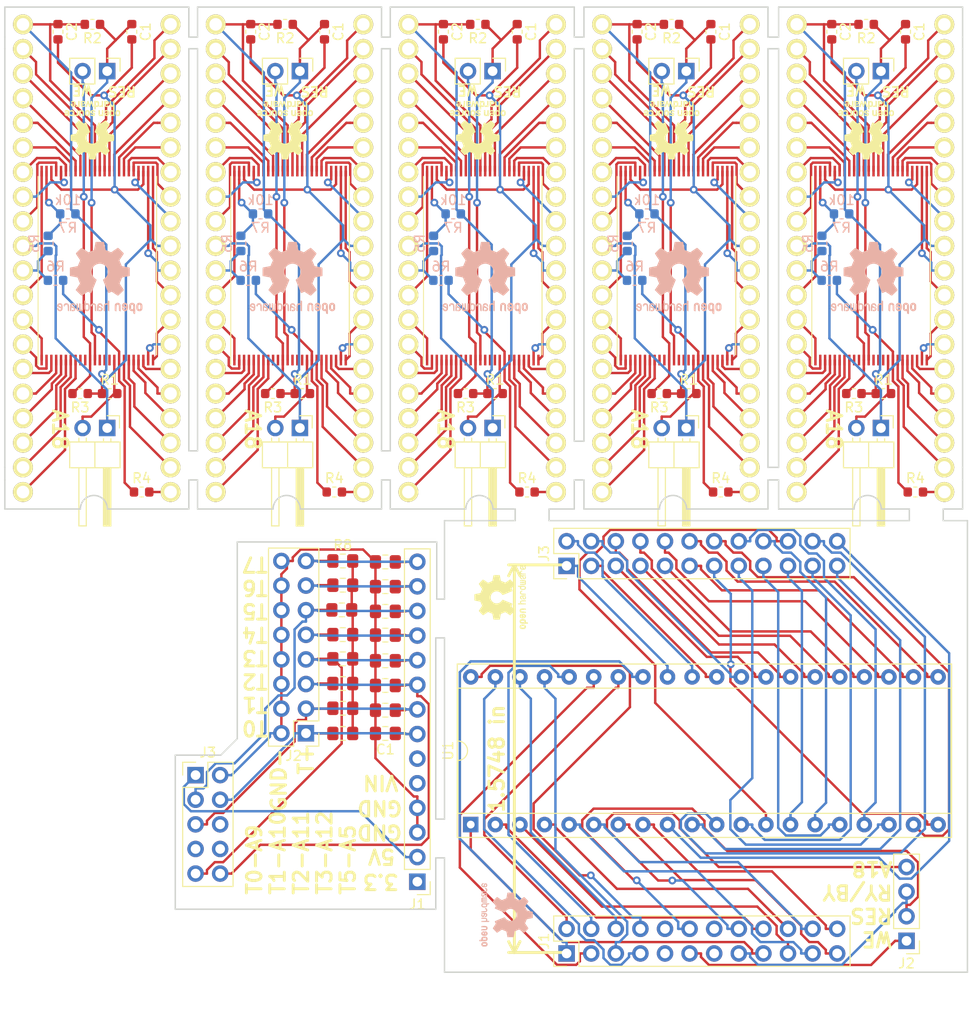
<source format=kicad_pcb>
(kicad_pcb (version 20171130) (host pcbnew 5.0.0)
  (layers (0 F.Cu mixed) (31 B.Cu mixed) (34 B.Paste user) (35 F.Paste user) (36 B.SilkS user) (37 F.SilkS user) (38 B.Mask user) (39 F.Mask user) (44 Edge.Cuts user))
  (net 0 "")
  (net 1 /A6)
  (net 2 +5V)
  (net 3 /A5)
  (net 4 /A4)
  (net 5 /A11)
  (net 6 /A12)
  (net 7 /A1)
  (net 8 /A0)
  (net 9 /A7)
  (net 10 GND)
  (net 11 /5V)
  (net 12 /D40)
  (net 13 /D44)
  (net 14 /D42)
  (net 15 /3V)
  (net 16 /VIN)
  (net 17 "Net-(J1-Pad6)")
  (net 18 /P39)
  (net 19 /P28)
  (net 20 /P27)
  (net 21 /P26)
  (net 22 /P25)
  (net 23 /P24)
  (net 24 /P23)
  (net 25 /P22)
  (net 26 /P2)
  (net 27 /P20)
  (net 28 /P19)
  (net 29 /P10)
  (net 30 /P18)
  (net 31 /P9)
  (net 32 /P17)
  (net 33 /P8)
  (net 34 /P16)
  (net 35 /P7)
  (net 36 /P40)
  (net 37 /P15)
  (net 38 /P6)
  (net 39 /P14)
  (net 40 /P5)
  (net 41 /P13)
  (net 42 /P4)
  (net 43 /P12)
  (net 44 /P3)
  (net 45 /P38)
  (net 46 /P37)
  (net 47 /P36)
  (net 48 /P35)
  (net 49 /P34)
  (net 50 /P33)
  (net 51 /P32)
  (net 52 /P29)
  (net 53 "Net-(U2-Pad13)")
  (net 54 "Net-(U2-Pad14)")
  (net 55 "Net-(U2-Pad9)")
  (net 56 "Net-(U2-Pad10)")
  (net 57 /P_WE)
  (net 58 /P_RST)
  (net 59 "Net-(U2-Pad15)")
  (net 60 /P_A18)
  (net 61 VCC)
  (net 62 VSS)
  (net 63 /P1_2)
  (net 64 /P1_1)
  (net 65 /P31_1)
  (net 66 /P31_2)
  (net 67 /P21)
  (net 68 /P41)
  (net 69 /P42)
  (net 70 /P43)
  (net 71 /P44)
  (net 72 /P45)
  (net 73 /P46)
  (net 74 /P47)
  (net 75 /P48)
  (net 76 /P1)
  (net 77 /P30)
  (net 78 /P31)
  (net 79 "Net-(J1-Pad9)")
  (net 80 "Net-(J1-Pad10)")
  (net 81 /P11)
  (net 82 "Net-(J1-Pad13)")
  (net 83 "Net-(J1-Pad14)")
  (module Capacitor_SMD:C_0805_2012Metric_Pad1.15x1.40mm_HandSolder (layer F.Cu) (at 139.695237 172.762313 180)
    (fp_text reference C2)
    (fp_text value 10uF)
    (pad 2 smd roundrect (at 1.025 0 180) (size 1.15 1.4) (layers F.Cu F.Paste F.Mask) (roundrect_rratio 0.217391) (net 10 GND))
    (pad 1 smd roundrect (at -1.025 0 180) (size 1.15 1.4) (layers F.Cu F.Paste F.Mask) (roundrect_rratio 0.217391) (net 7 /A1))
  )
  (module Capacitor_SMD:C_0805_2012Metric_Pad1.15x1.40mm_HandSolder (layer F.Cu) (at 139.695237 170.212313 180)
    (fp_text reference C3)
    (fp_text value 10uF)
    (pad 1 smd roundrect (at -1.025 0 180) (size 1.15 1.4) (layers F.Cu F.Paste F.Mask) (roundrect_rratio 0.217391) (net 5 /A11))
    (pad 2 smd roundrect (at 1.025 0 180) (size 1.15 1.4) (layers F.Cu F.Paste F.Mask) (roundrect_rratio 0.217391) (net 10 GND))
  )
  (module Capacitor_SMD:C_0805_2012Metric_Pad1.15x1.40mm_HandSolder (layer F.Cu) (at 139.695237 167.662313 180)
    (fp_text reference C4)
    (fp_text value 10uF)
    (pad 2 smd roundrect (at 1.025 0 180) (size 1.15 1.4) (layers F.Cu F.Paste F.Mask) (roundrect_rratio 0.217391) (net 10 GND))
    (pad 1 smd roundrect (at -1.025 0 180) (size 1.15 1.4) (layers F.Cu F.Paste F.Mask) (roundrect_rratio 0.217391) (net 6 /A12))
  )
  (module Capacitor_SMD:C_0805_2012Metric_Pad1.15x1.40mm_HandSolder (layer F.Cu) (at 139.695237 165.012313 180)
    (fp_text reference C5)
    (fp_text value 10uF)
    (pad 1 smd roundrect (at -1.025 0 180) (size 1.15 1.4) (layers F.Cu F.Paste F.Mask) (roundrect_rratio 0.217391) (net 4 /A4))
    (pad 2 smd roundrect (at 1.025 0 180) (size 1.15 1.4) (layers F.Cu F.Paste F.Mask) (roundrect_rratio 0.217391) (net 10 GND))
  )
  (module Capacitor_SMD:C_0805_2012Metric_Pad1.15x1.40mm_HandSolder (layer F.Cu) (at 139.695237 162.562313 180)
    (fp_text reference C6)
    (fp_text value 10uF)
    (pad 2 smd roundrect (at 1.025 0 180) (size 1.15 1.4) (layers F.Cu F.Paste F.Mask) (roundrect_rratio 0.217391) (net 10 GND))
    (pad 1 smd roundrect (at -1.025 0 180) (size 1.15 1.4) (layers F.Cu F.Paste F.Mask) (roundrect_rratio 0.217391) (net 3 /A5))
  )
  (module Capacitor_SMD:C_0805_2012Metric_Pad1.15x1.40mm_HandSolder (layer F.Cu) (at 139.695237 160.012313 180)
    (fp_text reference C7)
    (fp_text value 10uF)
    (pad 1 smd roundrect (at -1.025 0 180) (size 1.15 1.4) (layers F.Cu F.Paste F.Mask) (roundrect_rratio 0.217391) (net 1 /A6))
    (pad 2 smd roundrect (at 1.025 0 180) (size 1.15 1.4) (layers F.Cu F.Paste F.Mask) (roundrect_rratio 0.217391) (net 10 GND))
  )
  (module Capacitor_SMD:C_0805_2012Metric_Pad1.15x1.40mm_HandSolder (layer F.Cu) (at 139.695237 157.462313 180)
    (fp_text reference C8)
    (fp_text value 10uF)
    (pad 2 smd roundrect (at 1.025 0 180) (size 1.15 1.4) (layers F.Cu F.Paste F.Mask) (roundrect_rratio 0.217391) (net 10 GND))
    (pad 1 smd roundrect (at -1.025 0 180) (size 1.15 1.4) (layers F.Cu F.Paste F.Mask) (roundrect_rratio 0.217391) (net 9 /A7))
  )
  (module Capacitor_SMD:C_0805_2012Metric_Pad1.15x1.40mm_HandSolder (layer F.Cu) (at 139.695237 175.162313 180)
    (fp_text reference C1 (at 0 -1.65 180) (layer F.SilkS))
    (fp_text value 10uF)
    (pad 1 smd roundrect (at -1.025 0 180) (size 1.15 1.4) (layers F.Cu F.Paste F.Mask) (roundrect_rratio 0.217391) (net 8 /A0))
    (pad 2 smd roundrect (at 1.025 0 180) (size 1.15 1.4) (layers F.Cu F.Paste F.Mask) (roundrect_rratio 0.217391) (net 10 GND))
  )
  (module Connector_PinHeader_2.54mm:PinHeader_1x14_P2.54mm_Vertical (layer F.Cu) (at 142.995237 190.462313 180)
    (fp_text reference J1 (at 0 -2.33 180) (layer F.SilkS))
    (fp_text value Conn_01x14)
    (pad 1 thru_hole rect (at 0 0 180) (size 1.7 1.7) (drill 1) (layers *.Cu *.Mask) (net 15 /3V))
    (pad 2 thru_hole oval (at 0 2.54 180) (size 1.7 1.7) (drill 1) (layers *.Cu *.Mask) (net 11 /5V))
    (pad 3 thru_hole oval (at 0 5.08 180) (size 1.7 1.7) (drill 1) (layers *.Cu *.Mask) (net 10 GND))
    (pad 4 thru_hole oval (at 0 7.62 180) (size 1.7 1.7) (drill 1) (layers *.Cu *.Mask) (net 10 GND))
    (pad 5 thru_hole oval (at 0 10.16 180) (size 1.7 1.7) (drill 1) (layers *.Cu *.Mask) (net 16 /VIN))
    (pad 6 thru_hole oval (at 0 12.7 180) (size 1.7 1.7) (drill 1) (layers *.Cu *.Mask) (net 17 "Net-(J1-Pad6)"))
    (pad 7 thru_hole oval (at 0 15.24 180) (size 1.7 1.7) (drill 1) (layers *.Cu *.Mask) (net 8 /A0))
    (pad 8 thru_hole oval (at 0 17.78 180) (size 1.7 1.7) (drill 1) (layers *.Cu *.Mask) (net 7 /A1))
    (pad 9 thru_hole oval (at 0 20.32 180) (size 1.7 1.7) (drill 1) (layers *.Cu *.Mask) (net 5 /A11))
    (pad 10 thru_hole oval (at 0 22.86 180) (size 1.7 1.7) (drill 1) (layers *.Cu *.Mask) (net 6 /A12))
    (pad 11 thru_hole oval (at 0 25.4 180) (size 1.7 1.7) (drill 1) (layers *.Cu *.Mask) (net 4 /A4))
    (pad 12 thru_hole oval (at 0 27.94 180) (size 1.7 1.7) (drill 1) (layers *.Cu *.Mask) (net 3 /A5))
    (pad 13 thru_hole oval (at 0 30.48 180) (size 1.7 1.7) (drill 1) (layers *.Cu *.Mask) (net 1 /A6))
    (pad 14 thru_hole oval (at 0 33.02 180) (size 1.7 1.7) (drill 1) (layers *.Cu *.Mask) (net 9 /A7))
  )
  (module Connector_PinHeader_2.54mm:PinHeader_2x05_P2.54mm_Vertical (layer F.Cu) (at 120.095237 179.462313)
    (fp_text reference J3 (at 1.27 -2.33) (layer F.SilkS))
    (fp_text value Conn_02x05_Odd_Even)
    (pad 1 thru_hole rect (at 0 0) (size 1.7 1.7) (drill 1) (layers *.Cu *.Mask) (net 11 /5V))
    (pad 2 thru_hole oval (at 2.54 0) (size 1.7 1.7) (drill 1) (layers *.Cu *.Mask) (net 10 GND))
    (pad 3 thru_hole oval (at 0 2.54) (size 1.7 1.7) (drill 1) (layers *.Cu *.Mask) (net 3 /A5))
    (pad 4 thru_hole oval (at 2.54 2.54) (size 1.7 1.7) (drill 1) (layers *.Cu *.Mask) (net 8 /A0))
    (pad 5 thru_hole oval (at 0 5.08) (size 1.7 1.7) (drill 1) (layers *.Cu *.Mask) (net 7 /A1))
    (pad 6 thru_hole oval (at 2.54 5.08) (size 1.7 1.7) (drill 1) (layers *.Cu *.Mask) (net 12 /D40))
    (pad 7 thru_hole oval (at 0 7.62) (size 1.7 1.7) (drill 1) (layers *.Cu *.Mask) (net 13 /D44))
    (pad 8 thru_hole oval (at 2.54 7.62) (size 1.7 1.7) (drill 1) (layers *.Cu *.Mask) (net 14 /D42))
    (pad 9 thru_hole oval (at 0 10.16) (size 1.7 1.7) (drill 1) (layers *.Cu *.Mask) (net 6 /A12))
    (pad 10 thru_hole oval (at 2.54 10.16) (size 1.7 1.7) (drill 1) (layers *.Cu *.Mask) (net 5 /A11))
  )
  (module Connector_PinHeader_2.54mm:PinHeader_2x08_P2.54mm_Vertical (layer F.Cu) (at 131.495237 175.142313 180)
    (fp_text reference J2 (at 1.27 -2.33 180) (layer F.SilkS))
    (fp_text value Conn_02x08_Top_Bottom)
    (pad 1 thru_hole rect (at 0 0 180) (size 1.7 1.7) (drill 1) (layers *.Cu *.Mask) (net 8 /A0))
    (pad 2 thru_hole oval (at 2.54 0 180) (size 1.7 1.7) (drill 1) (layers *.Cu *.Mask) (net 10 GND))
    (pad 3 thru_hole oval (at 0 2.54 180) (size 1.7 1.7) (drill 1) (layers *.Cu *.Mask) (net 7 /A1))
    (pad 4 thru_hole oval (at 2.54 2.54 180) (size 1.7 1.7) (drill 1) (layers *.Cu *.Mask) (net 10 GND))
    (pad 5 thru_hole oval (at 0 5.08 180) (size 1.7 1.7) (drill 1) (layers *.Cu *.Mask) (net 5 /A11))
    (pad 6 thru_hole oval (at 2.54 5.08 180) (size 1.7 1.7) (drill 1) (layers *.Cu *.Mask) (net 10 GND))
    (pad 7 thru_hole oval (at 0 7.62 180) (size 1.7 1.7) (drill 1) (layers *.Cu *.Mask) (net 6 /A12))
    (pad 8 thru_hole oval (at 2.54 7.62 180) (size 1.7 1.7) (drill 1) (layers *.Cu *.Mask) (net 10 GND))
    (pad 9 thru_hole oval (at 0 10.16 180) (size 1.7 1.7) (drill 1) (layers *.Cu *.Mask) (net 4 /A4))
    (pad 10 thru_hole oval (at 2.54 10.16 180) (size 1.7 1.7) (drill 1) (layers *.Cu *.Mask) (net 10 GND))
    (pad 11 thru_hole oval (at 0 12.7 180) (size 1.7 1.7) (drill 1) (layers *.Cu *.Mask) (net 3 /A5))
    (pad 12 thru_hole oval (at 2.54 12.7 180) (size 1.7 1.7) (drill 1) (layers *.Cu *.Mask) (net 10 GND))
    (pad 13 thru_hole oval (at 0 15.24 180) (size 1.7 1.7) (drill 1) (layers *.Cu *.Mask) (net 1 /A6))
    (pad 14 thru_hole oval (at 2.54 15.24 180) (size 1.7 1.7) (drill 1) (layers *.Cu *.Mask) (net 10 GND))
    (pad 15 thru_hole oval (at 0 17.78 180) (size 1.7 1.7) (drill 1) (layers *.Cu *.Mask) (net 9 /A7))
    (pad 16 thru_hole oval (at 2.54 17.78 180) (size 1.7 1.7) (drill 1) (layers *.Cu *.Mask) (net 10 GND))
  )
  (module Resistor_SMD:R_0805_2012Metric_Pad1.15x1.40mm_HandSolder (layer F.Cu) (at 135.295237 157.362313)
    (fp_text reference R8 (at 0 -1.65) (layer F.SilkS))
    (fp_text value 4.7K)
    (pad 2 smd roundrect (at 1.025 0) (size 1.15 1.4) (layers F.Cu F.Paste F.Mask) (roundrect_rratio 0.217391) (net 2 +5V))
    (pad 1 smd roundrect (at -1.025 0) (size 1.15 1.4) (layers F.Cu F.Paste F.Mask) (roundrect_rratio 0.217391) (net 9 /A7))
  )
  (module Resistor_SMD:R_0805_2012Metric_Pad1.15x1.40mm_HandSolder (layer F.Cu) (at 135.295237 175.162313)
    (fp_text reference R1)
    (fp_text value 4.7K)
    (pad 1 smd roundrect (at -1.025 0) (size 1.15 1.4) (layers F.Cu F.Paste F.Mask) (roundrect_rratio 0.217391) (net 8 /A0))
    (pad 2 smd roundrect (at 1.025 0) (size 1.15 1.4) (layers F.Cu F.Paste F.Mask) (roundrect_rratio 0.217391) (net 2 +5V))
  )
  (module Resistor_SMD:R_0805_2012Metric_Pad1.15x1.40mm_HandSolder (layer F.Cu) (at 135.295237 172.562313)
    (fp_text reference R2)
    (fp_text value 4.7K)
    (pad 2 smd roundrect (at 1.025 0) (size 1.15 1.4) (layers F.Cu F.Paste F.Mask) (roundrect_rratio 0.217391) (net 2 +5V))
    (pad 1 smd roundrect (at -1.025 0) (size 1.15 1.4) (layers F.Cu F.Paste F.Mask) (roundrect_rratio 0.217391) (net 7 /A1))
  )
  (module Resistor_SMD:R_0805_2012Metric_Pad1.15x1.40mm_HandSolder (layer F.Cu) (at 135.295237 170.012313)
    (fp_text reference R3)
    (fp_text value 4.7K)
    (pad 1 smd roundrect (at -1.025 0) (size 1.15 1.4) (layers F.Cu F.Paste F.Mask) (roundrect_rratio 0.217391) (net 5 /A11))
    (pad 2 smd roundrect (at 1.025 0) (size 1.15 1.4) (layers F.Cu F.Paste F.Mask) (roundrect_rratio 0.217391) (net 2 +5V))
  )
  (module Resistor_SMD:R_0805_2012Metric_Pad1.15x1.40mm_HandSolder (layer F.Cu) (at 135.295237 167.462313)
    (fp_text reference R4)
    (fp_text value 4.7K)
    (pad 2 smd roundrect (at 1.025 0) (size 1.15 1.4) (layers F.Cu F.Paste F.Mask) (roundrect_rratio 0.217391) (net 2 +5V))
    (pad 1 smd roundrect (at -1.025 0) (size 1.15 1.4) (layers F.Cu F.Paste F.Mask) (roundrect_rratio 0.217391) (net 6 /A12))
  )
  (module Resistor_SMD:R_0805_2012Metric_Pad1.15x1.40mm_HandSolder (layer F.Cu) (at 135.295237 164.962313)
    (fp_text reference R5)
    (fp_text value 4.7K)
    (pad 1 smd roundrect (at -1.025 0) (size 1.15 1.4) (layers F.Cu F.Paste F.Mask) (roundrect_rratio 0.217391) (net 4 /A4))
    (pad 2 smd roundrect (at 1.025 0) (size 1.15 1.4) (layers F.Cu F.Paste F.Mask) (roundrect_rratio 0.217391) (net 2 +5V))
  )
  (module Resistor_SMD:R_0805_2012Metric_Pad1.15x1.40mm_HandSolder (layer F.Cu) (at 135.195237 162.412313)
    (fp_text reference R6)
    (fp_text value 4.7K)
    (pad 2 smd roundrect (at 1.025 0) (size 1.15 1.4) (layers F.Cu F.Paste F.Mask) (roundrect_rratio 0.217391) (net 2 +5V))
    (pad 1 smd roundrect (at -1.025 0) (size 1.15 1.4) (layers F.Cu F.Paste F.Mask) (roundrect_rratio 0.217391) (net 3 /A5))
  )
  (module Resistor_SMD:R_0805_2012Metric_Pad1.15x1.40mm_HandSolder (layer F.Cu) (at 135.295237 159.862313)
    (fp_text reference R7)
    (fp_text value 4.7K)
    (pad 1 smd roundrect (at -1.025 0) (size 1.15 1.4) (layers F.Cu F.Paste F.Mask) (roundrect_rratio 0.217391) (net 1 /A6))
    (pad 2 smd roundrect (at 1.025 0) (size 1.15 1.4) (layers F.Cu F.Paste F.Mask) (roundrect_rratio 0.217391) (net 2 +5V))
  )
  (module Connector_PinHeader_2.54mm:PinHeader_1x04_P2.54mm_Vertical (layer F.Cu) (at 193.510058 196.565591 180)
    (fp_text reference J2 (at 0 -2.33 180) (layer F.SilkS))
    (fp_text value Conn_01x04)
    (pad 4 thru_hole oval (at 0 7.62 180) (size 1.7 1.7) (drill 1) (layers *.Cu *.Mask) (net 34 /P16))
    (pad 3 thru_hole oval (at 0 5.08 180) (size 1.7 1.7) (drill 1) (layers *.Cu *.Mask) (net 37 /P15))
    (pad 2 thru_hole oval (at 0 2.54 180) (size 1.7 1.7) (drill 1) (layers *.Cu *.Mask) (net 43 /P12))
    (pad 1 thru_hole rect (at 0 0 180) (size 1.7 1.7) (drill 1) (layers *.Cu *.Mask) (net 81 /P11))
  )
  (module Connector_PinHeader_2.54mm:PinHeader_2x12_P2.54mm_Vertical (layer F.Cu) (at 158.410058 157.865591 90)
    (fp_text reference J3 (at 1.27 -2.33 90) (layer F.SilkS))
    (fp_text value Conn_02x12_Odd_Even)
    (pad 1 thru_hole rect (at 0 0 90) (size 1.7 1.7) (drill 1) (layers *.Cu *.Mask) (net 75 /P48))
    (pad 2 thru_hole oval (at 2.54 0 90) (size 1.7 1.7) (drill 1) (layers *.Cu *.Mask) (net 74 /P47))
    (pad 3 thru_hole oval (at 0 2.54 90) (size 1.7 1.7) (drill 1) (layers *.Cu *.Mask) (net 73 /P46))
    (pad 4 thru_hole oval (at 2.54 2.54 90) (size 1.7 1.7) (drill 1) (layers *.Cu *.Mask) (net 72 /P45))
    (pad 5 thru_hole oval (at 0 5.08 90) (size 1.7 1.7) (drill 1) (layers *.Cu *.Mask) (net 71 /P44))
    (pad 6 thru_hole oval (at 2.54 5.08 90) (size 1.7 1.7) (drill 1) (layers *.Cu *.Mask) (net 70 /P43))
    (pad 7 thru_hole oval (at 0 7.62 90) (size 1.7 1.7) (drill 1) (layers *.Cu *.Mask) (net 69 /P42))
    (pad 8 thru_hole oval (at 2.54 7.62 90) (size 1.7 1.7) (drill 1) (layers *.Cu *.Mask) (net 68 /P41))
    (pad 9 thru_hole oval (at 0 10.16 90) (size 1.7 1.7) (drill 1) (layers *.Cu *.Mask) (net 36 /P40))
    (pad 10 thru_hole oval (at 2.54 10.16 90) (size 1.7 1.7) (drill 1) (layers *.Cu *.Mask) (net 18 /P39))
    (pad 11 thru_hole oval (at 0 12.7 90) (size 1.7 1.7) (drill 1) (layers *.Cu *.Mask) (net 45 /P38))
    (pad 12 thru_hole oval (at 2.54 12.7 90) (size 1.7 1.7) (drill 1) (layers *.Cu *.Mask) (net 46 /P37))
    (pad 13 thru_hole oval (at 0 15.24 90) (size 1.7 1.7) (drill 1) (layers *.Cu *.Mask) (net 47 /P36))
    (pad 14 thru_hole oval (at 2.54 15.24 90) (size 1.7 1.7) (drill 1) (layers *.Cu *.Mask) (net 48 /P35))
    (pad 15 thru_hole oval (at 0 17.78 90) (size 1.7 1.7) (drill 1) (layers *.Cu *.Mask) (net 49 /P34))
    (pad 16 thru_hole oval (at 2.54 17.78 90) (size 1.7 1.7) (drill 1) (layers *.Cu *.Mask) (net 50 /P33))
    (pad 17 thru_hole oval (at 0 20.32 90) (size 1.7 1.7) (drill 1) (layers *.Cu *.Mask) (net 51 /P32))
    (pad 18 thru_hole oval (at 2.54 20.32 90) (size 1.7 1.7) (drill 1) (layers *.Cu *.Mask) (net 78 /P31))
    (pad 19 thru_hole oval (at 0 22.86 90) (size 1.7 1.7) (drill 1) (layers *.Cu *.Mask) (net 77 /P30))
    (pad 20 thru_hole oval (at 2.54 22.86 90) (size 1.7 1.7) (drill 1) (layers *.Cu *.Mask) (net 52 /P29))
    (pad 21 thru_hole oval (at 0 25.4 90) (size 1.7 1.7) (drill 1) (layers *.Cu *.Mask) (net 19 /P28))
    (pad 22 thru_hole oval (at 2.54 25.4 90) (size 1.7 1.7) (drill 1) (layers *.Cu *.Mask) (net 20 /P27))
    (pad 23 thru_hole oval (at 0 27.94 90) (size 1.7 1.7) (drill 1) (layers *.Cu *.Mask) (net 21 /P26))
    (pad 24 thru_hole oval (at 2.54 27.94 90) (size 1.7 1.7) (drill 1) (layers *.Cu *.Mask) (net 22 /P25))
  )
  (module Connector_PinHeader_2.54mm:PinHeader_2x12_P2.54mm_Vertical (layer F.Cu) (at 158.410058 197.865591 90)
    (fp_text reference J1 (at 1.27 -2.33 90) (layer F.SilkS))
    (fp_text value Conn_02x12_Odd_Even)
    (pad 24 thru_hole oval (at 2.54 27.94 90) (size 1.7 1.7) (drill 1) (layers *.Cu *.Mask) (net 23 /P24))
    (pad 23 thru_hole oval (at 0 27.94 90) (size 1.7 1.7) (drill 1) (layers *.Cu *.Mask) (net 24 /P23))
    (pad 22 thru_hole oval (at 2.54 25.4 90) (size 1.7 1.7) (drill 1) (layers *.Cu *.Mask) (net 25 /P22))
    (pad 21 thru_hole oval (at 0 25.4 90) (size 1.7 1.7) (drill 1) (layers *.Cu *.Mask) (net 67 /P21))
    (pad 20 thru_hole oval (at 2.54 22.86 90) (size 1.7 1.7) (drill 1) (layers *.Cu *.Mask) (net 27 /P20))
    (pad 19 thru_hole oval (at 0 22.86 90) (size 1.7 1.7) (drill 1) (layers *.Cu *.Mask) (net 28 /P19))
    (pad 18 thru_hole oval (at 2.54 20.32 90) (size 1.7 1.7) (drill 1) (layers *.Cu *.Mask) (net 30 /P18))
    (pad 17 thru_hole oval (at 0 20.32 90) (size 1.7 1.7) (drill 1) (layers *.Cu *.Mask) (net 32 /P17))
    (pad 16 thru_hole oval (at 2.54 17.78 90) (size 1.7 1.7) (drill 1) (layers *.Cu *.Mask) (net 34 /P16))
    (pad 15 thru_hole oval (at 0 17.78 90) (size 1.7 1.7) (drill 1) (layers *.Cu *.Mask) (net 37 /P15))
    (pad 14 thru_hole oval (at 2.54 15.24 90) (size 1.7 1.7) (drill 1) (layers *.Cu *.Mask) (net 83 "Net-(J1-Pad14)"))
    (pad 13 thru_hole oval (at 0 15.24 90) (size 1.7 1.7) (drill 1) (layers *.Cu *.Mask) (net 82 "Net-(J1-Pad13)"))
    (pad 12 thru_hole oval (at 2.54 12.7 90) (size 1.7 1.7) (drill 1) (layers *.Cu *.Mask) (net 43 /P12))
    (pad 11 thru_hole oval (at 0 12.7 90) (size 1.7 1.7) (drill 1) (layers *.Cu *.Mask) (net 81 /P11))
    (pad 10 thru_hole oval (at 2.54 10.16 90) (size 1.7 1.7) (drill 1) (layers *.Cu *.Mask) (net 80 "Net-(J1-Pad10)"))
    (pad 9 thru_hole oval (at 0 10.16 90) (size 1.7 1.7) (drill 1) (layers *.Cu *.Mask) (net 79 "Net-(J1-Pad9)"))
    (pad 8 thru_hole oval (at 2.54 7.62 90) (size 1.7 1.7) (drill 1) (layers *.Cu *.Mask) (net 33 /P8))
    (pad 7 thru_hole oval (at 0 7.62 90) (size 1.7 1.7) (drill 1) (layers *.Cu *.Mask) (net 35 /P7))
    (pad 6 thru_hole oval (at 2.54 5.08 90) (size 1.7 1.7) (drill 1) (layers *.Cu *.Mask) (net 38 /P6))
    (pad 5 thru_hole oval (at 0 5.08 90) (size 1.7 1.7) (drill 1) (layers *.Cu *.Mask) (net 40 /P5))
    (pad 4 thru_hole oval (at 2.54 2.54 90) (size 1.7 1.7) (drill 1) (layers *.Cu *.Mask) (net 42 /P4))
    (pad 3 thru_hole oval (at 0 2.54 90) (size 1.7 1.7) (drill 1) (layers *.Cu *.Mask) (net 44 /P3))
    (pad 2 thru_hole oval (at 2.54 0 90) (size 1.7 1.7) (drill 1) (layers *.Cu *.Mask) (net 26 /P2))
    (pad 1 thru_hole rect (at 0 0 90) (size 1.7 1.7) (drill 1) (layers *.Cu *.Mask) (net 76 /P1))
  )
  (module Package_DIP:DIP-40_W15.24mm_Socket (layer F.Cu) (at 148.510058 184.565591 90)
    (fp_text reference U1 (at 7.62 -2.33 90) (layer F.SilkS))
    (fp_text value AmigaSocket)
    (pad 40 thru_hole oval (at 15.24 0 90) (size 1.6 1.6) (drill 0.8) (layers *.Cu *.Mask) (net 33 /P8))
    (pad 20 thru_hole oval (at 0 48.26 90) (size 1.6 1.6) (drill 0.8) (layers *.Cu *.Mask) (net 47 /P36))
    (pad 39 thru_hole oval (at 15.24 2.54 90) (size 1.6 1.6) (drill 0.8) (layers *.Cu *.Mask) (net 35 /P7))
    (pad 19 thru_hole oval (at 0 45.72 90) (size 1.6 1.6) (drill 0.8) (layers *.Cu *.Mask) (net 48 /P35))
    (pad 38 thru_hole oval (at 15.24 5.08 90) (size 1.6 1.6) (drill 0.8) (layers *.Cu *.Mask) (net 38 /P6))
    (pad 18 thru_hole oval (at 0 43.18 90) (size 1.6 1.6) (drill 0.8) (layers *.Cu *.Mask) (net 49 /P34))
    (pad 37 thru_hole oval (at 15.24 7.62 90) (size 1.6 1.6) (drill 0.8) (layers *.Cu *.Mask) (net 40 /P5))
    (pad 17 thru_hole oval (at 0 40.64 90) (size 1.6 1.6) (drill 0.8) (layers *.Cu *.Mask) (net 50 /P33))
    (pad 36 thru_hole oval (at 15.24 10.16 90) (size 1.6 1.6) (drill 0.8) (layers *.Cu *.Mask) (net 42 /P4))
    (pad 16 thru_hole oval (at 0 38.1 90) (size 1.6 1.6) (drill 0.8) (layers *.Cu *.Mask) (net 51 /P32))
    (pad 35 thru_hole oval (at 15.24 12.7 90) (size 1.6 1.6) (drill 0.8) (layers *.Cu *.Mask) (net 44 /P3))
    (pad 15 thru_hole oval (at 0 35.56 90) (size 1.6 1.6) (drill 0.8) (layers *.Cu *.Mask) (net 78 /P31))
    (pad 34 thru_hole oval (at 15.24 15.24 90) (size 1.6 1.6) (drill 0.8) (layers *.Cu *.Mask) (net 26 /P2))
    (pad 14 thru_hole oval (at 0 33.02 90) (size 1.6 1.6) (drill 0.8) (layers *.Cu *.Mask) (net 77 /P30))
    (pad 33 thru_hole oval (at 15.24 17.78 90) (size 1.6 1.6) (drill 0.8) (layers *.Cu *.Mask) (net 76 /P1))
    (pad 13 thru_hole oval (at 0 30.48 90) (size 1.6 1.6) (drill 0.8) (layers *.Cu *.Mask) (net 52 /P29))
    (pad 32 thru_hole oval (at 15.24 20.32 90) (size 1.6 1.6) (drill 0.8) (layers *.Cu *.Mask) (net 75 /P48))
    (pad 12 thru_hole oval (at 0 27.94 90) (size 1.6 1.6) (drill 0.8) (layers *.Cu *.Mask) (net 19 /P28))
    (pad 31 thru_hole oval (at 15.24 22.86 90) (size 1.6 1.6) (drill 0.8) (layers *.Cu *.Mask) (net 74 /P47))
    (pad 11 thru_hole oval (at 0 25.4 90) (size 1.6 1.6) (drill 0.8) (layers *.Cu *.Mask) (net 20 /P27))
    (pad 30 thru_hole oval (at 15.24 25.4 90) (size 1.6 1.6) (drill 0.8) (layers *.Cu *.Mask) (net 73 /P46))
    (pad 10 thru_hole oval (at 0 22.86 90) (size 1.6 1.6) (drill 0.8) (layers *.Cu *.Mask) (net 21 /P26))
    (pad 29 thru_hole oval (at 15.24 27.94 90) (size 1.6 1.6) (drill 0.8) (layers *.Cu *.Mask) (net 72 /P45))
    (pad 9 thru_hole oval (at 0 20.32 90) (size 1.6 1.6) (drill 0.8) (layers *.Cu *.Mask) (net 22 /P25))
    (pad 28 thru_hole oval (at 15.24 30.48 90) (size 1.6 1.6) (drill 0.8) (layers *.Cu *.Mask) (net 71 /P44))
    (pad 8 thru_hole oval (at 0 17.78 90) (size 1.6 1.6) (drill 0.8) (layers *.Cu *.Mask) (net 23 /P24))
    (pad 27 thru_hole oval (at 15.24 33.02 90) (size 1.6 1.6) (drill 0.8) (layers *.Cu *.Mask) (net 70 /P43))
    (pad 7 thru_hole oval (at 0 15.24 90) (size 1.6 1.6) (drill 0.8) (layers *.Cu *.Mask) (net 24 /P23))
    (pad 26 thru_hole oval (at 15.24 35.56 90) (size 1.6 1.6) (drill 0.8) (layers *.Cu *.Mask) (net 69 /P42))
    (pad 6 thru_hole oval (at 0 12.7 90) (size 1.6 1.6) (drill 0.8) (layers *.Cu *.Mask) (net 25 /P22))
    (pad 25 thru_hole oval (at 15.24 38.1 90) (size 1.6 1.6) (drill 0.8) (layers *.Cu *.Mask) (net 68 /P41))
    (pad 5 thru_hole oval (at 0 10.16 90) (size 1.6 1.6) (drill 0.8) (layers *.Cu *.Mask) (net 67 /P21))
    (pad 24 thru_hole oval (at 15.24 40.64 90) (size 1.6 1.6) (drill 0.8) (layers *.Cu *.Mask) (net 36 /P40))
    (pad 4 thru_hole oval (at 0 7.62 90) (size 1.6 1.6) (drill 0.8) (layers *.Cu *.Mask) (net 27 /P20))
    (pad 23 thru_hole oval (at 15.24 43.18 90) (size 1.6 1.6) (drill 0.8) (layers *.Cu *.Mask) (net 18 /P39))
    (pad 3 thru_hole oval (at 0 5.08 90) (size 1.6 1.6) (drill 0.8) (layers *.Cu *.Mask) (net 28 /P19))
    (pad 22 thru_hole oval (at 15.24 45.72 90) (size 1.6 1.6) (drill 0.8) (layers *.Cu *.Mask) (net 45 /P38))
    (pad 2 thru_hole oval (at 0 2.54 90) (size 1.6 1.6) (drill 0.8) (layers *.Cu *.Mask) (net 30 /P18))
    (pad 21 thru_hole oval (at 15.24 48.26 90) (size 1.6 1.6) (drill 0.8) (layers *.Cu *.Mask) (net 46 /P37))
    (pad 1 thru_hole rect (at 0 0 90) (size 1.6 1.6) (drill 0.8) (layers *.Cu *.Mask) (net 32 /P17))
  )
  (module Symbol:OSHW-Logo2_7.3x6mm_SilkScreen (layer F.Cu) (at 151.650058 161.119591 90)
    (fp_text reference REF123 hide)
    (fp_text value OSHW-Logo2_7.3x6mm_SilkScreen hide)
  )
  (module Symbol:OSHW-Logo2_7.3x6mm_SilkScreen (layer B.Cu) (at 152.158058 193.885591 90)
    (fp_text reference REF124 hide)
    (fp_text value OSHW-Logo2_7.3x6mm_SilkScreen hide)
  )
  (module FF:27C4002 (layer F.Cu) (at 117.513 150.246 180)
    (fp_text reference U1)
    (fp_text value 27C4002)
    (pad 1 thru_hole oval (at 0 0 180) (size 2.05 2.05) (drill 1.3) (layers *.Cu *.Mask F.SilkS) (net 64 /P1_1))
    (pad 2 thru_hole oval (at 0 2.54 180) (size 2.05 2.05) (drill 1.3) (layers *.Cu *.Mask F.SilkS) (net 26 /P2))
    (pad 3 thru_hole oval (at 0 5.08 180) (size 2.05 2.05) (drill 1.3) (layers *.Cu *.Mask F.SilkS) (net 44 /P3))
    (pad 4 thru_hole oval (at 0 7.62 180) (size 2.05 2.05) (drill 1.3) (layers *.Cu *.Mask F.SilkS) (net 42 /P4))
    (pad 5 thru_hole oval (at 0 10.16 180) (size 2.05 2.05) (drill 1.3) (layers *.Cu *.Mask F.SilkS) (net 40 /P5))
    (pad 6 thru_hole oval (at 0 12.7 180) (size 2.05 2.05) (drill 1.3) (layers *.Cu *.Mask F.SilkS) (net 38 /P6))
    (pad 7 thru_hole oval (at 0 15.24 180) (size 2.05 2.05) (drill 1.3) (layers *.Cu *.Mask F.SilkS) (net 35 /P7))
    (pad 8 thru_hole oval (at 0 17.78 180) (size 2.05 2.05) (drill 1.3) (layers *.Cu *.Mask F.SilkS) (net 33 /P8))
    (pad 9 thru_hole oval (at 0 20.32 180) (size 2.05 2.05) (drill 1.3) (layers *.Cu *.Mask F.SilkS) (net 31 /P9))
    (pad 10 thru_hole oval (at 0 22.86 180) (size 2.05 2.05) (drill 1.3) (layers *.Cu *.Mask F.SilkS) (net 29 /P10))
    (pad 11 thru_hole oval (at 0 25.4 180) (size 2.05 2.05) (drill 1.3) (layers *.Cu *.Mask F.SilkS) (net 62 VSS))
    (pad 12 thru_hole oval (at 0 27.94 180) (size 2.05 2.05) (drill 1.3) (layers *.Cu *.Mask F.SilkS) (net 43 /P12))
    (pad 13 thru_hole oval (at 0 30.48 180) (size 2.05 2.05) (drill 1.3) (layers *.Cu *.Mask F.SilkS) (net 41 /P13))
    (pad 14 thru_hole oval (at 0 33.02 180) (size 2.05 2.05) (drill 1.3) (layers *.Cu *.Mask F.SilkS) (net 39 /P14))
    (pad 15 thru_hole oval (at 0 35.56 180) (size 2.05 2.05) (drill 1.3) (layers *.Cu *.Mask F.SilkS) (net 37 /P15))
    (pad 16 thru_hole oval (at 0 38.1 180) (size 2.05 2.05) (drill 1.3) (layers *.Cu *.Mask F.SilkS) (net 34 /P16))
    (pad 17 thru_hole oval (at 0 40.64 180) (size 2.05 2.05) (drill 1.3) (layers *.Cu *.Mask F.SilkS) (net 32 /P17))
    (pad 18 thru_hole oval (at 0 43.18 180) (size 2.05 2.05) (drill 1.3) (layers *.Cu *.Mask F.SilkS) (net 30 /P18))
    (pad 19 thru_hole oval (at 0 45.72 180) (size 2.05 2.05) (drill 1.3) (layers *.Cu *.Mask F.SilkS) (net 28 /P19))
    (pad 20 thru_hole oval (at 0 48.26 180) (size 2.05 2.05) (drill 1.3) (layers *.Cu *.Mask F.SilkS) (net 27 /P20))
    (pad 21 thru_hole oval (at 15.24 48.26 180) (size 2.05 2.05) (drill 1.3) (layers *.Cu *.Mask F.SilkS) (net 61 VCC))
    (pad 22 thru_hole oval (at 15.24 45.72 180) (size 2.05 2.05) (drill 1.3) (layers *.Cu *.Mask F.SilkS) (net 25 /P22))
    (pad 23 thru_hole oval (at 15.24 43.18 180) (size 2.05 2.05) (drill 1.3) (layers *.Cu *.Mask F.SilkS) (net 24 /P23))
    (pad 24 thru_hole oval (at 15.24 40.64 180) (size 2.05 2.05) (drill 1.3) (layers *.Cu *.Mask F.SilkS) (net 23 /P24))
    (pad 25 thru_hole oval (at 15.24 38.1 180) (size 2.05 2.05) (drill 1.3) (layers *.Cu *.Mask F.SilkS) (net 22 /P25))
    (pad 26 thru_hole oval (at 15.24 35.56 180) (size 2.05 2.05) (drill 1.3) (layers *.Cu *.Mask F.SilkS) (net 21 /P26))
    (pad 27 thru_hole oval (at 15.24 33.02 180) (size 2.05 2.05) (drill 1.3) (layers *.Cu *.Mask F.SilkS) (net 20 /P27))
    (pad 28 thru_hole oval (at 15.24 30.48 180) (size 2.05 2.05) (drill 1.3) (layers *.Cu *.Mask F.SilkS) (net 19 /P28))
    (pad 29 thru_hole oval (at 15.24 27.94 180) (size 2.05 2.05) (drill 1.3) (layers *.Cu *.Mask F.SilkS) (net 52 /P29))
    (pad 30 thru_hole oval (at 15.24 25.4 180) (size 2.05 2.05) (drill 1.3) (layers *.Cu *.Mask F.SilkS) (net 62 VSS))
    (pad 31 thru_hole oval (at 15.24 22.86 180) (size 2.05 2.05) (drill 1.3) (layers *.Cu *.Mask F.SilkS) (net 65 /P31_1))
    (pad 32 thru_hole oval (at 15.24 20.32 180) (size 2.05 2.05) (drill 1.3) (layers *.Cu *.Mask F.SilkS) (net 51 /P32))
    (pad 33 thru_hole oval (at 15.24 17.78 180) (size 2.05 2.05) (drill 1.3) (layers *.Cu *.Mask F.SilkS) (net 50 /P33))
    (pad 34 thru_hole oval (at 15.24 15.24 180) (size 2.05 2.05) (drill 1.3) (layers *.Cu *.Mask F.SilkS) (net 49 /P34))
    (pad 35 thru_hole oval (at 15.24 12.7 180) (size 2.05 2.05) (drill 1.3) (layers *.Cu *.Mask F.SilkS) (net 48 /P35))
    (pad 36 thru_hole oval (at 15.24 10.16 180) (size 2.05 2.05) (drill 1.3) (layers *.Cu *.Mask F.SilkS) (net 47 /P36))
    (pad 37 thru_hole oval (at 15.24 7.62 180) (size 2.05 2.05) (drill 1.3) (layers *.Cu *.Mask F.SilkS) (net 46 /P37))
    (pad 38 thru_hole oval (at 15.24 5.08 180) (size 2.05 2.05) (drill 1.3) (layers *.Cu *.Mask F.SilkS) (net 45 /P38))
    (pad 39 thru_hole oval (at 15.24 2.54 180) (size 2.05 2.05) (drill 1.3) (layers *.Cu *.Mask F.SilkS) (net 18 /P39))
    (pad 40 thru_hole oval (at 15.24 0 180) (size 2.05 2.05) (drill 1.3) (layers *.Cu *.Mask F.SilkS) (net 36 /P40))
  )
  (module Resistor_SMD:R_0603_1608Metric (layer B.Cu) (at 106.904 121.544)
    (fp_text reference R7 (at 0 1.43) (layer B.SilkS) (effects (justify mirror)))
    (fp_text value 10k (at 0 -1.43) (layer B.SilkS) (effects (justify mirror)))
    (pad 2 smd roundrect (at 0.7875 0) (size 0.875 0.95) (layers B.Cu B.Paste B.Mask) (net 61 VCC))
    (pad 1 smd roundrect (at -0.7875 0) (size 0.875 0.95) (layers B.Cu B.Paste B.Mask) (net 66 /P31_2))
  )
  (module Resistor_SMD:R_0603_1608Metric (layer B.Cu) (at 105.634 128.402 180)
    (fp_text reference R6 (at 0 1.43 180) (layer B.SilkS) (effects (justify mirror)))
    (fp_text value 0)
    (pad 1 smd roundrect (at -0.7875 0 180) (size 0.875 0.95) (layers B.Cu B.Paste B.Mask) (net 63 /P1_2))
    (pad 2 smd roundrect (at 0.7875 0 180) (size 0.875 0.95) (layers B.Cu B.Paste B.Mask) (net 65 /P31_1))
  )
  (module Resistor_SMD:R_0603_1608Metric (layer B.Cu) (at 104.872 124.592 270)
    (fp_text reference R5 (at 0 1.43 270) (layer B.SilkS) (effects (justify mirror)))
    (fp_text value 0)
    (pad 2 smd roundrect (at 0.7875 0 270) (size 0.875 0.95) (layers B.Cu B.Paste B.Mask) (net 65 /P31_1))
    (pad 1 smd roundrect (at -0.7875 0 270) (size 0.875 0.95) (layers B.Cu B.Paste B.Mask) (net 66 /P31_2))
  )
  (module Resistor_SMD:R_0603_1608Metric (layer F.Cu) (at 114.524 150.246)
    (fp_text reference R4 (at 0 -1.43) (layer F.SilkS))
    (fp_text value 0)
    (pad 1 smd roundrect (at -0.7875 0) (size 0.875 0.95) (layers F.Cu F.Paste F.Mask) (net 63 /P1_2))
    (pad 2 smd roundrect (at 0.7875 0) (size 0.875 0.95) (layers F.Cu F.Paste F.Mask) (net 64 /P1_1))
  )
  (module Package_SO:TSOP-I-48_18.4x12mm_P0.5mm (layer F.Cu) (at 109.952 126.878 90)
    (fp_text reference U2)
    (fp_text value 29F800)
    (pad 1 smd rect (at -9.75 -5.75 90) (size 1.1 0.25) (layers F.Cu F.Paste F.Mask) (net 50 /P33))
    (pad 25 smd rect (at 9.75 5.75 90) (size 1.1 0.25) (layers F.Cu F.Paste F.Mask) (net 31 /P9))
    (pad 2 smd rect (at -9.75 -5.25 90) (size 1.1 0.25) (layers F.Cu F.Paste F.Mask) (net 49 /P34))
    (pad 3 smd rect (at -9.75 -4.75 90) (size 1.1 0.25) (layers F.Cu F.Paste F.Mask) (net 48 /P35))
    (pad 4 smd rect (at -9.75 -4.25 90) (size 1.1 0.25) (layers F.Cu F.Paste F.Mask) (net 47 /P36))
    (pad 5 smd rect (at -9.75 -3.75 90) (size 1.1 0.25) (layers F.Cu F.Paste F.Mask) (net 46 /P37))
    (pad 6 smd rect (at -9.75 -3.25 90) (size 1.1 0.25) (layers F.Cu F.Paste F.Mask) (net 45 /P38))
    (pad 7 smd rect (at -9.75 -2.75 90) (size 1.1 0.25) (layers F.Cu F.Paste F.Mask) (net 18 /P39))
    (pad 8 smd rect (at -9.75 -2.25 90) (size 1.1 0.25) (layers F.Cu F.Paste F.Mask) (net 36 /P40))
    (pad 9 smd rect (at -9.75 -1.75 90) (size 1.1 0.25) (layers F.Cu F.Paste F.Mask) (net 55 "Net-(U2-Pad9)"))
    (pad 10 smd rect (at -9.75 -1.25 90) (size 1.1 0.25) (layers F.Cu F.Paste F.Mask) (net 56 "Net-(U2-Pad10)"))
    (pad 11 smd rect (at -9.75 -0.75 90) (size 1.1 0.25) (layers F.Cu F.Paste F.Mask) (net 57 /P_WE))
    (pad 12 smd rect (at -9.75 -0.25 90) (size 1.1 0.25) (layers F.Cu F.Paste F.Mask) (net 58 /P_RST))
    (pad 13 smd rect (at -9.75 0.25 90) (size 1.1 0.25) (layers F.Cu F.Paste F.Mask) (net 53 "Net-(U2-Pad13)"))
    (pad 14 smd rect (at -9.75 0.75 90) (size 1.1 0.25) (layers F.Cu F.Paste F.Mask) (net 54 "Net-(U2-Pad14)"))
    (pad 15 smd rect (at -9.75 1.25 90) (size 1.1 0.25) (layers F.Cu F.Paste F.Mask) (net 59 "Net-(U2-Pad15)"))
    (pad 16 smd rect (at -9.75 1.75 90) (size 1.1 0.25) (layers F.Cu F.Paste F.Mask) (net 60 /P_A18))
    (pad 17 smd rect (at -9.75 2.25 90) (size 1.1 0.25) (layers F.Cu F.Paste F.Mask) (net 63 /P1_2))
    (pad 18 smd rect (at -9.75 2.75 90) (size 1.1 0.25) (layers F.Cu F.Paste F.Mask) (net 26 /P2))
    (pad 19 smd rect (at -9.75 3.25 90) (size 1.1 0.25) (layers F.Cu F.Paste F.Mask) (net 44 /P3))
    (pad 20 smd rect (at -9.75 3.75 90) (size 1.1 0.25) (layers F.Cu F.Paste F.Mask) (net 42 /P4))
    (pad 21 smd rect (at -9.75 4.25 90) (size 1.1 0.25) (layers F.Cu F.Paste F.Mask) (net 40 /P5))
    (pad 22 smd rect (at -9.75 4.75 90) (size 1.1 0.25) (layers F.Cu F.Paste F.Mask) (net 38 /P6))
    (pad 23 smd rect (at -9.75 5.25 90) (size 1.1 0.25) (layers F.Cu F.Paste F.Mask) (net 35 /P7))
    (pad 24 smd rect (at -9.75 5.75 90) (size 1.1 0.25) (layers F.Cu F.Paste F.Mask) (net 33 /P8))
    (pad 26 smd rect (at 9.75 5.25 90) (size 1.1 0.25) (layers F.Cu F.Paste F.Mask) (net 29 /P10))
    (pad 27 smd rect (at 9.75 4.75 90) (size 1.1 0.25) (layers F.Cu F.Paste F.Mask) (net 62 VSS))
    (pad 28 smd rect (at 9.75 4.25 90) (size 1.1 0.25) (layers F.Cu F.Paste F.Mask) (net 43 /P12))
    (pad 29 smd rect (at 9.75 3.75 90) (size 1.1 0.25) (layers F.Cu F.Paste F.Mask) (net 41 /P13))
    (pad 30 smd rect (at 9.75 3.25 90) (size 1.1 0.25) (layers F.Cu F.Paste F.Mask) (net 39 /P14))
    (pad 31 smd rect (at 9.75 2.75 90) (size 1.1 0.25) (layers F.Cu F.Paste F.Mask) (net 37 /P15))
    (pad 32 smd rect (at 9.75 2.25 90) (size 1.1 0.25) (layers F.Cu F.Paste F.Mask) (net 34 /P16))
    (pad 33 smd rect (at 9.75 1.75 90) (size 1.1 0.25) (layers F.Cu F.Paste F.Mask) (net 32 /P17))
    (pad 34 smd rect (at 9.75 1.25 90) (size 1.1 0.25) (layers F.Cu F.Paste F.Mask) (net 30 /P18))
    (pad 35 smd rect (at 9.75 0.75 90) (size 1.1 0.25) (layers F.Cu F.Paste F.Mask) (net 28 /P19))
    (pad 36 smd rect (at 9.75 0.25 90) (size 1.1 0.25) (layers F.Cu F.Paste F.Mask) (net 27 /P20))
    (pad 37 smd rect (at 9.75 -0.25 90) (size 1.1 0.25) (layers F.Cu F.Paste F.Mask) (net 61 VCC))
    (pad 38 smd rect (at 9.75 -0.75 90) (size 1.1 0.25) (layers F.Cu F.Paste F.Mask) (net 25 /P22))
    (pad 39 smd rect (at 9.75 -1.25 90) (size 1.1 0.25) (layers F.Cu F.Paste F.Mask) (net 24 /P23))
    (pad 40 smd rect (at 9.75 -1.75 90) (size 1.1 0.25) (layers F.Cu F.Paste F.Mask) (net 23 /P24))
    (pad 41 smd rect (at 9.75 -2.25 90) (size 1.1 0.25) (layers F.Cu F.Paste F.Mask) (net 22 /P25))
    (pad 42 smd rect (at 9.75 -2.75 90) (size 1.1 0.25) (layers F.Cu F.Paste F.Mask) (net 21 /P26))
    (pad 43 smd rect (at 9.75 -3.25 90) (size 1.1 0.25) (layers F.Cu F.Paste F.Mask) (net 20 /P27))
    (pad 44 smd rect (at 9.75 -3.75 90) (size 1.1 0.25) (layers F.Cu F.Paste F.Mask) (net 19 /P28))
    (pad 45 smd rect (at 9.75 -4.25 90) (size 1.1 0.25) (layers F.Cu F.Paste F.Mask) (net 52 /P29))
    (pad 46 smd rect (at 9.75 -4.75 90) (size 1.1 0.25) (layers F.Cu F.Paste F.Mask) (net 62 VSS))
    (pad 47 smd rect (at 9.75 -5.25 90) (size 1.1 0.25) (layers F.Cu F.Paste F.Mask) (net 66 /P31_2))
    (pad 48 smd rect (at 9.75 -5.75 90) (size 1.1 0.25) (layers F.Cu F.Paste F.Mask) (net 51 /P32))
  )
  (module Capacitor_SMD:C_0603_1608Metric (layer F.Cu) (at 105.888 102.748 270)
    (fp_text reference C2 (at 0 -1.43 270) (layer F.SilkS))
    (fp_text value 0.1uF)
    (pad 2 smd roundrect (at 0.7875 0 270) (size 0.875 0.95) (layers F.Cu F.Paste F.Mask) (net 62 VSS))
    (pad 1 smd roundrect (at -0.7875 0 270) (size 0.875 0.95) (layers F.Cu F.Paste F.Mask) (net 61 VCC))
  )
  (module Capacitor_SMD:C_0603_1608Metric (layer F.Cu) (at 113.508 102.748 270)
    (fp_text reference C1 (at 0 -1.43 270) (layer F.SilkS))
    (fp_text value 0.1uF)
    (pad 1 smd roundrect (at -0.7875 0 270) (size 0.875 0.95) (layers F.Cu F.Paste F.Mask) (net 58 /P_RST))
    (pad 2 smd roundrect (at 0.7875 0 270) (size 0.875 0.95) (layers F.Cu F.Paste F.Mask) (net 62 VSS))
  )
  (module Connector_PinHeader_2.54mm:PinHeader_1x02_P2.54mm_Horizontal (layer F.Cu) (at 110.968 143.642 270)
    (fp_text reference J1 hide)
    (fp_text value Conn_01x02)
    (pad 1 thru_hole rect (at 0 0 270) (size 1.7 1.7) (drill 1) (layers *.Cu *.Mask) (net 62 VSS))
    (pad 2 thru_hole oval (at 0 2.54 270) (size 1.7 1.7) (drill 1) (layers *.Cu *.Mask) (net 60 /P_A18))
  )
  (module Connector_PinHeader_2.54mm:PinHeader_1x02_P2.54mm_Vertical (layer F.Cu) (at 110.968 106.812 270)
    (fp_text reference J2 hide)
    (fp_text value Conn_01x02)
    (pad 1 thru_hole rect (at 0 0 270) (size 1.7 1.7) (drill 1) (layers *.Cu *.Mask) (net 58 /P_RST))
    (pad 2 thru_hole oval (at 0 2.54 270) (size 1.7 1.7) (drill 1) (layers *.Cu *.Mask) (net 57 /P_WE))
  )
  (module Resistor_SMD:R_0603_1608Metric (layer F.Cu) (at 108.174 140.086 180)
    (fp_text reference R3 (at 0 -1.43 180) (layer F.SilkS))
    (fp_text value 10K)
    (pad 1 smd roundrect (at -0.7875 0 180) (size 0.875 0.95) (layers F.Cu F.Paste F.Mask) (net 61 VCC))
    (pad 2 smd roundrect (at 0.7875 0 180) (size 0.875 0.95) (layers F.Cu F.Paste F.Mask) (net 57 /P_WE))
  )
  (module Resistor_SMD:R_0603_1608Metric (layer F.Cu) (at 109.444 101.986 180)
    (fp_text reference R2 (at 0 -1.43 180) (layer F.SilkS))
    (fp_text value 10K)
    (pad 2 smd roundrect (at 0.7875 0 180) (size 0.875 0.95) (layers F.Cu F.Paste F.Mask) (net 61 VCC))
    (pad 1 smd roundrect (at -0.7875 0 180) (size 0.875 0.95) (layers F.Cu F.Paste F.Mask) (net 58 /P_RST))
  )
  (module Resistor_SMD:R_0603_1608Metric (layer F.Cu) (at 111.222 140.086)
    (fp_text reference R1 (at 0 -1.43) (layer F.SilkS))
    (fp_text value 10K)
    (pad 1 smd roundrect (at -0.7875 0) (size 0.875 0.95) (layers F.Cu F.Paste F.Mask) (net 61 VCC))
    (pad 2 smd roundrect (at 0.7875 0) (size 0.875 0.95) (layers F.Cu F.Paste F.Mask) (net 60 /P_A18))
  )
  (module Symbol:OSHW-Logo2_9.8x8mm_SilkScreen (layer B.Cu) (at 110.206 128.148 180)
    (fp_text reference REF** hide)
    (fp_text value OSHW-Logo2_9.8x8mm_SilkScreen hide)
  )
  (module Symbol:OSHW-Logo_5.7x6mm_SilkScreen (layer F.Cu) (at 109.444 112.908 180)
    (fp_text reference REF** hide)
    (fp_text value OSHW-Logo_5.7x6mm_SilkScreen hide)
  )
  (module FF:27C4002 (layer F.Cu) (at 137.413 150.246 180)
    (fp_text reference U1)
    (fp_text value 27C4002)
    (pad 1 thru_hole oval (at 0 0 180) (size 2.05 2.05) (drill 1.3) (layers *.Cu *.Mask F.SilkS) (net 64 /P1_1))
    (pad 2 thru_hole oval (at 0 2.54 180) (size 2.05 2.05) (drill 1.3) (layers *.Cu *.Mask F.SilkS) (net 26 /P2))
    (pad 3 thru_hole oval (at 0 5.08 180) (size 2.05 2.05) (drill 1.3) (layers *.Cu *.Mask F.SilkS) (net 44 /P3))
    (pad 4 thru_hole oval (at 0 7.62 180) (size 2.05 2.05) (drill 1.3) (layers *.Cu *.Mask F.SilkS) (net 42 /P4))
    (pad 5 thru_hole oval (at 0 10.16 180) (size 2.05 2.05) (drill 1.3) (layers *.Cu *.Mask F.SilkS) (net 40 /P5))
    (pad 6 thru_hole oval (at 0 12.7 180) (size 2.05 2.05) (drill 1.3) (layers *.Cu *.Mask F.SilkS) (net 38 /P6))
    (pad 7 thru_hole oval (at 0 15.24 180) (size 2.05 2.05) (drill 1.3) (layers *.Cu *.Mask F.SilkS) (net 35 /P7))
    (pad 8 thru_hole oval (at 0 17.78 180) (size 2.05 2.05) (drill 1.3) (layers *.Cu *.Mask F.SilkS) (net 33 /P8))
    (pad 9 thru_hole oval (at 0 20.32 180) (size 2.05 2.05) (drill 1.3) (layers *.Cu *.Mask F.SilkS) (net 31 /P9))
    (pad 10 thru_hole oval (at 0 22.86 180) (size 2.05 2.05) (drill 1.3) (layers *.Cu *.Mask F.SilkS) (net 29 /P10))
    (pad 11 thru_hole oval (at 0 25.4 180) (size 2.05 2.05) (drill 1.3) (layers *.Cu *.Mask F.SilkS) (net 62 VSS))
    (pad 12 thru_hole oval (at 0 27.94 180) (size 2.05 2.05) (drill 1.3) (layers *.Cu *.Mask F.SilkS) (net 43 /P12))
    (pad 13 thru_hole oval (at 0 30.48 180) (size 2.05 2.05) (drill 1.3) (layers *.Cu *.Mask F.SilkS) (net 41 /P13))
    (pad 14 thru_hole oval (at 0 33.02 180) (size 2.05 2.05) (drill 1.3) (layers *.Cu *.Mask F.SilkS) (net 39 /P14))
    (pad 15 thru_hole oval (at 0 35.56 180) (size 2.05 2.05) (drill 1.3) (layers *.Cu *.Mask F.SilkS) (net 37 /P15))
    (pad 16 thru_hole oval (at 0 38.1 180) (size 2.05 2.05) (drill 1.3) (layers *.Cu *.Mask F.SilkS) (net 34 /P16))
    (pad 17 thru_hole oval (at 0 40.64 180) (size 2.05 2.05) (drill 1.3) (layers *.Cu *.Mask F.SilkS) (net 32 /P17))
    (pad 18 thru_hole oval (at 0 43.18 180) (size 2.05 2.05) (drill 1.3) (layers *.Cu *.Mask F.SilkS) (net 30 /P18))
    (pad 19 thru_hole oval (at 0 45.72 180) (size 2.05 2.05) (drill 1.3) (layers *.Cu *.Mask F.SilkS) (net 28 /P19))
    (pad 20 thru_hole oval (at 0 48.26 180) (size 2.05 2.05) (drill 1.3) (layers *.Cu *.Mask F.SilkS) (net 27 /P20))
    (pad 21 thru_hole oval (at 15.24 48.26 180) (size 2.05 2.05) (drill 1.3) (layers *.Cu *.Mask F.SilkS) (net 61 VCC))
    (pad 22 thru_hole oval (at 15.24 45.72 180) (size 2.05 2.05) (drill 1.3) (layers *.Cu *.Mask F.SilkS) (net 25 /P22))
    (pad 23 thru_hole oval (at 15.24 43.18 180) (size 2.05 2.05) (drill 1.3) (layers *.Cu *.Mask F.SilkS) (net 24 /P23))
    (pad 24 thru_hole oval (at 15.24 40.64 180) (size 2.05 2.05) (drill 1.3) (layers *.Cu *.Mask F.SilkS) (net 23 /P24))
    (pad 25 thru_hole oval (at 15.24 38.1 180) (size 2.05 2.05) (drill 1.3) (layers *.Cu *.Mask F.SilkS) (net 22 /P25))
    (pad 26 thru_hole oval (at 15.24 35.56 180) (size 2.05 2.05) (drill 1.3) (layers *.Cu *.Mask F.SilkS) (net 21 /P26))
    (pad 27 thru_hole oval (at 15.24 33.02 180) (size 2.05 2.05) (drill 1.3) (layers *.Cu *.Mask F.SilkS) (net 20 /P27))
    (pad 28 thru_hole oval (at 15.24 30.48 180) (size 2.05 2.05) (drill 1.3) (layers *.Cu *.Mask F.SilkS) (net 19 /P28))
    (pad 29 thru_hole oval (at 15.24 27.94 180) (size 2.05 2.05) (drill 1.3) (layers *.Cu *.Mask F.SilkS) (net 52 /P29))
    (pad 30 thru_hole oval (at 15.24 25.4 180) (size 2.05 2.05) (drill 1.3) (layers *.Cu *.Mask F.SilkS) (net 62 VSS))
    (pad 31 thru_hole oval (at 15.24 22.86 180) (size 2.05 2.05) (drill 1.3) (layers *.Cu *.Mask F.SilkS) (net 65 /P31_1))
    (pad 32 thru_hole oval (at 15.24 20.32 180) (size 2.05 2.05) (drill 1.3) (layers *.Cu *.Mask F.SilkS) (net 51 /P32))
    (pad 33 thru_hole oval (at 15.24 17.78 180) (size 2.05 2.05) (drill 1.3) (layers *.Cu *.Mask F.SilkS) (net 50 /P33))
    (pad 34 thru_hole oval (at 15.24 15.24 180) (size 2.05 2.05) (drill 1.3) (layers *.Cu *.Mask F.SilkS) (net 49 /P34))
    (pad 35 thru_hole oval (at 15.24 12.7 180) (size 2.05 2.05) (drill 1.3) (layers *.Cu *.Mask F.SilkS) (net 48 /P35))
    (pad 36 thru_hole oval (at 15.24 10.16 180) (size 2.05 2.05) (drill 1.3) (layers *.Cu *.Mask F.SilkS) (net 47 /P36))
    (pad 37 thru_hole oval (at 15.24 7.62 180) (size 2.05 2.05) (drill 1.3) (layers *.Cu *.Mask F.SilkS) (net 46 /P37))
    (pad 38 thru_hole oval (at 15.24 5.08 180) (size 2.05 2.05) (drill 1.3) (layers *.Cu *.Mask F.SilkS) (net 45 /P38))
    (pad 39 thru_hole oval (at 15.24 2.54 180) (size 2.05 2.05) (drill 1.3) (layers *.Cu *.Mask F.SilkS) (net 18 /P39))
    (pad 40 thru_hole oval (at 15.24 0 180) (size 2.05 2.05) (drill 1.3) (layers *.Cu *.Mask F.SilkS) (net 36 /P40))
  )
  (module Resistor_SMD:R_0603_1608Metric (layer B.Cu) (at 126.804 121.544)
    (fp_text reference R7 (at 0 1.43) (layer B.SilkS) (effects (justify mirror)))
    (fp_text value 10k (at 0 -1.43) (layer B.SilkS) (effects (justify mirror)))
    (pad 2 smd roundrect (at 0.7875 0) (size 0.875 0.95) (layers B.Cu B.Paste B.Mask) (net 61 VCC))
    (pad 1 smd roundrect (at -0.7875 0) (size 0.875 0.95) (layers B.Cu B.Paste B.Mask) (net 66 /P31_2))
  )
  (module Resistor_SMD:R_0603_1608Metric (layer B.Cu) (at 125.534 128.402 180)
    (fp_text reference R6 (at 0 1.43 180) (layer B.SilkS) (effects (justify mirror)))
    (fp_text value 0)
    (pad 1 smd roundrect (at -0.7875 0 180) (size 0.875 0.95) (layers B.Cu B.Paste B.Mask) (net 63 /P1_2))
    (pad 2 smd roundrect (at 0.7875 0 180) (size 0.875 0.95) (layers B.Cu B.Paste B.Mask) (net 65 /P31_1))
  )
  (module Resistor_SMD:R_0603_1608Metric (layer B.Cu) (at 124.772 124.592 270)
    (fp_text reference R5 (at 0 1.43 270) (layer B.SilkS) (effects (justify mirror)))
    (fp_text value 0)
    (pad 2 smd roundrect (at 0.7875 0 270) (size 0.875 0.95) (layers B.Cu B.Paste B.Mask) (net 65 /P31_1))
    (pad 1 smd roundrect (at -0.7875 0 270) (size 0.875 0.95) (layers B.Cu B.Paste B.Mask) (net 66 /P31_2))
  )
  (module Resistor_SMD:R_0603_1608Metric (layer F.Cu) (at 134.424 150.246)
    (fp_text reference R4 (at 0 -1.43) (layer F.SilkS))
    (fp_text value 0)
    (pad 1 smd roundrect (at -0.7875 0) (size 0.875 0.95) (layers F.Cu F.Paste F.Mask) (net 63 /P1_2))
    (pad 2 smd roundrect (at 0.7875 0) (size 0.875 0.95) (layers F.Cu F.Paste F.Mask) (net 64 /P1_1))
  )
  (module Package_SO:TSOP-I-48_18.4x12mm_P0.5mm (layer F.Cu) (at 129.852 126.878 90)
    (fp_text reference U2)
    (fp_text value 29F800)
    (pad 1 smd rect (at -9.75 -5.75 90) (size 1.1 0.25) (layers F.Cu F.Paste F.Mask) (net 50 /P33))
    (pad 25 smd rect (at 9.75 5.75 90) (size 1.1 0.25) (layers F.Cu F.Paste F.Mask) (net 31 /P9))
    (pad 2 smd rect (at -9.75 -5.25 90) (size 1.1 0.25) (layers F.Cu F.Paste F.Mask) (net 49 /P34))
    (pad 3 smd rect (at -9.75 -4.75 90) (size 1.1 0.25) (layers F.Cu F.Paste F.Mask) (net 48 /P35))
    (pad 4 smd rect (at -9.75 -4.25 90) (size 1.1 0.25) (layers F.Cu F.Paste F.Mask) (net 47 /P36))
    (pad 5 smd rect (at -9.75 -3.75 90) (size 1.1 0.25) (layers F.Cu F.Paste F.Mask) (net 46 /P37))
    (pad 6 smd rect (at -9.75 -3.25 90) (size 1.1 0.25) (layers F.Cu F.Paste F.Mask) (net 45 /P38))
    (pad 7 smd rect (at -9.75 -2.75 90) (size 1.1 0.25) (layers F.Cu F.Paste F.Mask) (net 18 /P39))
    (pad 8 smd rect (at -9.75 -2.25 90) (size 1.1 0.25) (layers F.Cu F.Paste F.Mask) (net 36 /P40))
    (pad 9 smd rect (at -9.75 -1.75 90) (size 1.1 0.25) (layers F.Cu F.Paste F.Mask) (net 55 "Net-(U2-Pad9)"))
    (pad 10 smd rect (at -9.75 -1.25 90) (size 1.1 0.25) (layers F.Cu F.Paste F.Mask) (net 56 "Net-(U2-Pad10)"))
    (pad 11 smd rect (at -9.75 -0.75 90) (size 1.1 0.25) (layers F.Cu F.Paste F.Mask) (net 57 /P_WE))
    (pad 12 smd rect (at -9.75 -0.25 90) (size 1.1 0.25) (layers F.Cu F.Paste F.Mask) (net 58 /P_RST))
    (pad 13 smd rect (at -9.75 0.25 90) (size 1.1 0.25) (layers F.Cu F.Paste F.Mask) (net 53 "Net-(U2-Pad13)"))
    (pad 14 smd rect (at -9.75 0.75 90) (size 1.1 0.25) (layers F.Cu F.Paste F.Mask) (net 54 "Net-(U2-Pad14)"))
    (pad 15 smd rect (at -9.75 1.25 90) (size 1.1 0.25) (layers F.Cu F.Paste F.Mask) (net 59 "Net-(U2-Pad15)"))
    (pad 16 smd rect (at -9.75 1.75 90) (size 1.1 0.25) (layers F.Cu F.Paste F.Mask) (net 60 /P_A18))
    (pad 17 smd rect (at -9.75 2.25 90) (size 1.1 0.25) (layers F.Cu F.Paste F.Mask) (net 63 /P1_2))
    (pad 18 smd rect (at -9.75 2.75 90) (size 1.1 0.25) (layers F.Cu F.Paste F.Mask) (net 26 /P2))
    (pad 19 smd rect (at -9.75 3.25 90) (size 1.1 0.25) (layers F.Cu F.Paste F.Mask) (net 44 /P3))
    (pad 20 smd rect (at -9.75 3.75 90) (size 1.1 0.25) (layers F.Cu F.Paste F.Mask) (net 42 /P4))
    (pad 21 smd rect (at -9.75 4.25 90) (size 1.1 0.25) (layers F.Cu F.Paste F.Mask) (net 40 /P5))
    (pad 22 smd rect (at -9.75 4.75 90) (size 1.1 0.25) (layers F.Cu F.Paste F.Mask) (net 38 /P6))
    (pad 23 smd rect (at -9.75 5.25 90) (size 1.1 0.25) (layers F.Cu F.Paste F.Mask) (net 35 /P7))
    (pad 24 smd rect (at -9.75 5.75 90) (size 1.1 0.25) (layers F.Cu F.Paste F.Mask) (net 33 /P8))
    (pad 26 smd rect (at 9.75 5.25 90) (size 1.1 0.25) (layers F.Cu F.Paste F.Mask) (net 29 /P10))
    (pad 27 smd rect (at 9.75 4.75 90) (size 1.1 0.25) (layers F.Cu F.Paste F.Mask) (net 62 VSS))
    (pad 28 smd rect (at 9.75 4.25 90) (size 1.1 0.25) (layers F.Cu F.Paste F.Mask) (net 43 /P12))
    (pad 29 smd rect (at 9.75 3.75 90) (size 1.1 0.25) (layers F.Cu F.Paste F.Mask) (net 41 /P13))
    (pad 30 smd rect (at 9.75 3.25 90) (size 1.1 0.25) (layers F.Cu F.Paste F.Mask) (net 39 /P14))
    (pad 31 smd rect (at 9.75 2.75 90) (size 1.1 0.25) (layers F.Cu F.Paste F.Mask) (net 37 /P15))
    (pad 32 smd rect (at 9.75 2.25 90) (size 1.1 0.25) (layers F.Cu F.Paste F.Mask) (net 34 /P16))
    (pad 33 smd rect (at 9.75 1.75 90) (size 1.1 0.25) (layers F.Cu F.Paste F.Mask) (net 32 /P17))
    (pad 34 smd rect (at 9.75 1.25 90) (size 1.1 0.25) (layers F.Cu F.Paste F.Mask) (net 30 /P18))
    (pad 35 smd rect (at 9.75 0.75 90) (size 1.1 0.25) (layers F.Cu F.Paste F.Mask) (net 28 /P19))
    (pad 36 smd rect (at 9.75 0.25 90) (size 1.1 0.25) (layers F.Cu F.Paste F.Mask) (net 27 /P20))
    (pad 37 smd rect (at 9.75 -0.25 90) (size 1.1 0.25) (layers F.Cu F.Paste F.Mask) (net 61 VCC))
    (pad 38 smd rect (at 9.75 -0.75 90) (size 1.1 0.25) (layers F.Cu F.Paste F.Mask) (net 25 /P22))
    (pad 39 smd rect (at 9.75 -1.25 90) (size 1.1 0.25) (layers F.Cu F.Paste F.Mask) (net 24 /P23))
    (pad 40 smd rect (at 9.75 -1.75 90) (size 1.1 0.25) (layers F.Cu F.Paste F.Mask) (net 23 /P24))
    (pad 41 smd rect (at 9.75 -2.25 90) (size 1.1 0.25) (layers F.Cu F.Paste F.Mask) (net 22 /P25))
    (pad 42 smd rect (at 9.75 -2.75 90) (size 1.1 0.25) (layers F.Cu F.Paste F.Mask) (net 21 /P26))
    (pad 43 smd rect (at 9.75 -3.25 90) (size 1.1 0.25) (layers F.Cu F.Paste F.Mask) (net 20 /P27))
    (pad 44 smd rect (at 9.75 -3.75 90) (size 1.1 0.25) (layers F.Cu F.Paste F.Mask) (net 19 /P28))
    (pad 45 smd rect (at 9.75 -4.25 90) (size 1.1 0.25) (layers F.Cu F.Paste F.Mask) (net 52 /P29))
    (pad 46 smd rect (at 9.75 -4.75 90) (size 1.1 0.25) (layers F.Cu F.Paste F.Mask) (net 62 VSS))
    (pad 47 smd rect (at 9.75 -5.25 90) (size 1.1 0.25) (layers F.Cu F.Paste F.Mask) (net 66 /P31_2))
    (pad 48 smd rect (at 9.75 -5.75 90) (size 1.1 0.25) (layers F.Cu F.Paste F.Mask) (net 51 /P32))
  )
  (module Capacitor_SMD:C_0603_1608Metric (layer F.Cu) (at 125.788 102.748 270)
    (fp_text reference C2 (at 0 -1.43 270) (layer F.SilkS))
    (fp_text value 0.1uF)
    (pad 2 smd roundrect (at 0.7875 0 270) (size 0.875 0.95) (layers F.Cu F.Paste F.Mask) (net 62 VSS))
    (pad 1 smd roundrect (at -0.7875 0 270) (size 0.875 0.95) (layers F.Cu F.Paste F.Mask) (net 61 VCC))
  )
  (module Capacitor_SMD:C_0603_1608Metric (layer F.Cu) (at 133.408 102.748 270)
    (fp_text reference C1 (at 0 -1.43 270) (layer F.SilkS))
    (fp_text value 0.1uF)
    (pad 1 smd roundrect (at -0.7875 0 270) (size 0.875 0.95) (layers F.Cu F.Paste F.Mask) (net 58 /P_RST))
    (pad 2 smd roundrect (at 0.7875 0 270) (size 0.875 0.95) (layers F.Cu F.Paste F.Mask) (net 62 VSS))
  )
  (module Connector_PinHeader_2.54mm:PinHeader_1x02_P2.54mm_Horizontal (layer F.Cu) (at 130.868 143.642 270)
    (fp_text reference J1 hide)
    (fp_text value Conn_01x02)
    (pad 1 thru_hole rect (at 0 0 270) (size 1.7 1.7) (drill 1) (layers *.Cu *.Mask) (net 62 VSS))
    (pad 2 thru_hole oval (at 0 2.54 270) (size 1.7 1.7) (drill 1) (layers *.Cu *.Mask) (net 60 /P_A18))
  )
  (module Connector_PinHeader_2.54mm:PinHeader_1x02_P2.54mm_Vertical (layer F.Cu) (at 130.868 106.812 270)
    (fp_text reference J2 hide)
    (fp_text value Conn_01x02)
    (pad 1 thru_hole rect (at 0 0 270) (size 1.7 1.7) (drill 1) (layers *.Cu *.Mask) (net 58 /P_RST))
    (pad 2 thru_hole oval (at 0 2.54 270) (size 1.7 1.7) (drill 1) (layers *.Cu *.Mask) (net 57 /P_WE))
  )
  (module Resistor_SMD:R_0603_1608Metric (layer F.Cu) (at 128.074 140.086 180)
    (fp_text reference R3 (at 0 -1.43 180) (layer F.SilkS))
    (fp_text value 10K)
    (pad 1 smd roundrect (at -0.7875 0 180) (size 0.875 0.95) (layers F.Cu F.Paste F.Mask) (net 61 VCC))
    (pad 2 smd roundrect (at 0.7875 0 180) (size 0.875 0.95) (layers F.Cu F.Paste F.Mask) (net 57 /P_WE))
  )
  (module Resistor_SMD:R_0603_1608Metric (layer F.Cu) (at 129.344 101.986 180)
    (fp_text reference R2 (at 0 -1.43 180) (layer F.SilkS))
    (fp_text value 10K)
    (pad 2 smd roundrect (at 0.7875 0 180) (size 0.875 0.95) (layers F.Cu F.Paste F.Mask) (net 61 VCC))
    (pad 1 smd roundrect (at -0.7875 0 180) (size 0.875 0.95) (layers F.Cu F.Paste F.Mask) (net 58 /P_RST))
  )
  (module Resistor_SMD:R_0603_1608Metric (layer F.Cu) (at 131.122 140.086)
    (fp_text reference R1 (at 0 -1.43) (layer F.SilkS))
    (fp_text value 10K)
    (pad 1 smd roundrect (at -0.7875 0) (size 0.875 0.95) (layers F.Cu F.Paste F.Mask) (net 61 VCC))
    (pad 2 smd roundrect (at 0.7875 0) (size 0.875 0.95) (layers F.Cu F.Paste F.Mask) (net 60 /P_A18))
  )
  (module Symbol:OSHW-Logo2_9.8x8mm_SilkScreen (layer B.Cu) (at 130.106 128.148 180)
    (fp_text reference REF** hide)
    (fp_text value OSHW-Logo2_9.8x8mm_SilkScreen hide)
  )
  (module Symbol:OSHW-Logo_5.7x6mm_SilkScreen (layer F.Cu) (at 129.344 112.908 180)
    (fp_text reference REF** hide)
    (fp_text value OSHW-Logo_5.7x6mm_SilkScreen hide)
  )
  (module FF:27C4002 (layer F.Cu) (at 157.313 150.246 180)
    (fp_text reference U1)
    (fp_text value 27C4002)
    (pad 1 thru_hole oval (at 0 0 180) (size 2.05 2.05) (drill 1.3) (layers *.Cu *.Mask F.SilkS) (net 64 /P1_1))
    (pad 2 thru_hole oval (at 0 2.54 180) (size 2.05 2.05) (drill 1.3) (layers *.Cu *.Mask F.SilkS) (net 26 /P2))
    (pad 3 thru_hole oval (at 0 5.08 180) (size 2.05 2.05) (drill 1.3) (layers *.Cu *.Mask F.SilkS) (net 44 /P3))
    (pad 4 thru_hole oval (at 0 7.62 180) (size 2.05 2.05) (drill 1.3) (layers *.Cu *.Mask F.SilkS) (net 42 /P4))
    (pad 5 thru_hole oval (at 0 10.16 180) (size 2.05 2.05) (drill 1.3) (layers *.Cu *.Mask F.SilkS) (net 40 /P5))
    (pad 6 thru_hole oval (at 0 12.7 180) (size 2.05 2.05) (drill 1.3) (layers *.Cu *.Mask F.SilkS) (net 38 /P6))
    (pad 7 thru_hole oval (at 0 15.24 180) (size 2.05 2.05) (drill 1.3) (layers *.Cu *.Mask F.SilkS) (net 35 /P7))
    (pad 8 thru_hole oval (at 0 17.78 180) (size 2.05 2.05) (drill 1.3) (layers *.Cu *.Mask F.SilkS) (net 33 /P8))
    (pad 9 thru_hole oval (at 0 20.32 180) (size 2.05 2.05) (drill 1.3) (layers *.Cu *.Mask F.SilkS) (net 31 /P9))
    (pad 10 thru_hole oval (at 0 22.86 180) (size 2.05 2.05) (drill 1.3) (layers *.Cu *.Mask F.SilkS) (net 29 /P10))
    (pad 11 thru_hole oval (at 0 25.4 180) (size 2.05 2.05) (drill 1.3) (layers *.Cu *.Mask F.SilkS) (net 62 VSS))
    (pad 12 thru_hole oval (at 0 27.94 180) (size 2.05 2.05) (drill 1.3) (layers *.Cu *.Mask F.SilkS) (net 43 /P12))
    (pad 13 thru_hole oval (at 0 30.48 180) (size 2.05 2.05) (drill 1.3) (layers *.Cu *.Mask F.SilkS) (net 41 /P13))
    (pad 14 thru_hole oval (at 0 33.02 180) (size 2.05 2.05) (drill 1.3) (layers *.Cu *.Mask F.SilkS) (net 39 /P14))
    (pad 15 thru_hole oval (at 0 35.56 180) (size 2.05 2.05) (drill 1.3) (layers *.Cu *.Mask F.SilkS) (net 37 /P15))
    (pad 16 thru_hole oval (at 0 38.1 180) (size 2.05 2.05) (drill 1.3) (layers *.Cu *.Mask F.SilkS) (net 34 /P16))
    (pad 17 thru_hole oval (at 0 40.64 180) (size 2.05 2.05) (drill 1.3) (layers *.Cu *.Mask F.SilkS) (net 32 /P17))
    (pad 18 thru_hole oval (at 0 43.18 180) (size 2.05 2.05) (drill 1.3) (layers *.Cu *.Mask F.SilkS) (net 30 /P18))
    (pad 19 thru_hole oval (at 0 45.72 180) (size 2.05 2.05) (drill 1.3) (layers *.Cu *.Mask F.SilkS) (net 28 /P19))
    (pad 20 thru_hole oval (at 0 48.26 180) (size 2.05 2.05) (drill 1.3) (layers *.Cu *.Mask F.SilkS) (net 27 /P20))
    (pad 21 thru_hole oval (at 15.24 48.26 180) (size 2.05 2.05) (drill 1.3) (layers *.Cu *.Mask F.SilkS) (net 61 VCC))
    (pad 22 thru_hole oval (at 15.24 45.72 180) (size 2.05 2.05) (drill 1.3) (layers *.Cu *.Mask F.SilkS) (net 25 /P22))
    (pad 23 thru_hole oval (at 15.24 43.18 180) (size 2.05 2.05) (drill 1.3) (layers *.Cu *.Mask F.SilkS) (net 24 /P23))
    (pad 24 thru_hole oval (at 15.24 40.64 180) (size 2.05 2.05) (drill 1.3) (layers *.Cu *.Mask F.SilkS) (net 23 /P24))
    (pad 25 thru_hole oval (at 15.24 38.1 180) (size 2.05 2.05) (drill 1.3) (layers *.Cu *.Mask F.SilkS) (net 22 /P25))
    (pad 26 thru_hole oval (at 15.24 35.56 180) (size 2.05 2.05) (drill 1.3) (layers *.Cu *.Mask F.SilkS) (net 21 /P26))
    (pad 27 thru_hole oval (at 15.24 33.02 180) (size 2.05 2.05) (drill 1.3) (layers *.Cu *.Mask F.SilkS) (net 20 /P27))
    (pad 28 thru_hole oval (at 15.24 30.48 180) (size 2.05 2.05) (drill 1.3) (layers *.Cu *.Mask F.SilkS) (net 19 /P28))
    (pad 29 thru_hole oval (at 15.24 27.94 180) (size 2.05 2.05) (drill 1.3) (layers *.Cu *.Mask F.SilkS) (net 52 /P29))
    (pad 30 thru_hole oval (at 15.24 25.4 180) (size 2.05 2.05) (drill 1.3) (layers *.Cu *.Mask F.SilkS) (net 62 VSS))
    (pad 31 thru_hole oval (at 15.24 22.86 180) (size 2.05 2.05) (drill 1.3) (layers *.Cu *.Mask F.SilkS) (net 65 /P31_1))
    (pad 32 thru_hole oval (at 15.24 20.32 180) (size 2.05 2.05) (drill 1.3) (layers *.Cu *.Mask F.SilkS) (net 51 /P32))
    (pad 33 thru_hole oval (at 15.24 17.78 180) (size 2.05 2.05) (drill 1.3) (layers *.Cu *.Mask F.SilkS) (net 50 /P33))
    (pad 34 thru_hole oval (at 15.24 15.24 180) (size 2.05 2.05) (drill 1.3) (layers *.Cu *.Mask F.SilkS) (net 49 /P34))
    (pad 35 thru_hole oval (at 15.24 12.7 180) (size 2.05 2.05) (drill 1.3) (layers *.Cu *.Mask F.SilkS) (net 48 /P35))
    (pad 36 thru_hole oval (at 15.24 10.16 180) (size 2.05 2.05) (drill 1.3) (layers *.Cu *.Mask F.SilkS) (net 47 /P36))
    (pad 37 thru_hole oval (at 15.24 7.62 180) (size 2.05 2.05) (drill 1.3) (layers *.Cu *.Mask F.SilkS) (net 46 /P37))
    (pad 38 thru_hole oval (at 15.24 5.08 180) (size 2.05 2.05) (drill 1.3) (layers *.Cu *.Mask F.SilkS) (net 45 /P38))
    (pad 39 thru_hole oval (at 15.24 2.54 180) (size 2.05 2.05) (drill 1.3) (layers *.Cu *.Mask F.SilkS) (net 18 /P39))
    (pad 40 thru_hole oval (at 15.24 0 180) (size 2.05 2.05) (drill 1.3) (layers *.Cu *.Mask F.SilkS) (net 36 /P40))
  )
  (module Resistor_SMD:R_0603_1608Metric (layer B.Cu) (at 146.704 121.544)
    (fp_text reference R7 (at 0 1.43) (layer B.SilkS) (effects (justify mirror)))
    (fp_text value 10k (at 0 -1.43) (layer B.SilkS) (effects (justify mirror)))
    (pad 2 smd roundrect (at 0.7875 0) (size 0.875 0.95) (layers B.Cu B.Paste B.Mask) (net 61 VCC))
    (pad 1 smd roundrect (at -0.7875 0) (size 0.875 0.95) (layers B.Cu B.Paste B.Mask) (net 66 /P31_2))
  )
  (module Resistor_SMD:R_0603_1608Metric (layer B.Cu) (at 145.434 128.402 180)
    (fp_text reference R6 (at 0 1.43 180) (layer B.SilkS) (effects (justify mirror)))
    (fp_text value 0)
    (pad 1 smd roundrect (at -0.7875 0 180) (size 0.875 0.95) (layers B.Cu B.Paste B.Mask) (net 63 /P1_2))
    (pad 2 smd roundrect (at 0.7875 0 180) (size 0.875 0.95) (layers B.Cu B.Paste B.Mask) (net 65 /P31_1))
  )
  (module Resistor_SMD:R_0603_1608Metric (layer B.Cu) (at 144.672 124.592 270)
    (fp_text reference R5 (at 0 1.43 270) (layer B.SilkS) (effects (justify mirror)))
    (fp_text value 0)
    (pad 2 smd roundrect (at 0.7875 0 270) (size 0.875 0.95) (layers B.Cu B.Paste B.Mask) (net 65 /P31_1))
    (pad 1 smd roundrect (at -0.7875 0 270) (size 0.875 0.95) (layers B.Cu B.Paste B.Mask) (net 66 /P31_2))
  )
  (module Resistor_SMD:R_0603_1608Metric (layer F.Cu) (at 154.324 150.246)
    (fp_text reference R4 (at 0 -1.43) (layer F.SilkS))
    (fp_text value 0)
    (pad 1 smd roundrect (at -0.7875 0) (size 0.875 0.95) (layers F.Cu F.Paste F.Mask) (net 63 /P1_2))
    (pad 2 smd roundrect (at 0.7875 0) (size 0.875 0.95) (layers F.Cu F.Paste F.Mask) (net 64 /P1_1))
  )
  (module Package_SO:TSOP-I-48_18.4x12mm_P0.5mm (layer F.Cu) (at 149.752 126.878 90)
    (fp_text reference U2)
    (fp_text value 29F800)
    (pad 1 smd rect (at -9.75 -5.75 90) (size 1.1 0.25) (layers F.Cu F.Paste F.Mask) (net 50 /P33))
    (pad 25 smd rect (at 9.75 5.75 90) (size 1.1 0.25) (layers F.Cu F.Paste F.Mask) (net 31 /P9))
    (pad 2 smd rect (at -9.75 -5.25 90) (size 1.1 0.25) (layers F.Cu F.Paste F.Mask) (net 49 /P34))
    (pad 3 smd rect (at -9.75 -4.75 90) (size 1.1 0.25) (layers F.Cu F.Paste F.Mask) (net 48 /P35))
    (pad 4 smd rect (at -9.75 -4.25 90) (size 1.1 0.25) (layers F.Cu F.Paste F.Mask) (net 47 /P36))
    (pad 5 smd rect (at -9.75 -3.75 90) (size 1.1 0.25) (layers F.Cu F.Paste F.Mask) (net 46 /P37))
    (pad 6 smd rect (at -9.75 -3.25 90) (size 1.1 0.25) (layers F.Cu F.Paste F.Mask) (net 45 /P38))
    (pad 7 smd rect (at -9.75 -2.75 90) (size 1.1 0.25) (layers F.Cu F.Paste F.Mask) (net 18 /P39))
    (pad 8 smd rect (at -9.75 -2.25 90) (size 1.1 0.25) (layers F.Cu F.Paste F.Mask) (net 36 /P40))
    (pad 9 smd rect (at -9.75 -1.75 90) (size 1.1 0.25) (layers F.Cu F.Paste F.Mask) (net 55 "Net-(U2-Pad9)"))
    (pad 10 smd rect (at -9.75 -1.25 90) (size 1.1 0.25) (layers F.Cu F.Paste F.Mask) (net 56 "Net-(U2-Pad10)"))
    (pad 11 smd rect (at -9.75 -0.75 90) (size 1.1 0.25) (layers F.Cu F.Paste F.Mask) (net 57 /P_WE))
    (pad 12 smd rect (at -9.75 -0.25 90) (size 1.1 0.25) (layers F.Cu F.Paste F.Mask) (net 58 /P_RST))
    (pad 13 smd rect (at -9.75 0.25 90) (size 1.1 0.25) (layers F.Cu F.Paste F.Mask) (net 53 "Net-(U2-Pad13)"))
    (pad 14 smd rect (at -9.75 0.75 90) (size 1.1 0.25) (layers F.Cu F.Paste F.Mask) (net 54 "Net-(U2-Pad14)"))
    (pad 15 smd rect (at -9.75 1.25 90) (size 1.1 0.25) (layers F.Cu F.Paste F.Mask) (net 59 "Net-(U2-Pad15)"))
    (pad 16 smd rect (at -9.75 1.75 90) (size 1.1 0.25) (layers F.Cu F.Paste F.Mask) (net 60 /P_A18))
    (pad 17 smd rect (at -9.75 2.25 90) (size 1.1 0.25) (layers F.Cu F.Paste F.Mask) (net 63 /P1_2))
    (pad 18 smd rect (at -9.75 2.75 90) (size 1.1 0.25) (layers F.Cu F.Paste F.Mask) (net 26 /P2))
    (pad 19 smd rect (at -9.75 3.25 90) (size 1.1 0.25) (layers F.Cu F.Paste F.Mask) (net 44 /P3))
    (pad 20 smd rect (at -9.75 3.75 90) (size 1.1 0.25) (layers F.Cu F.Paste F.Mask) (net 42 /P4))
    (pad 21 smd rect (at -9.75 4.25 90) (size 1.1 0.25) (layers F.Cu F.Paste F.Mask) (net 40 /P5))
    (pad 22 smd rect (at -9.75 4.75 90) (size 1.1 0.25) (layers F.Cu F.Paste F.Mask) (net 38 /P6))
    (pad 23 smd rect (at -9.75 5.25 90) (size 1.1 0.25) (layers F.Cu F.Paste F.Mask) (net 35 /P7))
    (pad 24 smd rect (at -9.75 5.75 90) (size 1.1 0.25) (layers F.Cu F.Paste F.Mask) (net 33 /P8))
    (pad 26 smd rect (at 9.75 5.25 90) (size 1.1 0.25) (layers F.Cu F.Paste F.Mask) (net 29 /P10))
    (pad 27 smd rect (at 9.75 4.75 90) (size 1.1 0.25) (layers F.Cu F.Paste F.Mask) (net 62 VSS))
    (pad 28 smd rect (at 9.75 4.25 90) (size 1.1 0.25) (layers F.Cu F.Paste F.Mask) (net 43 /P12))
    (pad 29 smd rect (at 9.75 3.75 90) (size 1.1 0.25) (layers F.Cu F.Paste F.Mask) (net 41 /P13))
    (pad 30 smd rect (at 9.75 3.25 90) (size 1.1 0.25) (layers F.Cu F.Paste F.Mask) (net 39 /P14))
    (pad 31 smd rect (at 9.75 2.75 90) (size 1.1 0.25) (layers F.Cu F.Paste F.Mask) (net 37 /P15))
    (pad 32 smd rect (at 9.75 2.25 90) (size 1.1 0.25) (layers F.Cu F.Paste F.Mask) (net 34 /P16))
    (pad 33 smd rect (at 9.75 1.75 90) (size 1.1 0.25) (layers F.Cu F.Paste F.Mask) (net 32 /P17))
    (pad 34 smd rect (at 9.75 1.25 90) (size 1.1 0.25) (layers F.Cu F.Paste F.Mask) (net 30 /P18))
    (pad 35 smd rect (at 9.75 0.75 90) (size 1.1 0.25) (layers F.Cu F.Paste F.Mask) (net 28 /P19))
    (pad 36 smd rect (at 9.75 0.25 90) (size 1.1 0.25) (layers F.Cu F.Paste F.Mask) (net 27 /P20))
    (pad 37 smd rect (at 9.75 -0.25 90) (size 1.1 0.25) (layers F.Cu F.Paste F.Mask) (net 61 VCC))
    (pad 38 smd rect (at 9.75 -0.75 90) (size 1.1 0.25) (layers F.Cu F.Paste F.Mask) (net 25 /P22))
    (pad 39 smd rect (at 9.75 -1.25 90) (size 1.1 0.25) (layers F.Cu F.Paste F.Mask) (net 24 /P23))
    (pad 40 smd rect (at 9.75 -1.75 90) (size 1.1 0.25) (layers F.Cu F.Paste F.Mask) (net 23 /P24))
    (pad 41 smd rect (at 9.75 -2.25 90) (size 1.1 0.25) (layers F.Cu F.Paste F.Mask) (net 22 /P25))
    (pad 42 smd rect (at 9.75 -2.75 90) (size 1.1 0.25) (layers F.Cu F.Paste F.Mask) (net 21 /P26))
    (pad 43 smd rect (at 9.75 -3.25 90) (size 1.1 0.25) (layers F.Cu F.Paste F.Mask) (net 20 /P27))
    (pad 44 smd rect (at 9.75 -3.75 90) (size 1.1 0.25) (layers F.Cu F.Paste F.Mask) (net 19 /P28))
    (pad 45 smd rect (at 9.75 -4.25 90) (size 1.1 0.25) (layers F.Cu F.Paste F.Mask) (net 52 /P29))
    (pad 46 smd rect (at 9.75 -4.75 90) (size 1.1 0.25) (layers F.Cu F.Paste F.Mask) (net 62 VSS))
    (pad 47 smd rect (at 9.75 -5.25 90) (size 1.1 0.25) (layers F.Cu F.Paste F.Mask) (net 66 /P31_2))
    (pad 48 smd rect (at 9.75 -5.75 90) (size 1.1 0.25) (layers F.Cu F.Paste F.Mask) (net 51 /P32))
  )
  (module Capacitor_SMD:C_0603_1608Metric (layer F.Cu) (at 145.688 102.748 270)
    (fp_text reference C2 (at 0 -1.43 270) (layer F.SilkS))
    (fp_text value 0.1uF)
    (pad 2 smd roundrect (at 0.7875 0 270) (size 0.875 0.95) (layers F.Cu F.Paste F.Mask) (net 62 VSS))
    (pad 1 smd roundrect (at -0.7875 0 270) (size 0.875 0.95) (layers F.Cu F.Paste F.Mask) (net 61 VCC))
  )
  (module Capacitor_SMD:C_0603_1608Metric (layer F.Cu) (at 153.308 102.748 270)
    (fp_text reference C1 (at 0 -1.43 270) (layer F.SilkS))
    (fp_text value 0.1uF)
    (pad 1 smd roundrect (at -0.7875 0 270) (size 0.875 0.95) (layers F.Cu F.Paste F.Mask) (net 58 /P_RST))
    (pad 2 smd roundrect (at 0.7875 0 270) (size 0.875 0.95) (layers F.Cu F.Paste F.Mask) (net 62 VSS))
  )
  (module Connector_PinHeader_2.54mm:PinHeader_1x02_P2.54mm_Horizontal (layer F.Cu) (at 150.768 143.642 270)
    (fp_text reference J1 hide)
    (fp_text value Conn_01x02)
    (pad 1 thru_hole rect (at 0 0 270) (size 1.7 1.7) (drill 1) (layers *.Cu *.Mask) (net 62 VSS))
    (pad 2 thru_hole oval (at 0 2.54 270) (size 1.7 1.7) (drill 1) (layers *.Cu *.Mask) (net 60 /P_A18))
  )
  (module Connector_PinHeader_2.54mm:PinHeader_1x02_P2.54mm_Vertical (layer F.Cu) (at 150.768 106.812 270)
    (fp_text reference J2 hide)
    (fp_text value Conn_01x02)
    (pad 1 thru_hole rect (at 0 0 270) (size 1.7 1.7) (drill 1) (layers *.Cu *.Mask) (net 58 /P_RST))
    (pad 2 thru_hole oval (at 0 2.54 270) (size 1.7 1.7) (drill 1) (layers *.Cu *.Mask) (net 57 /P_WE))
  )
  (module Resistor_SMD:R_0603_1608Metric (layer F.Cu) (at 147.974 140.086 180)
    (fp_text reference R3 (at 0 -1.43 180) (layer F.SilkS))
    (fp_text value 10K)
    (pad 1 smd roundrect (at -0.7875 0 180) (size 0.875 0.95) (layers F.Cu F.Paste F.Mask) (net 61 VCC))
    (pad 2 smd roundrect (at 0.7875 0 180) (size 0.875 0.95) (layers F.Cu F.Paste F.Mask) (net 57 /P_WE))
  )
  (module Resistor_SMD:R_0603_1608Metric (layer F.Cu) (at 149.244 101.986 180)
    (fp_text reference R2 (at 0 -1.43 180) (layer F.SilkS))
    (fp_text value 10K)
    (pad 2 smd roundrect (at 0.7875 0 180) (size 0.875 0.95) (layers F.Cu F.Paste F.Mask) (net 61 VCC))
    (pad 1 smd roundrect (at -0.7875 0 180) (size 0.875 0.95) (layers F.Cu F.Paste F.Mask) (net 58 /P_RST))
  )
  (module Resistor_SMD:R_0603_1608Metric (layer F.Cu) (at 151.022 140.086)
    (fp_text reference R1 (at 0 -1.43) (layer F.SilkS))
    (fp_text value 10K)
    (pad 1 smd roundrect (at -0.7875 0) (size 0.875 0.95) (layers F.Cu F.Paste F.Mask) (net 61 VCC))
    (pad 2 smd roundrect (at 0.7875 0) (size 0.875 0.95) (layers F.Cu F.Paste F.Mask) (net 60 /P_A18))
  )
  (module Symbol:OSHW-Logo2_9.8x8mm_SilkScreen (layer B.Cu) (at 150.006 128.148 180)
    (fp_text reference REF** hide)
    (fp_text value OSHW-Logo2_9.8x8mm_SilkScreen hide)
  )
  (module Symbol:OSHW-Logo_5.7x6mm_SilkScreen (layer F.Cu) (at 149.244 112.908 180)
    (fp_text reference REF** hide)
    (fp_text value OSHW-Logo_5.7x6mm_SilkScreen hide)
  )
  (module FF:27C4002 (layer F.Cu) (at 177.313 150.246 180)
    (fp_text reference U1)
    (fp_text value 27C4002)
    (pad 1 thru_hole oval (at 0 0 180) (size 2.05 2.05) (drill 1.3) (layers *.Cu *.Mask F.SilkS) (net 64 /P1_1))
    (pad 2 thru_hole oval (at 0 2.54 180) (size 2.05 2.05) (drill 1.3) (layers *.Cu *.Mask F.SilkS) (net 26 /P2))
    (pad 3 thru_hole oval (at 0 5.08 180) (size 2.05 2.05) (drill 1.3) (layers *.Cu *.Mask F.SilkS) (net 44 /P3))
    (pad 4 thru_hole oval (at 0 7.62 180) (size 2.05 2.05) (drill 1.3) (layers *.Cu *.Mask F.SilkS) (net 42 /P4))
    (pad 5 thru_hole oval (at 0 10.16 180) (size 2.05 2.05) (drill 1.3) (layers *.Cu *.Mask F.SilkS) (net 40 /P5))
    (pad 6 thru_hole oval (at 0 12.7 180) (size 2.05 2.05) (drill 1.3) (layers *.Cu *.Mask F.SilkS) (net 38 /P6))
    (pad 7 thru_hole oval (at 0 15.24 180) (size 2.05 2.05) (drill 1.3) (layers *.Cu *.Mask F.SilkS) (net 35 /P7))
    (pad 8 thru_hole oval (at 0 17.78 180) (size 2.05 2.05) (drill 1.3) (layers *.Cu *.Mask F.SilkS) (net 33 /P8))
    (pad 9 thru_hole oval (at 0 20.32 180) (size 2.05 2.05) (drill 1.3) (layers *.Cu *.Mask F.SilkS) (net 31 /P9))
    (pad 10 thru_hole oval (at 0 22.86 180) (size 2.05 2.05) (drill 1.3) (layers *.Cu *.Mask F.SilkS) (net 29 /P10))
    (pad 11 thru_hole oval (at 0 25.4 180) (size 2.05 2.05) (drill 1.3) (layers *.Cu *.Mask F.SilkS) (net 62 VSS))
    (pad 12 thru_hole oval (at 0 27.94 180) (size 2.05 2.05) (drill 1.3) (layers *.Cu *.Mask F.SilkS) (net 43 /P12))
    (pad 13 thru_hole oval (at 0 30.48 180) (size 2.05 2.05) (drill 1.3) (layers *.Cu *.Mask F.SilkS) (net 41 /P13))
    (pad 14 thru_hole oval (at 0 33.02 180) (size 2.05 2.05) (drill 1.3) (layers *.Cu *.Mask F.SilkS) (net 39 /P14))
    (pad 15 thru_hole oval (at 0 35.56 180) (size 2.05 2.05) (drill 1.3) (layers *.Cu *.Mask F.SilkS) (net 37 /P15))
    (pad 16 thru_hole oval (at 0 38.1 180) (size 2.05 2.05) (drill 1.3) (layers *.Cu *.Mask F.SilkS) (net 34 /P16))
    (pad 17 thru_hole oval (at 0 40.64 180) (size 2.05 2.05) (drill 1.3) (layers *.Cu *.Mask F.SilkS) (net 32 /P17))
    (pad 18 thru_hole oval (at 0 43.18 180) (size 2.05 2.05) (drill 1.3) (layers *.Cu *.Mask F.SilkS) (net 30 /P18))
    (pad 19 thru_hole oval (at 0 45.72 180) (size 2.05 2.05) (drill 1.3) (layers *.Cu *.Mask F.SilkS) (net 28 /P19))
    (pad 20 thru_hole oval (at 0 48.26 180) (size 2.05 2.05) (drill 1.3) (layers *.Cu *.Mask F.SilkS) (net 27 /P20))
    (pad 21 thru_hole oval (at 15.24 48.26 180) (size 2.05 2.05) (drill 1.3) (layers *.Cu *.Mask F.SilkS) (net 61 VCC))
    (pad 22 thru_hole oval (at 15.24 45.72 180) (size 2.05 2.05) (drill 1.3) (layers *.Cu *.Mask F.SilkS) (net 25 /P22))
    (pad 23 thru_hole oval (at 15.24 43.18 180) (size 2.05 2.05) (drill 1.3) (layers *.Cu *.Mask F.SilkS) (net 24 /P23))
    (pad 24 thru_hole oval (at 15.24 40.64 180) (size 2.05 2.05) (drill 1.3) (layers *.Cu *.Mask F.SilkS) (net 23 /P24))
    (pad 25 thru_hole oval (at 15.24 38.1 180) (size 2.05 2.05) (drill 1.3) (layers *.Cu *.Mask F.SilkS) (net 22 /P25))
    (pad 26 thru_hole oval (at 15.24 35.56 180) (size 2.05 2.05) (drill 1.3) (layers *.Cu *.Mask F.SilkS) (net 21 /P26))
    (pad 27 thru_hole oval (at 15.24 33.02 180) (size 2.05 2.05) (drill 1.3) (layers *.Cu *.Mask F.SilkS) (net 20 /P27))
    (pad 28 thru_hole oval (at 15.24 30.48 180) (size 2.05 2.05) (drill 1.3) (layers *.Cu *.Mask F.SilkS) (net 19 /P28))
    (pad 29 thru_hole oval (at 15.24 27.94 180) (size 2.05 2.05) (drill 1.3) (layers *.Cu *.Mask F.SilkS) (net 52 /P29))
    (pad 30 thru_hole oval (at 15.24 25.4 180) (size 2.05 2.05) (drill 1.3) (layers *.Cu *.Mask F.SilkS) (net 62 VSS))
    (pad 31 thru_hole oval (at 15.24 22.86 180) (size 2.05 2.05) (drill 1.3) (layers *.Cu *.Mask F.SilkS) (net 65 /P31_1))
    (pad 32 thru_hole oval (at 15.24 20.32 180) (size 2.05 2.05) (drill 1.3) (layers *.Cu *.Mask F.SilkS) (net 51 /P32))
    (pad 33 thru_hole oval (at 15.24 17.78 180) (size 2.05 2.05) (drill 1.3) (layers *.Cu *.Mask F.SilkS) (net 50 /P33))
    (pad 34 thru_hole oval (at 15.24 15.24 180) (size 2.05 2.05) (drill 1.3) (layers *.Cu *.Mask F.SilkS) (net 49 /P34))
    (pad 35 thru_hole oval (at 15.24 12.7 180) (size 2.05 2.05) (drill 1.3) (layers *.Cu *.Mask F.SilkS) (net 48 /P35))
    (pad 36 thru_hole oval (at 15.24 10.16 180) (size 2.05 2.05) (drill 1.3) (layers *.Cu *.Mask F.SilkS) (net 47 /P36))
    (pad 37 thru_hole oval (at 15.24 7.62 180) (size 2.05 2.05) (drill 1.3) (layers *.Cu *.Mask F.SilkS) (net 46 /P37))
    (pad 38 thru_hole oval (at 15.24 5.08 180) (size 2.05 2.05) (drill 1.3) (layers *.Cu *.Mask F.SilkS) (net 45 /P38))
    (pad 39 thru_hole oval (at 15.24 2.54 180) (size 2.05 2.05) (drill 1.3) (layers *.Cu *.Mask F.SilkS) (net 18 /P39))
    (pad 40 thru_hole oval (at 15.24 0 180) (size 2.05 2.05) (drill 1.3) (layers *.Cu *.Mask F.SilkS) (net 36 /P40))
  )
  (module Resistor_SMD:R_0603_1608Metric (layer B.Cu) (at 166.704 121.544)
    (fp_text reference R7 (at 0 1.43) (layer B.SilkS) (effects (justify mirror)))
    (fp_text value 10k (at 0 -1.43) (layer B.SilkS) (effects (justify mirror)))
    (pad 2 smd roundrect (at 0.7875 0) (size 0.875 0.95) (layers B.Cu B.Paste B.Mask) (net 61 VCC))
    (pad 1 smd roundrect (at -0.7875 0) (size 0.875 0.95) (layers B.Cu B.Paste B.Mask) (net 66 /P31_2))
  )
  (module Resistor_SMD:R_0603_1608Metric (layer B.Cu) (at 165.434 128.402 180)
    (fp_text reference R6 (at 0 1.43 180) (layer B.SilkS) (effects (justify mirror)))
    (fp_text value 0)
    (pad 1 smd roundrect (at -0.7875 0 180) (size 0.875 0.95) (layers B.Cu B.Paste B.Mask) (net 63 /P1_2))
    (pad 2 smd roundrect (at 0.7875 0 180) (size 0.875 0.95) (layers B.Cu B.Paste B.Mask) (net 65 /P31_1))
  )
  (module Resistor_SMD:R_0603_1608Metric (layer B.Cu) (at 164.672 124.592 270)
    (fp_text reference R5 (at 0 1.43 270) (layer B.SilkS) (effects (justify mirror)))
    (fp_text value 0)
    (pad 2 smd roundrect (at 0.7875 0 270) (size 0.875 0.95) (layers B.Cu B.Paste B.Mask) (net 65 /P31_1))
    (pad 1 smd roundrect (at -0.7875 0 270) (size 0.875 0.95) (layers B.Cu B.Paste B.Mask) (net 66 /P31_2))
  )
  (module Resistor_SMD:R_0603_1608Metric (layer F.Cu) (at 174.324 150.246)
    (fp_text reference R4 (at 0 -1.43) (layer F.SilkS))
    (fp_text value 0)
    (pad 1 smd roundrect (at -0.7875 0) (size 0.875 0.95) (layers F.Cu F.Paste F.Mask) (net 63 /P1_2))
    (pad 2 smd roundrect (at 0.7875 0) (size 0.875 0.95) (layers F.Cu F.Paste F.Mask) (net 64 /P1_1))
  )
  (module Package_SO:TSOP-I-48_18.4x12mm_P0.5mm (layer F.Cu) (at 169.752 126.878 90)
    (fp_text reference U2)
    (fp_text value 29F800)
    (pad 1 smd rect (at -9.75 -5.75 90) (size 1.1 0.25) (layers F.Cu F.Paste F.Mask) (net 50 /P33))
    (pad 25 smd rect (at 9.75 5.75 90) (size 1.1 0.25) (layers F.Cu F.Paste F.Mask) (net 31 /P9))
    (pad 2 smd rect (at -9.75 -5.25 90) (size 1.1 0.25) (layers F.Cu F.Paste F.Mask) (net 49 /P34))
    (pad 3 smd rect (at -9.75 -4.75 90) (size 1.1 0.25) (layers F.Cu F.Paste F.Mask) (net 48 /P35))
    (pad 4 smd rect (at -9.75 -4.25 90) (size 1.1 0.25) (layers F.Cu F.Paste F.Mask) (net 47 /P36))
    (pad 5 smd rect (at -9.75 -3.75 90) (size 1.1 0.25) (layers F.Cu F.Paste F.Mask) (net 46 /P37))
    (pad 6 smd rect (at -9.75 -3.25 90) (size 1.1 0.25) (layers F.Cu F.Paste F.Mask) (net 45 /P38))
    (pad 7 smd rect (at -9.75 -2.75 90) (size 1.1 0.25) (layers F.Cu F.Paste F.Mask) (net 18 /P39))
    (pad 8 smd rect (at -9.75 -2.25 90) (size 1.1 0.25) (layers F.Cu F.Paste F.Mask) (net 36 /P40))
    (pad 9 smd rect (at -9.75 -1.75 90) (size 1.1 0.25) (layers F.Cu F.Paste F.Mask) (net 55 "Net-(U2-Pad9)"))
    (pad 10 smd rect (at -9.75 -1.25 90) (size 1.1 0.25) (layers F.Cu F.Paste F.Mask) (net 56 "Net-(U2-Pad10)"))
    (pad 11 smd rect (at -9.75 -0.75 90) (size 1.1 0.25) (layers F.Cu F.Paste F.Mask) (net 57 /P_WE))
    (pad 12 smd rect (at -9.75 -0.25 90) (size 1.1 0.25) (layers F.Cu F.Paste F.Mask) (net 58 /P_RST))
    (pad 13 smd rect (at -9.75 0.25 90) (size 1.1 0.25) (layers F.Cu F.Paste F.Mask) (net 53 "Net-(U2-Pad13)"))
    (pad 14 smd rect (at -9.75 0.75 90) (size 1.1 0.25) (layers F.Cu F.Paste F.Mask) (net 54 "Net-(U2-Pad14)"))
    (pad 15 smd rect (at -9.75 1.25 90) (size 1.1 0.25) (layers F.Cu F.Paste F.Mask) (net 59 "Net-(U2-Pad15)"))
    (pad 16 smd rect (at -9.75 1.75 90) (size 1.1 0.25) (layers F.Cu F.Paste F.Mask) (net 60 /P_A18))
    (pad 17 smd rect (at -9.75 2.25 90) (size 1.1 0.25) (layers F.Cu F.Paste F.Mask) (net 63 /P1_2))
    (pad 18 smd rect (at -9.75 2.75 90) (size 1.1 0.25) (layers F.Cu F.Paste F.Mask) (net 26 /P2))
    (pad 19 smd rect (at -9.75 3.25 90) (size 1.1 0.25) (layers F.Cu F.Paste F.Mask) (net 44 /P3))
    (pad 20 smd rect (at -9.75 3.75 90) (size 1.1 0.25) (layers F.Cu F.Paste F.Mask) (net 42 /P4))
    (pad 21 smd rect (at -9.75 4.25 90) (size 1.1 0.25) (layers F.Cu F.Paste F.Mask) (net 40 /P5))
    (pad 22 smd rect (at -9.75 4.75 90) (size 1.1 0.25) (layers F.Cu F.Paste F.Mask) (net 38 /P6))
    (pad 23 smd rect (at -9.75 5.25 90) (size 1.1 0.25) (layers F.Cu F.Paste F.Mask) (net 35 /P7))
    (pad 24 smd rect (at -9.75 5.75 90) (size 1.1 0.25) (layers F.Cu F.Paste F.Mask) (net 33 /P8))
    (pad 26 smd rect (at 9.75 5.25 90) (size 1.1 0.25) (layers F.Cu F.Paste F.Mask) (net 29 /P10))
    (pad 27 smd rect (at 9.75 4.75 90) (size 1.1 0.25) (layers F.Cu F.Paste F.Mask) (net 62 VSS))
    (pad 28 smd rect (at 9.75 4.25 90) (size 1.1 0.25) (layers F.Cu F.Paste F.Mask) (net 43 /P12))
    (pad 29 smd rect (at 9.75 3.75 90) (size 1.1 0.25) (layers F.Cu F.Paste F.Mask) (net 41 /P13))
    (pad 30 smd rect (at 9.75 3.25 90) (size 1.1 0.25) (layers F.Cu F.Paste F.Mask) (net 39 /P14))
    (pad 31 smd rect (at 9.75 2.75 90) (size 1.1 0.25) (layers F.Cu F.Paste F.Mask) (net 37 /P15))
    (pad 32 smd rect (at 9.75 2.25 90) (size 1.1 0.25) (layers F.Cu F.Paste F.Mask) (net 34 /P16))
    (pad 33 smd rect (at 9.75 1.75 90) (size 1.1 0.25) (layers F.Cu F.Paste F.Mask) (net 32 /P17))
    (pad 34 smd rect (at 9.75 1.25 90) (size 1.1 0.25) (layers F.Cu F.Paste F.Mask) (net 30 /P18))
    (pad 35 smd rect (at 9.75 0.75 90) (size 1.1 0.25) (layers F.Cu F.Paste F.Mask) (net 28 /P19))
    (pad 36 smd rect (at 9.75 0.25 90) (size 1.1 0.25) (layers F.Cu F.Paste F.Mask) (net 27 /P20))
    (pad 37 smd rect (at 9.75 -0.25 90) (size 1.1 0.25) (layers F.Cu F.Paste F.Mask) (net 61 VCC))
    (pad 38 smd rect (at 9.75 -0.75 90) (size 1.1 0.25) (layers F.Cu F.Paste F.Mask) (net 25 /P22))
    (pad 39 smd rect (at 9.75 -1.25 90) (size 1.1 0.25) (layers F.Cu F.Paste F.Mask) (net 24 /P23))
    (pad 40 smd rect (at 9.75 -1.75 90) (size 1.1 0.25) (layers F.Cu F.Paste F.Mask) (net 23 /P24))
    (pad 41 smd rect (at 9.75 -2.25 90) (size 1.1 0.25) (layers F.Cu F.Paste F.Mask) (net 22 /P25))
    (pad 42 smd rect (at 9.75 -2.75 90) (size 1.1 0.25) (layers F.Cu F.Paste F.Mask) (net 21 /P26))
    (pad 43 smd rect (at 9.75 -3.25 90) (size 1.1 0.25) (layers F.Cu F.Paste F.Mask) (net 20 /P27))
    (pad 44 smd rect (at 9.75 -3.75 90) (size 1.1 0.25) (layers F.Cu F.Paste F.Mask) (net 19 /P28))
    (pad 45 smd rect (at 9.75 -4.25 90) (size 1.1 0.25) (layers F.Cu F.Paste F.Mask) (net 52 /P29))
    (pad 46 smd rect (at 9.75 -4.75 90) (size 1.1 0.25) (layers F.Cu F.Paste F.Mask) (net 62 VSS))
    (pad 47 smd rect (at 9.75 -5.25 90) (size 1.1 0.25) (layers F.Cu F.Paste F.Mask) (net 66 /P31_2))
    (pad 48 smd rect (at 9.75 -5.75 90) (size 1.1 0.25) (layers F.Cu F.Paste F.Mask) (net 51 /P32))
  )
  (module Capacitor_SMD:C_0603_1608Metric (layer F.Cu) (at 165.688 102.748 270)
    (fp_text reference C2 (at 0 -1.43 270) (layer F.SilkS))
    (fp_text value 0.1uF)
    (pad 2 smd roundrect (at 0.7875 0 270) (size 0.875 0.95) (layers F.Cu F.Paste F.Mask) (net 62 VSS))
    (pad 1 smd roundrect (at -0.7875 0 270) (size 0.875 0.95) (layers F.Cu F.Paste F.Mask) (net 61 VCC))
  )
  (module Capacitor_SMD:C_0603_1608Metric (layer F.Cu) (at 173.308 102.748 270)
    (fp_text reference C1 (at 0 -1.43 270) (layer F.SilkS))
    (fp_text value 0.1uF)
    (pad 1 smd roundrect (at -0.7875 0 270) (size 0.875 0.95) (layers F.Cu F.Paste F.Mask) (net 58 /P_RST))
    (pad 2 smd roundrect (at 0.7875 0 270) (size 0.875 0.95) (layers F.Cu F.Paste F.Mask) (net 62 VSS))
  )
  (module Connector_PinHeader_2.54mm:PinHeader_1x02_P2.54mm_Horizontal (layer F.Cu) (at 170.768 143.642 270)
    (fp_text reference J1 hide)
    (fp_text value Conn_01x02)
    (pad 1 thru_hole rect (at 0 0 270) (size 1.7 1.7) (drill 1) (layers *.Cu *.Mask) (net 62 VSS))
    (pad 2 thru_hole oval (at 0 2.54 270) (size 1.7 1.7) (drill 1) (layers *.Cu *.Mask) (net 60 /P_A18))
  )
  (module Connector_PinHeader_2.54mm:PinHeader_1x02_P2.54mm_Vertical (layer F.Cu) (at 170.768 106.812 270)
    (fp_text reference J2 hide)
    (fp_text value Conn_01x02)
    (pad 1 thru_hole rect (at 0 0 270) (size 1.7 1.7) (drill 1) (layers *.Cu *.Mask) (net 58 /P_RST))
    (pad 2 thru_hole oval (at 0 2.54 270) (size 1.7 1.7) (drill 1) (layers *.Cu *.Mask) (net 57 /P_WE))
  )
  (module Resistor_SMD:R_0603_1608Metric (layer F.Cu) (at 167.974 140.086 180)
    (fp_text reference R3 (at 0 -1.43 180) (layer F.SilkS))
    (fp_text value 10K)
    (pad 1 smd roundrect (at -0.7875 0 180) (size 0.875 0.95) (layers F.Cu F.Paste F.Mask) (net 61 VCC))
    (pad 2 smd roundrect (at 0.7875 0 180) (size 0.875 0.95) (layers F.Cu F.Paste F.Mask) (net 57 /P_WE))
  )
  (module Resistor_SMD:R_0603_1608Metric (layer F.Cu) (at 169.244 101.986 180)
    (fp_text reference R2 (at 0 -1.43 180) (layer F.SilkS))
    (fp_text value 10K)
    (pad 2 smd roundrect (at 0.7875 0 180) (size 0.875 0.95) (layers F.Cu F.Paste F.Mask) (net 61 VCC))
    (pad 1 smd roundrect (at -0.7875 0 180) (size 0.875 0.95) (layers F.Cu F.Paste F.Mask) (net 58 /P_RST))
  )
  (module Resistor_SMD:R_0603_1608Metric (layer F.Cu) (at 171.022 140.086)
    (fp_text reference R1 (at 0 -1.43) (layer F.SilkS))
    (fp_text value 10K)
    (pad 1 smd roundrect (at -0.7875 0) (size 0.875 0.95) (layers F.Cu F.Paste F.Mask) (net 61 VCC))
    (pad 2 smd roundrect (at 0.7875 0) (size 0.875 0.95) (layers F.Cu F.Paste F.Mask) (net 60 /P_A18))
  )
  (module Symbol:OSHW-Logo2_9.8x8mm_SilkScreen (layer B.Cu) (at 170.006 128.148 180)
    (fp_text reference REF** hide)
    (fp_text value OSHW-Logo2_9.8x8mm_SilkScreen hide)
  )
  (module Symbol:OSHW-Logo_5.7x6mm_SilkScreen (layer F.Cu) (at 169.244 112.908 180)
    (fp_text reference REF** hide)
    (fp_text value OSHW-Logo_5.7x6mm_SilkScreen hide)
  )
  (module FF:27C4002 (layer F.Cu) (at 197.413 150.246 180)
    (fp_text reference U1)
    (fp_text value 27C4002)
    (pad 1 thru_hole oval (at 0 0 180) (size 2.05 2.05) (drill 1.3) (layers *.Cu *.Mask F.SilkS) (net 64 /P1_1))
    (pad 2 thru_hole oval (at 0 2.54 180) (size 2.05 2.05) (drill 1.3) (layers *.Cu *.Mask F.SilkS) (net 26 /P2))
    (pad 3 thru_hole oval (at 0 5.08 180) (size 2.05 2.05) (drill 1.3) (layers *.Cu *.Mask F.SilkS) (net 44 /P3))
    (pad 4 thru_hole oval (at 0 7.62 180) (size 2.05 2.05) (drill 1.3) (layers *.Cu *.Mask F.SilkS) (net 42 /P4))
    (pad 5 thru_hole oval (at 0 10.16 180) (size 2.05 2.05) (drill 1.3) (layers *.Cu *.Mask F.SilkS) (net 40 /P5))
    (pad 6 thru_hole oval (at 0 12.7 180) (size 2.05 2.05) (drill 1.3) (layers *.Cu *.Mask F.SilkS) (net 38 /P6))
    (pad 7 thru_hole oval (at 0 15.24 180) (size 2.05 2.05) (drill 1.3) (layers *.Cu *.Mask F.SilkS) (net 35 /P7))
    (pad 8 thru_hole oval (at 0 17.78 180) (size 2.05 2.05) (drill 1.3) (layers *.Cu *.Mask F.SilkS) (net 33 /P8))
    (pad 9 thru_hole oval (at 0 20.32 180) (size 2.05 2.05) (drill 1.3) (layers *.Cu *.Mask F.SilkS) (net 31 /P9))
    (pad 10 thru_hole oval (at 0 22.86 180) (size 2.05 2.05) (drill 1.3) (layers *.Cu *.Mask F.SilkS) (net 29 /P10))
    (pad 11 thru_hole oval (at 0 25.4 180) (size 2.05 2.05) (drill 1.3) (layers *.Cu *.Mask F.SilkS) (net 62 VSS))
    (pad 12 thru_hole oval (at 0 27.94 180) (size 2.05 2.05) (drill 1.3) (layers *.Cu *.Mask F.SilkS) (net 43 /P12))
    (pad 13 thru_hole oval (at 0 30.48 180) (size 2.05 2.05) (drill 1.3) (layers *.Cu *.Mask F.SilkS) (net 41 /P13))
    (pad 14 thru_hole oval (at 0 33.02 180) (size 2.05 2.05) (drill 1.3) (layers *.Cu *.Mask F.SilkS) (net 39 /P14))
    (pad 15 thru_hole oval (at 0 35.56 180) (size 2.05 2.05) (drill 1.3) (layers *.Cu *.Mask F.SilkS) (net 37 /P15))
    (pad 16 thru_hole oval (at 0 38.1 180) (size 2.05 2.05) (drill 1.3) (layers *.Cu *.Mask F.SilkS) (net 34 /P16))
    (pad 17 thru_hole oval (at 0 40.64 180) (size 2.05 2.05) (drill 1.3) (layers *.Cu *.Mask F.SilkS) (net 32 /P17))
    (pad 18 thru_hole oval (at 0 43.18 180) (size 2.05 2.05) (drill 1.3) (layers *.Cu *.Mask F.SilkS) (net 30 /P18))
    (pad 19 thru_hole oval (at 0 45.72 180) (size 2.05 2.05) (drill 1.3) (layers *.Cu *.Mask F.SilkS) (net 28 /P19))
    (pad 20 thru_hole oval (at 0 48.26 180) (size 2.05 2.05) (drill 1.3) (layers *.Cu *.Mask F.SilkS) (net 27 /P20))
    (pad 21 thru_hole oval (at 15.24 48.26 180) (size 2.05 2.05) (drill 1.3) (layers *.Cu *.Mask F.SilkS) (net 61 VCC))
    (pad 22 thru_hole oval (at 15.24 45.72 180) (size 2.05 2.05) (drill 1.3) (layers *.Cu *.Mask F.SilkS) (net 25 /P22))
    (pad 23 thru_hole oval (at 15.24 43.18 180) (size 2.05 2.05) (drill 1.3) (layers *.Cu *.Mask F.SilkS) (net 24 /P23))
    (pad 24 thru_hole oval (at 15.24 40.64 180) (size 2.05 2.05) (drill 1.3) (layers *.Cu *.Mask F.SilkS) (net 23 /P24))
    (pad 25 thru_hole oval (at 15.24 38.1 180) (size 2.05 2.05) (drill 1.3) (layers *.Cu *.Mask F.SilkS) (net 22 /P25))
    (pad 26 thru_hole oval (at 15.24 35.56 180) (size 2.05 2.05) (drill 1.3) (layers *.Cu *.Mask F.SilkS) (net 21 /P26))
    (pad 27 thru_hole oval (at 15.24 33.02 180) (size 2.05 2.05) (drill 1.3) (layers *.Cu *.Mask F.SilkS) (net 20 /P27))
    (pad 28 thru_hole oval (at 15.24 30.48 180) (size 2.05 2.05) (drill 1.3) (layers *.Cu *.Mask F.SilkS) (net 19 /P28))
    (pad 29 thru_hole oval (at 15.24 27.94 180) (size 2.05 2.05) (drill 1.3) (layers *.Cu *.Mask F.SilkS) (net 52 /P29))
    (pad 30 thru_hole oval (at 15.24 25.4 180) (size 2.05 2.05) (drill 1.3) (layers *.Cu *.Mask F.SilkS) (net 62 VSS))
    (pad 31 thru_hole oval (at 15.24 22.86 180) (size 2.05 2.05) (drill 1.3) (layers *.Cu *.Mask F.SilkS) (net 65 /P31_1))
    (pad 32 thru_hole oval (at 15.24 20.32 180) (size 2.05 2.05) (drill 1.3) (layers *.Cu *.Mask F.SilkS) (net 51 /P32))
    (pad 33 thru_hole oval (at 15.24 17.78 180) (size 2.05 2.05) (drill 1.3) (layers *.Cu *.Mask F.SilkS) (net 50 /P33))
    (pad 34 thru_hole oval (at 15.24 15.24 180) (size 2.05 2.05) (drill 1.3) (layers *.Cu *.Mask F.SilkS) (net 49 /P34))
    (pad 35 thru_hole oval (at 15.24 12.7 180) (size 2.05 2.05) (drill 1.3) (layers *.Cu *.Mask F.SilkS) (net 48 /P35))
    (pad 36 thru_hole oval (at 15.24 10.16 180) (size 2.05 2.05) (drill 1.3) (layers *.Cu *.Mask F.SilkS) (net 47 /P36))
    (pad 37 thru_hole oval (at 15.24 7.62 180) (size 2.05 2.05) (drill 1.3) (layers *.Cu *.Mask F.SilkS) (net 46 /P37))
    (pad 38 thru_hole oval (at 15.24 5.08 180) (size 2.05 2.05) (drill 1.3) (layers *.Cu *.Mask F.SilkS) (net 45 /P38))
    (pad 39 thru_hole oval (at 15.24 2.54 180) (size 2.05 2.05) (drill 1.3) (layers *.Cu *.Mask F.SilkS) (net 18 /P39))
    (pad 40 thru_hole oval (at 15.24 0 180) (size 2.05 2.05) (drill 1.3) (layers *.Cu *.Mask F.SilkS) (net 36 /P40))
  )
  (module Resistor_SMD:R_0603_1608Metric (layer B.Cu) (at 186.804 121.544)
    (fp_text reference R7 (at 0 1.43) (layer B.SilkS) (effects (justify mirror)))
    (fp_text value 10k (at 0 -1.43) (layer B.SilkS) (effects (justify mirror)))
    (pad 2 smd roundrect (at 0.7875 0) (size 0.875 0.95) (layers B.Cu B.Paste B.Mask) (net 61 VCC))
    (pad 1 smd roundrect (at -0.7875 0) (size 0.875 0.95) (layers B.Cu B.Paste B.Mask) (net 66 /P31_2))
  )
  (module Resistor_SMD:R_0603_1608Metric (layer B.Cu) (at 185.534 128.402 180)
    (fp_text reference R6 (at 0 1.43 180) (layer B.SilkS) (effects (justify mirror)))
    (fp_text value 0)
    (pad 1 smd roundrect (at -0.7875 0 180) (size 0.875 0.95) (layers B.Cu B.Paste B.Mask) (net 63 /P1_2))
    (pad 2 smd roundrect (at 0.7875 0 180) (size 0.875 0.95) (layers B.Cu B.Paste B.Mask) (net 65 /P31_1))
  )
  (module Resistor_SMD:R_0603_1608Metric (layer B.Cu) (at 184.772 124.592 270)
    (fp_text reference R5 (at 0 1.43 270) (layer B.SilkS) (effects (justify mirror)))
    (fp_text value 0)
    (pad 2 smd roundrect (at 0.7875 0 270) (size 0.875 0.95) (layers B.Cu B.Paste B.Mask) (net 65 /P31_1))
    (pad 1 smd roundrect (at -0.7875 0 270) (size 0.875 0.95) (layers B.Cu B.Paste B.Mask) (net 66 /P31_2))
  )
  (module Resistor_SMD:R_0603_1608Metric (layer F.Cu) (at 194.424 150.246)
    (fp_text reference R4 (at 0 -1.43) (layer F.SilkS))
    (fp_text value 0)
    (pad 1 smd roundrect (at -0.7875 0) (size 0.875 0.95) (layers F.Cu F.Paste F.Mask) (net 63 /P1_2))
    (pad 2 smd roundrect (at 0.7875 0) (size 0.875 0.95) (layers F.Cu F.Paste F.Mask) (net 64 /P1_1))
  )
  (module Package_SO:TSOP-I-48_18.4x12mm_P0.5mm (layer F.Cu) (at 189.852 126.878 90)
    (fp_text reference U2)
    (fp_text value 29F800)
    (pad 1 smd rect (at -9.75 -5.75 90) (size 1.1 0.25) (layers F.Cu F.Paste F.Mask) (net 50 /P33))
    (pad 25 smd rect (at 9.75 5.75 90) (size 1.1 0.25) (layers F.Cu F.Paste F.Mask) (net 31 /P9))
    (pad 2 smd rect (at -9.75 -5.25 90) (size 1.1 0.25) (layers F.Cu F.Paste F.Mask) (net 49 /P34))
    (pad 3 smd rect (at -9.75 -4.75 90) (size 1.1 0.25) (layers F.Cu F.Paste F.Mask) (net 48 /P35))
    (pad 4 smd rect (at -9.75 -4.25 90) (size 1.1 0.25) (layers F.Cu F.Paste F.Mask) (net 47 /P36))
    (pad 5 smd rect (at -9.75 -3.75 90) (size 1.1 0.25) (layers F.Cu F.Paste F.Mask) (net 46 /P37))
    (pad 6 smd rect (at -9.75 -3.25 90) (size 1.1 0.25) (layers F.Cu F.Paste F.Mask) (net 45 /P38))
    (pad 7 smd rect (at -9.75 -2.75 90) (size 1.1 0.25) (layers F.Cu F.Paste F.Mask) (net 18 /P39))
    (pad 8 smd rect (at -9.75 -2.25 90) (size 1.1 0.25) (layers F.Cu F.Paste F.Mask) (net 36 /P40))
    (pad 9 smd rect (at -9.75 -1.75 90) (size 1.1 0.25) (layers F.Cu F.Paste F.Mask) (net 55 "Net-(U2-Pad9)"))
    (pad 10 smd rect (at -9.75 -1.25 90) (size 1.1 0.25) (layers F.Cu F.Paste F.Mask) (net 56 "Net-(U2-Pad10)"))
    (pad 11 smd rect (at -9.75 -0.75 90) (size 1.1 0.25) (layers F.Cu F.Paste F.Mask) (net 57 /P_WE))
    (pad 12 smd rect (at -9.75 -0.25 90) (size 1.1 0.25) (layers F.Cu F.Paste F.Mask) (net 58 /P_RST))
    (pad 13 smd rect (at -9.75 0.25 90) (size 1.1 0.25) (layers F.Cu F.Paste F.Mask) (net 53 "Net-(U2-Pad13)"))
    (pad 14 smd rect (at -9.75 0.75 90) (size 1.1 0.25) (layers F.Cu F.Paste F.Mask) (net 54 "Net-(U2-Pad14)"))
    (pad 15 smd rect (at -9.75 1.25 90) (size 1.1 0.25) (layers F.Cu F.Paste F.Mask) (net 59 "Net-(U2-Pad15)"))
    (pad 16 smd rect (at -9.75 1.75 90) (size 1.1 0.25) (layers F.Cu F.Paste F.Mask) (net 60 /P_A18))
    (pad 17 smd rect (at -9.75 2.25 90) (size 1.1 0.25) (layers F.Cu F.Paste F.Mask) (net 63 /P1_2))
    (pad 18 smd rect (at -9.75 2.75 90) (size 1.1 0.25) (layers F.Cu F.Paste F.Mask) (net 26 /P2))
    (pad 19 smd rect (at -9.75 3.25 90) (size 1.1 0.25) (layers F.Cu F.Paste F.Mask) (net 44 /P3))
    (pad 20 smd rect (at -9.75 3.75 90) (size 1.1 0.25) (layers F.Cu F.Paste F.Mask) (net 42 /P4))
    (pad 21 smd rect (at -9.75 4.25 90) (size 1.1 0.25) (layers F.Cu F.Paste F.Mask) (net 40 /P5))
    (pad 22 smd rect (at -9.75 4.75 90) (size 1.1 0.25) (layers F.Cu F.Paste F.Mask) (net 38 /P6))
    (pad 23 smd rect (at -9.75 5.25 90) (size 1.1 0.25) (layers F.Cu F.Paste F.Mask) (net 35 /P7))
    (pad 24 smd rect (at -9.75 5.75 90) (size 1.1 0.25) (layers F.Cu F.Paste F.Mask) (net 33 /P8))
    (pad 26 smd rect (at 9.75 5.25 90) (size 1.1 0.25) (layers F.Cu F.Paste F.Mask) (net 29 /P10))
    (pad 27 smd rect (at 9.75 4.75 90) (size 1.1 0.25) (layers F.Cu F.Paste F.Mask) (net 62 VSS))
    (pad 28 smd rect (at 9.75 4.25 90) (size 1.1 0.25) (layers F.Cu F.Paste F.Mask) (net 43 /P12))
    (pad 29 smd rect (at 9.75 3.75 90) (size 1.1 0.25) (layers F.Cu F.Paste F.Mask) (net 41 /P13))
    (pad 30 smd rect (at 9.75 3.25 90) (size 1.1 0.25) (layers F.Cu F.Paste F.Mask) (net 39 /P14))
    (pad 31 smd rect (at 9.75 2.75 90) (size 1.1 0.25) (layers F.Cu F.Paste F.Mask) (net 37 /P15))
    (pad 32 smd rect (at 9.75 2.25 90) (size 1.1 0.25) (layers F.Cu F.Paste F.Mask) (net 34 /P16))
    (pad 33 smd rect (at 9.75 1.75 90) (size 1.1 0.25) (layers F.Cu F.Paste F.Mask) (net 32 /P17))
    (pad 34 smd rect (at 9.75 1.25 90) (size 1.1 0.25) (layers F.Cu F.Paste F.Mask) (net 30 /P18))
    (pad 35 smd rect (at 9.75 0.75 90) (size 1.1 0.25) (layers F.Cu F.Paste F.Mask) (net 28 /P19))
    (pad 36 smd rect (at 9.75 0.25 90) (size 1.1 0.25) (layers F.Cu F.Paste F.Mask) (net 27 /P20))
    (pad 37 smd rect (at 9.75 -0.25 90) (size 1.1 0.25) (layers F.Cu F.Paste F.Mask) (net 61 VCC))
    (pad 38 smd rect (at 9.75 -0.75 90) (size 1.1 0.25) (layers F.Cu F.Paste F.Mask) (net 25 /P22))
    (pad 39 smd rect (at 9.75 -1.25 90) (size 1.1 0.25) (layers F.Cu F.Paste F.Mask) (net 24 /P23))
    (pad 40 smd rect (at 9.75 -1.75 90) (size 1.1 0.25) (layers F.Cu F.Paste F.Mask) (net 23 /P24))
    (pad 41 smd rect (at 9.75 -2.25 90) (size 1.1 0.25) (layers F.Cu F.Paste F.Mask) (net 22 /P25))
    (pad 42 smd rect (at 9.75 -2.75 90) (size 1.1 0.25) (layers F.Cu F.Paste F.Mask) (net 21 /P26))
    (pad 43 smd rect (at 9.75 -3.25 90) (size 1.1 0.25) (layers F.Cu F.Paste F.Mask) (net 20 /P27))
    (pad 44 smd rect (at 9.75 -3.75 90) (size 1.1 0.25) (layers F.Cu F.Paste F.Mask) (net 19 /P28))
    (pad 45 smd rect (at 9.75 -4.25 90) (size 1.1 0.25) (layers F.Cu F.Paste F.Mask) (net 52 /P29))
    (pad 46 smd rect (at 9.75 -4.75 90) (size 1.1 0.25) (layers F.Cu F.Paste F.Mask) (net 62 VSS))
    (pad 47 smd rect (at 9.75 -5.25 90) (size 1.1 0.25) (layers F.Cu F.Paste F.Mask) (net 66 /P31_2))
    (pad 48 smd rect (at 9.75 -5.75 90) (size 1.1 0.25) (layers F.Cu F.Paste F.Mask) (net 51 /P32))
  )
  (module Capacitor_SMD:C_0603_1608Metric (layer F.Cu) (at 185.788 102.748 270)
    (fp_text reference C2 (at 0 -1.43 270) (layer F.SilkS))
    (fp_text value 0.1uF)
    (pad 2 smd roundrect (at 0.7875 0 270) (size 0.875 0.95) (layers F.Cu F.Paste F.Mask) (net 62 VSS))
    (pad 1 smd roundrect (at -0.7875 0 270) (size 0.875 0.95) (layers F.Cu F.Paste F.Mask) (net 61 VCC))
  )
  (module Capacitor_SMD:C_0603_1608Metric (layer F.Cu) (at 193.408 102.748 270)
    (fp_text reference C1 (at 0 -1.43 270) (layer F.SilkS))
    (fp_text value 0.1uF)
    (pad 1 smd roundrect (at -0.7875 0 270) (size 0.875 0.95) (layers F.Cu F.Paste F.Mask) (net 58 /P_RST))
    (pad 2 smd roundrect (at 0.7875 0 270) (size 0.875 0.95) (layers F.Cu F.Paste F.Mask) (net 62 VSS))
  )
  (module Connector_PinHeader_2.54mm:PinHeader_1x02_P2.54mm_Horizontal (layer F.Cu) (at 190.868 143.642 270)
    (fp_text reference J1 hide)
    (fp_text value Conn_01x02)
    (pad 1 thru_hole rect (at 0 0 270) (size 1.7 1.7) (drill 1) (layers *.Cu *.Mask) (net 62 VSS))
    (pad 2 thru_hole oval (at 0 2.54 270) (size 1.7 1.7) (drill 1) (layers *.Cu *.Mask) (net 60 /P_A18))
  )
  (module Connector_PinHeader_2.54mm:PinHeader_1x02_P2.54mm_Vertical (layer F.Cu) (at 190.868 106.812 270)
    (fp_text reference J2 hide)
    (fp_text value Conn_01x02)
    (pad 1 thru_hole rect (at 0 0 270) (size 1.7 1.7) (drill 1) (layers *.Cu *.Mask) (net 58 /P_RST))
    (pad 2 thru_hole oval (at 0 2.54 270) (size 1.7 1.7) (drill 1) (layers *.Cu *.Mask) (net 57 /P_WE))
  )
  (module Resistor_SMD:R_0603_1608Metric (layer F.Cu) (at 188.074 140.086 180)
    (fp_text reference R3 (at 0 -1.43 180) (layer F.SilkS))
    (fp_text value 10K)
    (pad 1 smd roundrect (at -0.7875 0 180) (size 0.875 0.95) (layers F.Cu F.Paste F.Mask) (net 61 VCC))
    (pad 2 smd roundrect (at 0.7875 0 180) (size 0.875 0.95) (layers F.Cu F.Paste F.Mask) (net 57 /P_WE))
  )
  (module Resistor_SMD:R_0603_1608Metric (layer F.Cu) (at 189.344 101.986 180)
    (fp_text reference R2 (at 0 -1.43 180) (layer F.SilkS))
    (fp_text value 10K)
    (pad 2 smd roundrect (at 0.7875 0 180) (size 0.875 0.95) (layers F.Cu F.Paste F.Mask) (net 61 VCC))
    (pad 1 smd roundrect (at -0.7875 0 180) (size 0.875 0.95) (layers F.Cu F.Paste F.Mask) (net 58 /P_RST))
  )
  (module Resistor_SMD:R_0603_1608Metric (layer F.Cu) (at 191.122 140.086)
    (fp_text reference R1 (at 0 -1.43) (layer F.SilkS))
    (fp_text value 10K)
    (pad 1 smd roundrect (at -0.7875 0) (size 0.875 0.95) (layers F.Cu F.Paste F.Mask) (net 61 VCC))
    (pad 2 smd roundrect (at 0.7875 0) (size 0.875 0.95) (layers F.Cu F.Paste F.Mask) (net 60 /P_A18))
  )
  (module Symbol:OSHW-Logo2_9.8x8mm_SilkScreen (layer B.Cu) (at 190.106 128.148 180)
    (fp_text reference REF** hide)
    (fp_text value OSHW-Logo2_9.8x8mm_SilkScreen hide)
  )
  (module Symbol:OSHW-Logo_5.7x6mm_SilkScreen (layer F.Cu) (at 189.344 112.908 180)
    (fp_text reference REF** hide)
    (fp_text value OSHW-Logo_5.7x6mm_SilkScreen hide)
  )
  (gr_line (start 120.3 104.5) (end 120.3 146) (layer Edge.Cuts) (width 0.15))
  (gr_line (start 119.4 146) (end 119.4 104.5) (layer Edge.Cuts) (width 0.15))
  (gr_line (start 120.3 146) (end 119.4 146) (layer Edge.Cuts) (width 0.15))
  (gr_line (start 139.3 146) (end 140.2 146) (layer Edge.Cuts) (width 0.15))
  (gr_line (start 139.3 104.5) (end 139.3 146) (layer Edge.Cuts) (width 0.15))
  (gr_line (start 140.2 146) (end 140.2 104.5) (layer Edge.Cuts) (width 0.15))
  (gr_line (start 159.2 104.5) (end 159.2 145) (layer Edge.Cuts) (width 0.15))
  (gr_line (start 160.2 145) (end 160.2 104.5) (layer Edge.Cuts) (width 0.15))
  (gr_line (start 160.2 145) (end 159.2 145) (layer Edge.Cuts) (width 0.15))
  (gr_line (start 197.3 152) (end 199.3 152) (layer Edge.Cuts) (width 0.15))
  (gr_line (start 197.3 153.2) (end 199.8 153.2) (layer Edge.Cuts) (width 0.15))
  (gr_line (start 197.3 152) (end 197.3 153.2) (layer Edge.Cuts) (width 0.15))
  (gr_line (start 156.6 153.2) (end 193.8 153.2) (layer Edge.Cuts) (width 0.15))
  (gr_line (start 156.7 152) (end 156.6 152) (layer Edge.Cuts) (width 0.15))
  (gr_line (start 159.2 152) (end 156.7 152) (layer Edge.Cuts) (width 0.15))
  (gr_line (start 156.6 152) (end 156.6 153.2) (layer Edge.Cuts) (width 0.15))
  (gr_line (start 144.9 165.3) (end 145.8 165.3) (layer Edge.Cuts) (width 0.15))
  (gr_line (start 144.9 184) (end 144.9 165.3) (layer Edge.Cuts) (width 0.15))
  (gr_line (start 145.8 184) (end 144.9 184) (layer Edge.Cuts) (width 0.15))
  (gr_line (start 145.8 165.3) (end 145.8 184) (layer Edge.Cuts) (width 0.15))
  (gr_line (start 124.4 175.7) (end 124.4 155.4) (layer Edge.Cuts) (width 0.15))
  (gr_line (start 122.7 177.4) (end 124.4 175.7) (layer Edge.Cuts) (width 0.15))
  (gr_line (start 118 177.4) (end 122.7 177.4) (layer Edge.Cuts) (width 0.15))
  (gr_line (start 118 193.3) (end 118 177.4) (layer Edge.Cuts) (width 0.15))
  (gr_line (start 145 155.4) (end 124.4 155.4) (layer Edge.Cuts) (width 0.15))
  (gr_line (start 145 161.3) (end 145.8 161.3) (layer Edge.Cuts) (width 0.15))
  (gr_line (start 145 155.4) (end 145 161.3) (layer Edge.Cuts) (width 0.15))
  (gr_line (start 145.8 153.2) (end 145.8 161.3) (layer Edge.Cuts) (width 0.15))
  (gr_line (start 144.9 193.3) (end 118 193.3) (layer Edge.Cuts) (width 0.15))
  (gr_line (start 144.9 188) (end 144.9 193.3) (layer Edge.Cuts) (width 0.15))
  (gr_line (start 145.8 188) (end 144.9 188) (layer Edge.Cuts) (width 0.15))
  (gr_line (start 145.8 199.8) (end 145.8 188) (layer Edge.Cuts) (width 0.15))
  (gr_line (start 153.1 152) (end 150.8 152) (layer Edge.Cuts) (width 0.15))
  (gr_line (start 153.1 153.2) (end 153.1 152) (layer Edge.Cuts) (width 0.15))
  (gr_line (start 145.8 153.2) (end 153.1 153.2) (layer Edge.Cuts) (width 0.15))
  (gr_line (start 193.8 152) (end 193.8 153.2) (layer Edge.Cuts) (width 0.15))
  (gr_line (start 190.9 152) (end 193.8 152) (layer Edge.Cuts) (width 0.15))
  (gr_line (start 199.8 153.2) (end 199.8 199.8) (layer Edge.Cuts) (width 0.15))
  (gr_line (start 199.8 199.8) (end 145.8 199.8) (layer Edge.Cuts) (width 0.15))
  (gr_line (start 120.3 104.5) (end 119.4 104.5) (layer Edge.Cuts) (width 0.15))
  (gr_line (start 119.4 103.3) (end 120.3 103.3) (layer Edge.Cuts) (width 0.15))
  (gr_line (start 100.4 104.5) (end 100.4 103.3) (layer Edge.Cuts) (width 0.15))
  (gr_line (start 100.4 149) (end 100.4 147.7) (layer Edge.Cuts) (width 0.15))
  (gr_line (start 120.3 149) (end 119.4 149) (layer Edge.Cuts) (width 0.15))
  (gr_line (start 140.2 104.5) (end 139.3 104.5) (layer Edge.Cuts) (width 0.15))
  (gr_line (start 140.2 103.3) (end 139.3 103.3) (layer Edge.Cuts) (width 0.15))
  (gr_line (start 140.2 149) (end 139.3 149) (layer Edge.Cuts) (width 0.15))
  (gr_line (start 160.2 149) (end 159.2 149) (layer Edge.Cuts) (width 0.15))
  (gr_line (start 160.2 104.5) (end 159.2 104.5) (layer Edge.Cuts) (width 0.15))
  (gr_line (start 160.2 103.3) (end 159.2 103.3) (layer Edge.Cuts) (width 0.15))
  (gr_line (start 180.3 103.3) (end 179.2 103.3) (layer Edge.Cuts) (width 0.15))
  (gr_line (start 180.3 104.5) (end 179.2 104.5) (layer Edge.Cuts) (width 0.15))
  (gr_line (start 180.3 147.7) (end 179.2 147.7) (layer Edge.Cuts) (width 0.15))
  (gr_line (start 180.3 149) (end 179.2 149) (layer Edge.Cuts) (width 0.15))
  (gr_line (start 199.3 147.7) (end 199.3 149) (layer Edge.Cuts) (width 0.15))
  (gr_line (start 199.3 103.3) (end 199.3 104.5) (layer Edge.Cuts) (width 0.15))
  (gr_text "T0-A9\nT1-A10\nT2-A11\nT3-A12\nT5-A5" (at 130.995237 191.962313 90) (layer F.SilkS) (effects (font (size 1.5 1.5) (thickness 0.3)) (justify left)))
  (gr_text "T0\nT1\nT2\nT3\nT4\nT5\nT6\nT7" (at 127.695237 166.162313 180) (layer F.SilkS) (effects (font (size 1.5 1.5) (thickness 0.3)) (justify left)))
  (gr_text GND- (at 128.695237 176.562313 90) (layer F.SilkS) (effects (font (size 1.5 1.5) (thickness 0.3)) (justify right)))
  (gr_text T+ (at 131.495237 177.862313 90) (layer F.SilkS) (effects (font (size 1.5 1.5) (thickness 0.3))))
  (gr_text VIN (at 141.195237 180.262313 180) (layer F.SilkS) (effects (font (size 1.5 1.5) (thickness 0.3)) (justify left)))
  (gr_text GND (at 141.595237 182.862313 180) (layer F.SilkS) (effects (font (size 1.5 1.5) (thickness 0.3)) (justify left)))
  (gr_text GND (at 139.095237 185.362313 180) (layer F.SilkS) (effects (font (size 1.5 1.5) (thickness 0.3))))
  (gr_text 5V (at 139.295237 187.862313 180) (layer F.SilkS) (effects (font (size 1.5 1.5) (thickness 0.3))))
  (gr_text 3.3 (at 139.195237 190.462313 180) (layer F.SilkS) (effects (font (size 1.5 1.5) (thickness 0.3))))
  (dimension 40 (width 0.3) (layer F.SilkS) (gr_text "40.000 mm" (at 150.910058 177.765591 90) (layer F.SilkS) (effects (font (size 1.5 1.5) (thickness 0.3)))) (feature1 (pts (xy 158.410058 157.765591) (xy 152.423637 157.765591))) (feature2 (pts (xy 158.410058 197.765591) (xy 152.423637 197.765591))) (crossbar (pts (xy 153.010058 197.765591) (xy 153.010058 157.765591))) (arrow1a (pts (xy 153.010058 157.765591) (xy 153.596479 158.892095))) (arrow1b (pts (xy 153.010058 157.765591) (xy 152.423637 158.892095))) (arrow2a (pts (xy 153.010058 197.765591) (xy 153.596479 196.639087))) (arrow2b (pts (xy 153.010058 197.765591) (xy 152.423637 196.639087))))
  (gr_text "WE\nRES\nRY/BY\nA18" (at 192.210058 192.765591 180) (layer F.SilkS) (effects (font (size 1.5 1.5) (thickness 0.3)) (justify left)))
  (gr_line (start 100.4 152) (end 108.2 152) (layer Edge.Cuts) (width 0.15))
  (gr_arc (start 109.6 152) (end 111 152) (angle -180) (layer Edge.Cuts) (width 0.15))
  (gr_line (start 119.4 152) (end 111 152) (layer Edge.Cuts) (width 0.15))
  (gr_line (start 119.4 149) (end 119.4 152) (layer Edge.Cuts) (width 0.15))
  (gr_line (start 100.4 149) (end 100.4 152) (layer Edge.Cuts) (width 0.15))
  (gr_line (start 100.4 104.5) (end 100.4 147.7) (layer Edge.Cuts) (width 0.15))
  (gr_line (start 119.4 100.2) (end 119.4 103.3) (layer Edge.Cuts) (width 0.15))
  (gr_line (start 100.4 100.2) (end 119.4 100.2) (layer Edge.Cuts) (width 0.15))
  (gr_line (start 100.4 100.2) (end 100.4 103.3) (layer Edge.Cuts) (width 0.15))
  (gr_text RES (at 112.5 108.9 180) (layer F.SilkS) (effects (font (size 1 1) (thickness 0.2))))
  (gr_text WE (at 108.4 108.8 180) (layer F.SilkS) (effects (font (size 1 1) (thickness 0.2))))
  (gr_text A18 (at 106.1 143.8 270) (layer F.SilkS) (effects (font (size 1.5 1.5) (thickness 0.3))))
  (gr_line (start 120.3 152) (end 128.1 152) (layer Edge.Cuts) (width 0.15))
  (gr_arc (start 129.5 152) (end 130.9 152) (angle -180) (layer Edge.Cuts) (width 0.15))
  (gr_line (start 139.3 152) (end 130.9 152) (layer Edge.Cuts) (width 0.15))
  (gr_line (start 139.3 149) (end 139.3 152) (layer Edge.Cuts) (width 0.15))
  (gr_line (start 120.3 149) (end 120.3 152) (layer Edge.Cuts) (width 0.15))
  (gr_line (start 139.3 100.2) (end 139.3 103.3) (layer Edge.Cuts) (width 0.15))
  (gr_line (start 120.3 100.2) (end 139.3 100.2) (layer Edge.Cuts) (width 0.15))
  (gr_line (start 120.3 100.2) (end 120.3 103.3) (layer Edge.Cuts) (width 0.15))
  (gr_text RES (at 132.4 108.9 180) (layer F.SilkS) (effects (font (size 1 1) (thickness 0.2))))
  (gr_text WE (at 128.3 108.8 180) (layer F.SilkS) (effects (font (size 1 1) (thickness 0.2))))
  (gr_text A18 (at 126 143.8 270) (layer F.SilkS) (effects (font (size 1.5 1.5) (thickness 0.3))))
  (gr_line (start 140.2 152) (end 148 152) (layer Edge.Cuts) (width 0.15))
  (gr_arc (start 149.4 152) (end 150.8 152) (angle -180) (layer Edge.Cuts) (width 0.15))
  (gr_line (start 159.2 149) (end 159.2 152) (layer Edge.Cuts) (width 0.15))
  (gr_line (start 140.2 149) (end 140.2 152) (layer Edge.Cuts) (width 0.15))
  (gr_line (start 159.2 100.2) (end 159.2 103.3) (layer Edge.Cuts) (width 0.15))
  (gr_line (start 140.2 100.2) (end 159.2 100.2) (layer Edge.Cuts) (width 0.15))
  (gr_line (start 140.2 100.2) (end 140.2 103.3) (layer Edge.Cuts) (width 0.15))
  (gr_text RES (at 152.3 108.9 180) (layer F.SilkS) (effects (font (size 1 1) (thickness 0.2))))
  (gr_text WE (at 148.2 108.8 180) (layer F.SilkS) (effects (font (size 1 1) (thickness 0.2))))
  (gr_text A18 (at 145.9 143.8 270) (layer F.SilkS) (effects (font (size 1.5 1.5) (thickness 0.3))))
  (gr_line (start 160.2 152) (end 168 152) (layer Edge.Cuts) (width 0.15))
  (gr_arc (start 169.4 152) (end 170.8 152) (angle -180) (layer Edge.Cuts) (width 0.15))
  (gr_line (start 179.2 152) (end 170.8 152) (layer Edge.Cuts) (width 0.15))
  (gr_line (start 179.2 149) (end 179.2 152) (layer Edge.Cuts) (width 0.15))
  (gr_line (start 160.2 149) (end 160.2 152) (layer Edge.Cuts) (width 0.15))
  (gr_line (start 179.2 104.5) (end 179.2 147.7) (layer Edge.Cuts) (width 0.15))
  (gr_line (start 179.2 100.2) (end 179.2 103.3) (layer Edge.Cuts) (width 0.15))
  (gr_line (start 160.2 100.2) (end 179.2 100.2) (layer Edge.Cuts) (width 0.15))
  (gr_line (start 160.2 100.2) (end 160.2 103.3) (layer Edge.Cuts) (width 0.15))
  (gr_text RES (at 172.3 108.9 180) (layer F.SilkS) (effects (font (size 1 1) (thickness 0.2))))
  (gr_text WE (at 168.2 108.8 180) (layer F.SilkS) (effects (font (size 1 1) (thickness 0.2))))
  (gr_text A18 (at 165.9 143.8 270) (layer F.SilkS) (effects (font (size 1.5 1.5) (thickness 0.3))))
  (gr_line (start 180.3 152) (end 188.1 152) (layer Edge.Cuts) (width 0.15))
  (gr_arc (start 189.5 152) (end 190.9 152) (angle -180) (layer Edge.Cuts) (width 0.15))
  (gr_line (start 199.3 149) (end 199.3 152) (layer Edge.Cuts) (width 0.15))
  (gr_line (start 180.3 149) (end 180.3 152) (layer Edge.Cuts) (width 0.15))
  (gr_line (start 199.3 104.5) (end 199.3 147.7) (layer Edge.Cuts) (width 0.15))
  (gr_line (start 180.3 104.5) (end 180.3 147.7) (layer Edge.Cuts) (width 0.15))
  (gr_line (start 199.3 100.2) (end 199.3 103.3) (layer Edge.Cuts) (width 0.15))
  (gr_line (start 180.3 100.2) (end 199.3 100.2) (layer Edge.Cuts) (width 0.15))
  (gr_line (start 180.3 100.2) (end 180.3 103.3) (layer Edge.Cuts) (width 0.15))
  (gr_text RES (at 192.4 108.9 180) (layer F.SilkS) (effects (font (size 1 1) (thickness 0.2))))
  (gr_text WE (at 188.3 108.8 180) (layer F.SilkS) (effects (font (size 1 1) (thickness 0.2))))
  (gr_text A18 (at 186 143.8 270) (layer F.SilkS) (effects (font (size 1.5 1.5) (thickness 0.3))))
  (segment (start 131.495237 159.902313) (end 132.670537 159.902313) (width 0.25) (layer B.Cu) (net 1))
  (segment (start 132.670537 159.902313) (end 132.750537 159.982313) (width 0.25) (layer B.Cu) (net 1))
  (segment (start 132.750537 159.982313) (end 142.995237 159.982313) (width 0.25) (layer B.Cu) (net 1))
  (segment (start 142.995237 159.982313) (end 141.819937 159.982313) (width 0.25) (layer F.Cu) (net 1))
  (segment (start 141.819937 159.982313) (end 141.789937 160.012313) (width 0.25) (layer F.Cu) (net 1))
  (segment (start 141.789937 160.012313) (end 140.720237 160.012313) (width 0.25) (layer F.Cu) (net 1))
  (segment (start 131.495237 159.902313) (end 132.670537 159.902313) (width 0.25) (layer F.Cu) (net 1))
  (segment (start 132.670537 159.902313) (end 132.710537 159.862313) (width 0.25) (layer F.Cu) (net 1))
  (segment (start 132.710537 159.862313) (end 134.270237 159.862313) (width 0.25) (layer F.Cu) (net 1))
  (segment (start 136.320237 172.562313) (end 136.320237 170.012313) (width 0.25) (layer F.Cu) (net 2))
  (segment (start 136.320237 175.162313) (end 136.320237 172.562313) (width 0.25) (layer F.Cu) (net 2))
  (segment (start 136.320237 164.962313) (end 136.320237 162.512313) (width 0.25) (layer F.Cu) (net 2))
  (segment (start 136.320237 162.512313) (end 136.220237 162.412313) (width 0.25) (layer F.Cu) (net 2))
  (segment (start 136.320237 167.462313) (end 136.320237 164.962313) (width 0.25) (layer F.Cu) (net 2))
  (segment (start 136.220237 162.412313) (end 136.220237 159.962313) (width 0.25) (layer F.Cu) (net 2))
  (segment (start 136.220237 159.962313) (end 136.320237 159.862313) (width 0.25) (layer F.Cu) (net 2))
  (segment (start 136.320237 170.012313) (end 136.320237 167.462313) (width 0.25) (layer F.Cu) (net 2))
  (segment (start 136.320237 159.862313) (end 136.320237 157.362313) (width 0.25) (layer F.Cu) (net 2))
  (segment (start 131.495237 162.442313) (end 131.495237 163.617613) (width 0.25) (layer B.Cu) (net 3))
  (segment (start 120.095237 182.002313) (end 120.095237 180.827013) (width 0.25) (layer B.Cu) (net 3))
  (segment (start 120.095237 180.827013) (end 120.903337 180.827013) (width 0.25) (layer B.Cu) (net 3))
  (segment (start 120.903337 180.827013) (end 121.270537 180.459813) (width 0.25) (layer B.Cu) (net 3))
  (segment (start 121.270537 180.459813) (end 121.270537 179.156613) (width 0.25) (layer B.Cu) (net 3))
  (segment (start 121.270537 179.156613) (end 122.187037 178.240113) (width 0.25) (layer B.Cu) (net 3))
  (segment (start 122.187037 178.240113) (end 124.130837 178.240113) (width 0.25) (layer B.Cu) (net 3))
  (segment (start 124.130837 178.240113) (end 127.291637 175.079313) (width 0.25) (layer B.Cu) (net 3))
  (segment (start 127.291637 175.079313) (end 127.291637 172.603513) (width 0.25) (layer B.Cu) (net 3))
  (segment (start 127.291637 172.603513) (end 128.657437 171.237713) (width 0.25) (layer B.Cu) (net 3))
  (segment (start 128.657437 171.237713) (end 129.539337 171.237713) (width 0.25) (layer B.Cu) (net 3))
  (segment (start 129.539337 171.237713) (end 130.319937 170.457113) (width 0.25) (layer B.Cu) (net 3))
  (segment (start 130.319937 170.457113) (end 130.319937 164.425513) (width 0.25) (layer B.Cu) (net 3))
  (segment (start 130.319937 164.425513) (end 131.127837 163.617613) (width 0.25) (layer B.Cu) (net 3))
  (segment (start 131.127837 163.617613) (end 131.495237 163.617613) (width 0.25) (layer B.Cu) (net 3))
  (segment (start 131.495237 162.442313) (end 132.670537 162.442313) (width 0.25) (layer B.Cu) (net 3))
  (segment (start 132.670537 162.442313) (end 132.750537 162.522313) (width 0.25) (layer B.Cu) (net 3))
  (segment (start 132.750537 162.522313) (end 142.995237 162.522313) (width 0.25) (layer B.Cu) (net 3))
  (segment (start 142.995237 162.522313) (end 141.819937 162.522313) (width 0.25) (layer F.Cu) (net 3))
  (segment (start 141.819937 162.522313) (end 141.779937 162.562313) (width 0.25) (layer F.Cu) (net 3))
  (segment (start 141.779937 162.562313) (end 140.720237 162.562313) (width 0.25) (layer F.Cu) (net 3))
  (segment (start 131.495237 162.442313) (end 132.670537 162.442313) (width 0.25) (layer F.Cu) (net 3))
  (segment (start 132.670537 162.442313) (end 132.700537 162.412313) (width 0.25) (layer F.Cu) (net 3))
  (segment (start 132.700537 162.412313) (end 134.170237 162.412313) (width 0.25) (layer F.Cu) (net 3))
  (segment (start 131.495237 164.982313) (end 132.670537 164.982313) (width 0.25) (layer B.Cu) (net 4))
  (segment (start 132.670537 164.982313) (end 132.750537 165.062313) (width 0.25) (layer B.Cu) (net 4))
  (segment (start 132.750537 165.062313) (end 142.995237 165.062313) (width 0.25) (layer B.Cu) (net 4))
  (segment (start 142.995237 165.062313) (end 141.819937 165.062313) (width 0.25) (layer F.Cu) (net 4))
  (segment (start 141.819937 165.062313) (end 141.769937 165.012313) (width 0.25) (layer F.Cu) (net 4))
  (segment (start 141.769937 165.012313) (end 140.720237 165.012313) (width 0.25) (layer F.Cu) (net 4))
  (segment (start 131.495237 164.982313) (end 132.670537 164.982313) (width 0.25) (layer F.Cu) (net 4))
  (segment (start 132.670537 164.982313) (end 132.690537 164.962313) (width 0.25) (layer F.Cu) (net 4))
  (segment (start 132.690537 164.962313) (end 134.270237 164.962313) (width 0.25) (layer F.Cu) (net 4))
  (segment (start 122.635237 189.622313) (end 123.810537 189.622313) (width 0.25) (layer F.Cu) (net 5))
  (segment (start 142.995237 170.142313) (end 142.995237 171.317613) (width 0.25) (layer F.Cu) (net 5))
  (segment (start 142.995237 171.317613) (end 143.362537 171.317613) (width 0.25) (layer F.Cu) (net 5))
  (segment (start 143.362537 171.317613) (end 144.181337 172.136413) (width 0.25) (layer F.Cu) (net 5))
  (segment (start 144.181337 172.136413) (end 144.181337 185.886113) (width 0.25) (layer F.Cu) (net 5))
  (segment (start 144.181337 185.886113) (end 143.415137 186.652313) (width 0.25) (layer F.Cu) (net 5))
  (segment (start 143.415137 186.652313) (end 126.780537 186.652313) (width 0.25) (layer F.Cu) (net 5))
  (segment (start 126.780537 186.652313) (end 123.810537 189.622313) (width 0.25) (layer F.Cu) (net 5))
  (segment (start 142.520137 170.142313) (end 142.995237 170.142313) (width 0.25) (layer F.Cu) (net 5))
  (segment (start 142.520137 170.142313) (end 141.819937 170.142313) (width 0.25) (layer F.Cu) (net 5))
  (segment (start 132.670537 170.062313) (end 132.750537 170.142313) (width 0.25) (layer B.Cu) (net 5))
  (segment (start 132.750537 170.142313) (end 142.995237 170.142313) (width 0.25) (layer B.Cu) (net 5))
  (segment (start 131.495237 170.062313) (end 132.670537 170.062313) (width 0.25) (layer B.Cu) (net 5))
  (segment (start 141.819937 170.142313) (end 141.749937 170.212313) (width 0.25) (layer F.Cu) (net 5))
  (segment (start 141.749937 170.212313) (end 140.720237 170.212313) (width 0.25) (layer F.Cu) (net 5))
  (segment (start 131.495237 170.062313) (end 132.670537 170.062313) (width 0.25) (layer F.Cu) (net 5))
  (segment (start 132.670537 170.062313) (end 132.720537 170.012313) (width 0.25) (layer F.Cu) (net 5))
  (segment (start 132.720537 170.012313) (end 134.270237 170.012313) (width 0.25) (layer F.Cu) (net 5))
  (segment (start 134.270237 167.462313) (end 135.183337 168.375413) (width 0.25) (layer F.Cu) (net 6))
  (segment (start 135.183337 168.375413) (end 135.183337 176.207713) (width 0.25) (layer F.Cu) (net 6))
  (segment (start 135.183337 176.207713) (end 122.944037 188.447013) (width 0.25) (layer F.Cu) (net 6))
  (segment (start 122.944037 188.447013) (end 122.078437 188.447013) (width 0.25) (layer F.Cu) (net 6))
  (segment (start 122.078437 188.447013) (end 121.270537 189.254913) (width 0.25) (layer F.Cu) (net 6))
  (segment (start 121.270537 189.254913) (end 121.270537 189.622313) (width 0.25) (layer F.Cu) (net 6))
  (segment (start 132.670537 167.522313) (end 132.730537 167.462313) (width 0.25) (layer F.Cu) (net 6))
  (segment (start 132.730537 167.462313) (end 134.270237 167.462313) (width 0.25) (layer F.Cu) (net 6))
  (segment (start 120.095237 189.622313) (end 121.270537 189.622313) (width 0.25) (layer F.Cu) (net 6))
  (segment (start 142.995237 167.602313) (end 141.819937 167.602313) (width 0.25) (layer F.Cu) (net 6))
  (segment (start 141.819937 167.602313) (end 141.759937 167.662313) (width 0.25) (layer F.Cu) (net 6))
  (segment (start 141.759937 167.662313) (end 140.720237 167.662313) (width 0.25) (layer F.Cu) (net 6))
  (segment (start 131.495237 167.522313) (end 132.670537 167.522313) (width 0.25) (layer F.Cu) (net 6))
  (segment (start 131.495237 167.522313) (end 132.670537 167.522313) (width 0.25) (layer B.Cu) (net 6))
  (segment (start 132.670537 167.522313) (end 132.750537 167.602313) (width 0.25) (layer B.Cu) (net 6))
  (segment (start 132.750537 167.602313) (end 142.995237 167.602313) (width 0.25) (layer B.Cu) (net 6))
  (segment (start 142.995237 172.682313) (end 141.819937 172.682313) (width 0.25) (layer B.Cu) (net 7))
  (segment (start 131.495237 172.602313) (end 141.739937 172.602313) (width 0.25) (layer B.Cu) (net 7))
  (segment (start 141.739937 172.602313) (end 141.819937 172.682313) (width 0.25) (layer B.Cu) (net 7))
  (segment (start 131.495237 172.602313) (end 131.495237 173.777613) (width 0.25) (layer F.Cu) (net 7))
  (segment (start 120.095237 184.542313) (end 121.270537 184.542313) (width 0.25) (layer F.Cu) (net 7))
  (segment (start 121.270537 184.542313) (end 121.270537 184.174913) (width 0.25) (layer F.Cu) (net 7))
  (segment (start 121.270537 184.174913) (end 122.078437 183.367013) (width 0.25) (layer F.Cu) (net 7))
  (segment (start 122.078437 183.367013) (end 122.945237 183.367013) (width 0.25) (layer F.Cu) (net 7))
  (segment (start 122.945237 183.367013) (end 130.319937 175.992313) (width 0.25) (layer F.Cu) (net 7))
  (segment (start 130.319937 175.992313) (end 130.319937 174.144813) (width 0.25) (layer F.Cu) (net 7))
  (segment (start 130.319937 174.144813) (end 130.687137 173.777613) (width 0.25) (layer F.Cu) (net 7))
  (segment (start 130.687137 173.777613) (end 131.495237 173.777613) (width 0.25) (layer F.Cu) (net 7))
  (segment (start 131.495237 172.602313) (end 134.230237 172.602313) (width 0.25) (layer F.Cu) (net 7))
  (segment (start 134.230237 172.602313) (end 134.270237 172.562313) (width 0.25) (layer F.Cu) (net 7))
  (segment (start 142.995237 172.682313) (end 141.819937 172.682313) (width 0.25) (layer F.Cu) (net 7))
  (segment (start 141.819937 172.682313) (end 141.739937 172.762313) (width 0.25) (layer F.Cu) (net 7))
  (segment (start 141.739937 172.762313) (end 140.720237 172.762313) (width 0.25) (layer F.Cu) (net 7))
  (segment (start 142.995237 175.222313) (end 141.819937 175.222313) (width 0.25) (layer B.Cu) (net 8))
  (segment (start 131.495237 175.142313) (end 141.739937 175.142313) (width 0.25) (layer B.Cu) (net 8))
  (segment (start 141.739937 175.142313) (end 141.819937 175.222313) (width 0.25) (layer B.Cu) (net 8))
  (segment (start 130.907537 175.142313) (end 131.495237 175.142313) (width 0.25) (layer B.Cu) (net 8))
  (segment (start 130.907537 175.142313) (end 130.319937 175.142313) (width 0.25) (layer B.Cu) (net 8))
  (segment (start 141.819937 175.222313) (end 141.759937 175.162313) (width 0.25) (layer F.Cu) (net 8))
  (segment (start 141.759937 175.162313) (end 140.720237 175.162313) (width 0.25) (layer F.Cu) (net 8))
  (segment (start 132.670537 175.142313) (end 132.690537 175.162313) (width 0.25) (layer F.Cu) (net 8))
  (segment (start 132.690537 175.162313) (end 134.270237 175.162313) (width 0.25) (layer F.Cu) (net 8))
  (segment (start 142.995237 175.222313) (end 141.819937 175.222313) (width 0.25) (layer F.Cu) (net 8))
  (segment (start 122.635237 182.002313) (end 123.827237 182.002313) (width 0.25) (layer B.Cu) (net 8))
  (segment (start 123.827237 182.002313) (end 130.319937 175.509613) (width 0.25) (layer B.Cu) (net 8))
  (segment (start 130.319937 175.509613) (end 130.319937 175.142313) (width 0.25) (layer B.Cu) (net 8))
  (segment (start 131.495237 175.142313) (end 132.670537 175.142313) (width 0.25) (layer F.Cu) (net 8))
  (segment (start 131.495237 157.362313) (end 132.670537 157.362313) (width 0.25) (layer B.Cu) (net 9))
  (segment (start 132.670537 157.362313) (end 132.750537 157.442313) (width 0.25) (layer B.Cu) (net 9))
  (segment (start 132.750537 157.442313) (end 142.995237 157.442313) (width 0.25) (layer B.Cu) (net 9))
  (segment (start 142.995237 157.442313) (end 141.819937 157.442313) (width 0.25) (layer F.Cu) (net 9))
  (segment (start 141.819937 157.442313) (end 141.799937 157.462313) (width 0.25) (layer F.Cu) (net 9))
  (segment (start 141.799937 157.462313) (end 140.720237 157.462313) (width 0.25) (layer F.Cu) (net 9))
  (segment (start 131.495237 157.362313) (end 134.270237 157.362313) (width 0.25) (layer F.Cu) (net 9))
  (segment (start 138.670237 157.462313) (end 138.670237 160.012313) (width 0.25) (layer F.Cu) (net 10))
  (segment (start 130.130537 157.362313) (end 130.130537 156.995013) (width 0.25) (layer F.Cu) (net 10))
  (segment (start 130.130537 156.995013) (end 130.943237 156.182313) (width 0.25) (layer F.Cu) (net 10))
  (segment (start 130.943237 156.182313) (end 137.390237 156.182313) (width 0.25) (layer F.Cu) (net 10))
  (segment (start 137.390237 156.182313) (end 138.670237 157.462313) (width 0.25) (layer F.Cu) (net 10))
  (segment (start 128.955237 159.902313) (end 128.955237 158.727013) (width 0.25) (layer F.Cu) (net 10))
  (segment (start 129.525037 157.362313) (end 129.525037 158.157213) (width 0.25) (layer F.Cu) (net 10))
  (segment (start 129.525037 158.157213) (end 128.955237 158.727013) (width 0.25) (layer F.Cu) (net 10))
  (segment (start 129.525037 157.362313) (end 130.130537 157.362313) (width 0.25) (layer F.Cu) (net 10))
  (segment (start 128.955237 157.362313) (end 129.525037 157.362313) (width 0.25) (layer F.Cu) (net 10))
  (segment (start 138.670237 170.212313) (end 138.670237 172.762313) (width 0.25) (layer F.Cu) (net 10))
  (segment (start 138.670237 167.662313) (end 138.670237 170.212313) (width 0.25) (layer F.Cu) (net 10))
  (segment (start 138.670237 165.012313) (end 138.670237 167.662313) (width 0.25) (layer F.Cu) (net 10))
  (segment (start 138.670237 162.562313) (end 138.670237 165.012313) (width 0.25) (layer F.Cu) (net 10))
  (segment (start 138.670237 160.012313) (end 138.670237 162.562313) (width 0.25) (layer F.Cu) (net 10))
  (segment (start 138.670237 175.162313) (end 138.670237 172.762313) (width 0.25) (layer F.Cu) (net 10))
  (segment (start 142.995237 181.667013) (end 142.627937 181.667013) (width 0.25) (layer F.Cu) (net 10))
  (segment (start 142.627937 181.667013) (end 138.670237 177.709313) (width 0.25) (layer F.Cu) (net 10))
  (segment (start 138.670237 177.709313) (end 138.670237 175.162313) (width 0.25) (layer F.Cu) (net 10))
  (segment (start 142.995237 182.842313) (end 142.995237 181.667013) (width 0.25) (layer F.Cu) (net 10))
  (segment (start 142.995237 185.382313) (end 142.995237 182.842313) (width 0.25) (layer F.Cu) (net 10))
  (segment (start 123.810537 179.462313) (end 127.779937 175.492913) (width 0.25) (layer B.Cu) (net 10))
  (segment (start 127.779937 175.492913) (end 127.779937 175.142313) (width 0.25) (layer B.Cu) (net 10))
  (segment (start 122.635237 179.462313) (end 123.810537 179.462313) (width 0.25) (layer B.Cu) (net 10))
  (segment (start 128.955237 175.142313) (end 127.779937 175.142313) (width 0.25) (layer B.Cu) (net 10))
  (segment (start 128.955237 172.602313) (end 128.955237 175.142313) (width 0.25) (layer F.Cu) (net 10))
  (segment (start 128.955237 170.062313) (end 128.955237 172.602313) (width 0.25) (layer F.Cu) (net 10))
  (segment (start 128.955237 167.522313) (end 128.955237 170.062313) (width 0.25) (layer F.Cu) (net 10))
  (segment (start 128.955237 164.982313) (end 128.955237 167.522313) (width 0.25) (layer F.Cu) (net 10))
  (segment (start 128.955237 162.442313) (end 128.955237 164.982313) (width 0.25) (layer F.Cu) (net 10))
  (segment (start 128.955237 159.902313) (end 128.955237 162.442313) (width 0.25) (layer F.Cu) (net 10))
  (segment (start 142.995237 187.922313) (end 141.819937 187.922313) (width 0.25) (layer B.Cu) (net 11))
  (segment (start 120.095237 179.462313) (end 118.883037 180.674513) (width 0.25) (layer B.Cu) (net 11))
  (segment (start 118.883037 180.674513) (end 118.883037 182.454913) (width 0.25) (layer B.Cu) (net 11))
  (segment (start 118.883037 182.454913) (end 119.616237 183.188113) (width 0.25) (layer B.Cu) (net 11))
  (segment (start 119.616237 183.188113) (end 137.085737 183.188113) (width 0.25) (layer B.Cu) (net 11))
  (segment (start 137.085737 183.188113) (end 141.819937 187.922313) (width 0.25) (layer B.Cu) (net 11))
  (segment (start 190.564758 169.325591) (end 190.564758 169.044291) (width 0.25) (layer F.Cu) (net 18))
  (segment (start 190.564758 169.044291) (end 183.042758 161.522291) (width 0.25) (layer F.Cu) (net 18))
  (segment (start 183.042758 161.522291) (end 173.100358 161.522291) (width 0.25) (layer F.Cu) (net 18))
  (segment (start 173.100358 161.522291) (end 169.745358 158.167291) (width 0.25) (layer F.Cu) (net 18))
  (segment (start 169.745358 158.167291) (end 169.745358 157.308791) (width 0.25) (layer F.Cu) (net 18))
  (segment (start 169.745358 157.308791) (end 168.937458 156.500891) (width 0.25) (layer F.Cu) (net 18))
  (segment (start 168.937458 156.500891) (end 168.570058 156.500891) (width 0.25) (layer F.Cu) (net 18))
  (segment (start 168.570058 155.325591) (end 168.570058 156.500891) (width 0.25) (layer F.Cu) (net 18))
  (segment (start 191.690058 169.325591) (end 190.564758 169.325591) (width 0.25) (layer F.Cu) (net 18))
  (segment (start 102.273 147.706) (end 106.1617 143.8173) (width 0.25) (layer F.Cu) (net 18))
  (segment (start 106.1617 143.8173) (end 106.1617 139.4294) (width 0.25) (layer F.Cu) (net 18))
  (segment (start 106.1617 139.4294) (end 107.202 138.3891) (width 0.25) (layer F.Cu) (net 18))
  (segment (start 107.202 138.3891) (end 107.202 136.628) (width 0.25) (layer F.Cu) (net 18))
  (segment (start 122.173 147.706) (end 126.0617 143.8173) (width 0.25) (layer F.Cu) (net 18))
  (segment (start 126.0617 143.8173) (end 126.0617 139.4294) (width 0.25) (layer F.Cu) (net 18))
  (segment (start 126.0617 139.4294) (end 127.102 138.3891) (width 0.25) (layer F.Cu) (net 18))
  (segment (start 127.102 138.3891) (end 127.102 136.628) (width 0.25) (layer F.Cu) (net 18))
  (segment (start 142.073 147.706) (end 145.9617 143.8173) (width 0.25) (layer F.Cu) (net 18))
  (segment (start 145.9617 143.8173) (end 145.9617 139.4294) (width 0.25) (layer F.Cu) (net 18))
  (segment (start 145.9617 139.4294) (end 147.002 138.3891) (width 0.25) (layer F.Cu) (net 18))
  (segment (start 147.002 138.3891) (end 147.002 136.628) (width 0.25) (layer F.Cu) (net 18))
  (segment (start 162.073 147.706) (end 165.9617 143.8173) (width 0.25) (layer F.Cu) (net 18))
  (segment (start 165.9617 143.8173) (end 165.9617 139.4294) (width 0.25) (layer F.Cu) (net 18))
  (segment (start 165.9617 139.4294) (end 167.002 138.3891) (width 0.25) (layer F.Cu) (net 18))
  (segment (start 167.002 138.3891) (end 167.002 136.628) (width 0.25) (layer F.Cu) (net 18))
  (segment (start 182.173 147.706) (end 186.0617 143.8173) (width 0.25) (layer F.Cu) (net 18))
  (segment (start 186.0617 143.8173) (end 186.0617 139.4294) (width 0.25) (layer F.Cu) (net 18))
  (segment (start 186.0617 139.4294) (end 187.102 138.3891) (width 0.25) (layer F.Cu) (net 18))
  (segment (start 187.102 138.3891) (end 187.102 136.628) (width 0.25) (layer F.Cu) (net 18))
  (segment (start 177.575358 184.565591) (end 177.575358 184.846991) (width 0.25) (layer B.Cu) (net 19))
  (segment (start 177.575358 184.846991) (end 178.871458 186.143091) (width 0.25) (layer B.Cu) (net 19))
  (segment (start 178.871458 186.143091) (end 186.624158 186.143091) (width 0.25) (layer B.Cu) (net 19))
  (segment (start 186.624158 186.143091) (end 187.742858 185.024391) (width 0.25) (layer B.Cu) (net 19))
  (segment (start 187.742858 185.024391) (end 187.742858 162.973691) (width 0.25) (layer B.Cu) (net 19))
  (segment (start 187.742858 162.973691) (end 183.810058 159.040891) (width 0.25) (layer B.Cu) (net 19))
  (segment (start 183.810058 157.865591) (end 183.810058 159.040891) (width 0.25) (layer B.Cu) (net 19))
  (segment (start 176.450058 184.565591) (end 177.575358 184.565591) (width 0.25) (layer B.Cu) (net 19))
  (segment (start 106.202 118.0033) (end 106.2287 118.0033) (width 0.25) (layer F.Cu) (net 19))
  (segment (start 106.2287 118.0033) (end 106.5203 118.2949) (width 0.25) (layer F.Cu) (net 19))
  (segment (start 103.6233 119.766) (end 105.0944 118.2949) (width 0.25) (layer B.Cu) (net 19))
  (segment (start 105.0944 118.2949) (end 106.5203 118.2949) (width 0.25) (layer B.Cu) (net 19))
  (segment (start 102.273 119.766) (end 103.6233 119.766) (width 0.25) (layer B.Cu) (net 19))
  (segment (start 106.202 117.128) (end 106.202 118.0033) (width 0.25) (layer F.Cu) (net 19))
  (via (at 106.5203 118.2949) (size 0.8) (layers F.Cu B.Cu) (net 19))
  (segment (start 126.102 118.0033) (end 126.1287 118.0033) (width 0.25) (layer F.Cu) (net 19))
  (segment (start 126.1287 118.0033) (end 126.4203 118.2949) (width 0.25) (layer F.Cu) (net 19))
  (segment (start 123.5233 119.766) (end 124.9944 118.2949) (width 0.25) (layer B.Cu) (net 19))
  (segment (start 124.9944 118.2949) (end 126.4203 118.2949) (width 0.25) (layer B.Cu) (net 19))
  (segment (start 122.173 119.766) (end 123.5233 119.766) (width 0.25) (layer B.Cu) (net 19))
  (segment (start 126.102 117.128) (end 126.102 118.0033) (width 0.25) (layer F.Cu) (net 19))
  (via (at 126.4203 118.2949) (size 0.8) (layers F.Cu B.Cu) (net 19))
  (segment (start 146.002 118.0033) (end 146.0287 118.0033) (width 0.25) (layer F.Cu) (net 19))
  (segment (start 146.0287 118.0033) (end 146.3203 118.2949) (width 0.25) (layer F.Cu) (net 19))
  (segment (start 143.4233 119.766) (end 144.8944 118.2949) (width 0.25) (layer B.Cu) (net 19))
  (segment (start 144.8944 118.2949) (end 146.3203 118.2949) (width 0.25) (layer B.Cu) (net 19))
  (segment (start 142.073 119.766) (end 143.4233 119.766) (width 0.25) (layer B.Cu) (net 19))
  (segment (start 146.002 117.128) (end 146.002 118.0033) (width 0.25) (layer F.Cu) (net 19))
  (via (at 146.3203 118.2949) (size 0.8) (layers F.Cu B.Cu) (net 19))
  (segment (start 166.002 118.0033) (end 166.0287 118.0033) (width 0.25) (layer F.Cu) (net 19))
  (segment (start 166.0287 118.0033) (end 166.3203 118.2949) (width 0.25) (layer F.Cu) (net 19))
  (segment (start 163.4233 119.766) (end 164.8944 118.2949) (width 0.25) (layer B.Cu) (net 19))
  (segment (start 164.8944 118.2949) (end 166.3203 118.2949) (width 0.25) (layer B.Cu) (net 19))
  (segment (start 162.073 119.766) (end 163.4233 119.766) (width 0.25) (layer B.Cu) (net 19))
  (segment (start 166.002 117.128) (end 166.002 118.0033) (width 0.25) (layer F.Cu) (net 19))
  (via (at 166.3203 118.2949) (size 0.8) (layers F.Cu B.Cu) (net 19))
  (segment (start 186.102 118.0033) (end 186.1287 118.0033) (width 0.25) (layer F.Cu) (net 19))
  (segment (start 186.1287 118.0033) (end 186.4203 118.2949) (width 0.25) (layer F.Cu) (net 19))
  (segment (start 183.5233 119.766) (end 184.9944 118.2949) (width 0.25) (layer B.Cu) (net 19))
  (segment (start 184.9944 118.2949) (end 186.4203 118.2949) (width 0.25) (layer B.Cu) (net 19))
  (segment (start 182.173 119.766) (end 183.5233 119.766) (width 0.25) (layer B.Cu) (net 19))
  (segment (start 186.102 117.128) (end 186.102 118.0033) (width 0.25) (layer F.Cu) (net 19))
  (via (at 186.4203 118.2949) (size 0.8) (layers F.Cu B.Cu) (net 19))
  (segment (start 183.810058 155.325591) (end 184.985358 155.325591) (width 0.25) (layer B.Cu) (net 20))
  (segment (start 173.910058 184.565591) (end 172.765758 183.421291) (width 0.25) (layer B.Cu) (net 20))
  (segment (start 172.765758 183.421291) (end 170.887958 183.421291) (width 0.25) (layer B.Cu) (net 20))
  (segment (start 170.887958 183.421291) (end 170.205758 184.103491) (width 0.25) (layer B.Cu) (net 20))
  (segment (start 170.205758 184.103491) (end 170.205758 185.004191) (width 0.25) (layer B.Cu) (net 20))
  (segment (start 170.205758 185.004191) (end 172.740358 187.538791) (width 0.25) (layer B.Cu) (net 20))
  (segment (start 172.740358 187.538791) (end 192.869858 187.538791) (width 0.25) (layer B.Cu) (net 20))
  (segment (start 192.869858 187.538791) (end 195.404858 185.003791) (width 0.25) (layer B.Cu) (net 20))
  (segment (start 195.404858 185.003791) (end 195.404858 165.193991) (width 0.25) (layer B.Cu) (net 20))
  (segment (start 195.404858 165.193991) (end 186.711758 156.500891) (width 0.25) (layer B.Cu) (net 20))
  (segment (start 186.711758 156.500891) (end 185.793258 156.500891) (width 0.25) (layer B.Cu) (net 20))
  (segment (start 185.793258 156.500891) (end 184.985358 155.692991) (width 0.25) (layer B.Cu) (net 20))
  (segment (start 184.985358 155.692991) (end 184.985358 155.325591) (width 0.25) (layer B.Cu) (net 20))
  (segment (start 102.273 117.226) (end 103.7151 115.7839) (width 0.25) (layer F.Cu) (net 20))
  (segment (start 103.7151 115.7839) (end 106.004 115.7839) (width 0.25) (layer F.Cu) (net 20))
  (segment (start 106.004 115.7839) (end 106.702 116.4819) (width 0.25) (layer F.Cu) (net 20))
  (segment (start 106.702 116.4819) (end 106.702 117.128) (width 0.25) (layer F.Cu) (net 20))
  (segment (start 122.173 117.226) (end 123.6151 115.7839) (width 0.25) (layer F.Cu) (net 20))
  (segment (start 123.6151 115.7839) (end 125.904 115.7839) (width 0.25) (layer F.Cu) (net 20))
  (segment (start 125.904 115.7839) (end 126.602 116.4819) (width 0.25) (layer F.Cu) (net 20))
  (segment (start 126.602 116.4819) (end 126.602 117.128) (width 0.25) (layer F.Cu) (net 20))
  (segment (start 142.073 117.226) (end 143.5151 115.7839) (width 0.25) (layer F.Cu) (net 20))
  (segment (start 143.5151 115.7839) (end 145.804 115.7839) (width 0.25) (layer F.Cu) (net 20))
  (segment (start 145.804 115.7839) (end 146.502 116.4819) (width 0.25) (layer F.Cu) (net 20))
  (segment (start 146.502 116.4819) (end 146.502 117.128) (width 0.25) (layer F.Cu) (net 20))
  (segment (start 162.073 117.226) (end 163.5151 115.7839) (width 0.25) (layer F.Cu) (net 20))
  (segment (start 163.5151 115.7839) (end 165.804 115.7839) (width 0.25) (layer F.Cu) (net 20))
  (segment (start 165.804 115.7839) (end 166.502 116.4819) (width 0.25) (layer F.Cu) (net 20))
  (segment (start 166.502 116.4819) (end 166.502 117.128) (width 0.25) (layer F.Cu) (net 20))
  (segment (start 182.173 117.226) (end 183.6151 115.7839) (width 0.25) (layer F.Cu) (net 20))
  (segment (start 183.6151 115.7839) (end 185.904 115.7839) (width 0.25) (layer F.Cu) (net 20))
  (segment (start 185.904 115.7839) (end 186.602 116.4819) (width 0.25) (layer F.Cu) (net 20))
  (segment (start 186.602 116.4819) (end 186.602 117.128) (width 0.25) (layer F.Cu) (net 20))
  (segment (start 186.350058 159.040891) (end 192.854258 165.545091) (width 0.25) (layer B.Cu) (net 21))
  (segment (start 192.854258 165.545091) (end 192.854258 185.027091) (width 0.25) (layer B.Cu) (net 21))
  (segment (start 192.854258 185.027091) (end 190.792958 187.088391) (width 0.25) (layer B.Cu) (net 21))
  (segment (start 190.792958 187.088391) (end 174.736858 187.088391) (width 0.25) (layer B.Cu) (net 21))
  (segment (start 174.736858 187.088391) (end 172.495358 184.846891) (width 0.25) (layer B.Cu) (net 21))
  (segment (start 172.495358 184.846891) (end 172.495358 184.565591) (width 0.25) (layer B.Cu) (net 21))
  (segment (start 186.350058 157.865591) (end 186.350058 159.040891) (width 0.25) (layer B.Cu) (net 21))
  (segment (start 171.370058 184.565591) (end 172.495358 184.565591) (width 0.25) (layer B.Cu) (net 21))
  (segment (start 107.202 117.128) (end 107.202 116.2527) (width 0.25) (layer F.Cu) (net 21))
  (segment (start 103.6233 114.686) (end 105.6353 114.686) (width 0.25) (layer F.Cu) (net 21))
  (segment (start 105.6353 114.686) (end 107.202 116.2527) (width 0.25) (layer F.Cu) (net 21))
  (segment (start 102.273 114.686) (end 103.6233 114.686) (width 0.25) (layer F.Cu) (net 21))
  (segment (start 127.102 117.128) (end 127.102 116.2527) (width 0.25) (layer F.Cu) (net 21))
  (segment (start 123.5233 114.686) (end 125.5353 114.686) (width 0.25) (layer F.Cu) (net 21))
  (segment (start 125.5353 114.686) (end 127.102 116.2527) (width 0.25) (layer F.Cu) (net 21))
  (segment (start 122.173 114.686) (end 123.5233 114.686) (width 0.25) (layer F.Cu) (net 21))
  (segment (start 147.002 117.128) (end 147.002 116.2527) (width 0.25) (layer F.Cu) (net 21))
  (segment (start 143.4233 114.686) (end 145.4353 114.686) (width 0.25) (layer F.Cu) (net 21))
  (segment (start 145.4353 114.686) (end 147.002 116.2527) (width 0.25) (layer F.Cu) (net 21))
  (segment (start 142.073 114.686) (end 143.4233 114.686) (width 0.25) (layer F.Cu) (net 21))
  (segment (start 167.002 117.128) (end 167.002 116.2527) (width 0.25) (layer F.Cu) (net 21))
  (segment (start 163.4233 114.686) (end 165.4353 114.686) (width 0.25) (layer F.Cu) (net 21))
  (segment (start 165.4353 114.686) (end 167.002 116.2527) (width 0.25) (layer F.Cu) (net 21))
  (segment (start 162.073 114.686) (end 163.4233 114.686) (width 0.25) (layer F.Cu) (net 21))
  (segment (start 187.102 117.128) (end 187.102 116.2527) (width 0.25) (layer F.Cu) (net 21))
  (segment (start 183.5233 114.686) (end 185.5353 114.686) (width 0.25) (layer F.Cu) (net 21))
  (segment (start 185.5353 114.686) (end 187.102 116.2527) (width 0.25) (layer F.Cu) (net 21))
  (segment (start 182.173 114.686) (end 183.5233 114.686) (width 0.25) (layer F.Cu) (net 21))
  (segment (start 168.830058 184.565591) (end 172.253658 187.989191) (width 0.25) (layer B.Cu) (net 22))
  (segment (start 172.253658 187.989191) (end 190.653458 187.989191) (width 0.25) (layer B.Cu) (net 22))
  (segment (start 190.653458 187.989191) (end 192.810358 190.146091) (width 0.25) (layer B.Cu) (net 22))
  (segment (start 192.810358 190.146091) (end 194.008558 190.146091) (width 0.25) (layer B.Cu) (net 22))
  (segment (start 194.008558 190.146091) (end 197.912458 186.242191) (width 0.25) (layer B.Cu) (net 22))
  (segment (start 197.912458 186.242191) (end 197.912458 166.887991) (width 0.25) (layer B.Cu) (net 22))
  (segment (start 197.912458 166.887991) (end 186.350058 155.325591) (width 0.25) (layer B.Cu) (net 22))
  (segment (start 103.6233 112.146) (end 103.7858 112.146) (width 0.25) (layer F.Cu) (net 22))
  (segment (start 103.7858 112.146) (end 107.702 116.0622) (width 0.25) (layer F.Cu) (net 22))
  (segment (start 107.702 116.0622) (end 107.702 117.128) (width 0.25) (layer F.Cu) (net 22))
  (segment (start 102.273 112.146) (end 103.6233 112.146) (width 0.25) (layer F.Cu) (net 22))
  (segment (start 123.5233 112.146) (end 123.6858 112.146) (width 0.25) (layer F.Cu) (net 22))
  (segment (start 123.6858 112.146) (end 127.602 116.0622) (width 0.25) (layer F.Cu) (net 22))
  (segment (start 127.602 116.0622) (end 127.602 117.128) (width 0.25) (layer F.Cu) (net 22))
  (segment (start 122.173 112.146) (end 123.5233 112.146) (width 0.25) (layer F.Cu) (net 22))
  (segment (start 143.4233 112.146) (end 143.5858 112.146) (width 0.25) (layer F.Cu) (net 22))
  (segment (start 143.5858 112.146) (end 147.502 116.0622) (width 0.25) (layer F.Cu) (net 22))
  (segment (start 147.502 116.0622) (end 147.502 117.128) (width 0.25) (layer F.Cu) (net 22))
  (segment (start 142.073 112.146) (end 143.4233 112.146) (width 0.25) (layer F.Cu) (net 22))
  (segment (start 163.4233 112.146) (end 163.5858 112.146) (width 0.25) (layer F.Cu) (net 22))
  (segment (start 163.5858 112.146) (end 167.502 116.0622) (width 0.25) (layer F.Cu) (net 22))
  (segment (start 167.502 116.0622) (end 167.502 117.128) (width 0.25) (layer F.Cu) (net 22))
  (segment (start 162.073 112.146) (end 163.4233 112.146) (width 0.25) (layer F.Cu) (net 22))
  (segment (start 183.5233 112.146) (end 183.6858 112.146) (width 0.25) (layer F.Cu) (net 22))
  (segment (start 183.6858 112.146) (end 187.602 116.0622) (width 0.25) (layer F.Cu) (net 22))
  (segment (start 187.602 116.0622) (end 187.602 117.128) (width 0.25) (layer F.Cu) (net 22))
  (segment (start 182.173 112.146) (end 183.5233 112.146) (width 0.25) (layer F.Cu) (net 22))
  (segment (start 186.350058 195.325591) (end 185.174758 195.325591) (width 0.25) (layer F.Cu) (net 23))
  (segment (start 166.290058 184.565591) (end 167.415358 184.565591) (width 0.25) (layer F.Cu) (net 23))
  (segment (start 167.415358 184.565591) (end 167.415358 184.846891) (width 0.25) (layer F.Cu) (net 23))
  (segment (start 167.415358 184.846891) (end 171.964458 189.395991) (width 0.25) (layer F.Cu) (net 23))
  (segment (start 171.964458 189.395991) (end 179.612458 189.395991) (width 0.25) (layer F.Cu) (net 23))
  (segment (start 179.612458 189.395991) (end 185.174758 194.958291) (width 0.25) (layer F.Cu) (net 23))
  (segment (start 185.174758 194.958291) (end 185.174758 195.325591) (width 0.25) (layer F.Cu) (net 23))
  (segment (start 102.273 109.606) (end 108.202 115.535) (width 0.25) (layer F.Cu) (net 23))
  (segment (start 108.202 115.535) (end 108.202 117.128) (width 0.25) (layer F.Cu) (net 23))
  (segment (start 122.173 109.606) (end 128.102 115.535) (width 0.25) (layer F.Cu) (net 23))
  (segment (start 128.102 115.535) (end 128.102 117.128) (width 0.25) (layer F.Cu) (net 23))
  (segment (start 142.073 109.606) (end 148.002 115.535) (width 0.25) (layer F.Cu) (net 23))
  (segment (start 148.002 115.535) (end 148.002 117.128) (width 0.25) (layer F.Cu) (net 23))
  (segment (start 162.073 109.606) (end 168.002 115.535) (width 0.25) (layer F.Cu) (net 23))
  (segment (start 168.002 115.535) (end 168.002 117.128) (width 0.25) (layer F.Cu) (net 23))
  (segment (start 182.173 109.606) (end 188.102 115.535) (width 0.25) (layer F.Cu) (net 23))
  (segment (start 188.102 115.535) (end 188.102 117.128) (width 0.25) (layer F.Cu) (net 23))
  (segment (start 164.875358 184.565591) (end 164.875358 184.846891) (width 0.25) (layer F.Cu) (net 24))
  (segment (start 164.875358 184.846891) (end 170.325158 190.296691) (width 0.25) (layer F.Cu) (net 24))
  (segment (start 170.325158 190.296691) (end 177.916658 190.296691) (width 0.25) (layer F.Cu) (net 24))
  (segment (start 177.916658 190.296691) (end 182.634658 195.014691) (width 0.25) (layer F.Cu) (net 24))
  (segment (start 182.634658 195.014691) (end 182.634658 195.851191) (width 0.25) (layer F.Cu) (net 24))
  (segment (start 182.634658 195.851191) (end 183.473758 196.690291) (width 0.25) (layer F.Cu) (net 24))
  (segment (start 183.473758 196.690291) (end 184.366858 196.690291) (width 0.25) (layer F.Cu) (net 24))
  (segment (start 184.366858 196.690291) (end 185.174758 197.498191) (width 0.25) (layer F.Cu) (net 24))
  (segment (start 185.174758 197.498191) (end 185.174758 197.865591) (width 0.25) (layer F.Cu) (net 24))
  (segment (start 186.350058 197.865591) (end 185.174758 197.865591) (width 0.25) (layer F.Cu) (net 24))
  (segment (start 163.750058 184.565591) (end 164.875358 184.565591) (width 0.25) (layer F.Cu) (net 24))
  (segment (start 102.273 107.066) (end 108.702 113.495) (width 0.25) (layer F.Cu) (net 24))
  (segment (start 108.702 113.495) (end 108.702 117.128) (width 0.25) (layer F.Cu) (net 24))
  (segment (start 122.173 107.066) (end 128.602 113.495) (width 0.25) (layer F.Cu) (net 24))
  (segment (start 128.602 113.495) (end 128.602 117.128) (width 0.25) (layer F.Cu) (net 24))
  (segment (start 142.073 107.066) (end 148.502 113.495) (width 0.25) (layer F.Cu) (net 24))
  (segment (start 148.502 113.495) (end 148.502 117.128) (width 0.25) (layer F.Cu) (net 24))
  (segment (start 162.073 107.066) (end 168.502 113.495) (width 0.25) (layer F.Cu) (net 24))
  (segment (start 168.502 113.495) (end 168.502 117.128) (width 0.25) (layer F.Cu) (net 24))
  (segment (start 182.173 107.066) (end 188.602 113.495) (width 0.25) (layer F.Cu) (net 24))
  (segment (start 188.602 113.495) (end 188.602 117.128) (width 0.25) (layer F.Cu) (net 24))
  (segment (start 183.810058 195.325591) (end 182.634758 195.325591) (width 0.25) (layer B.Cu) (net 25))
  (segment (start 161.210058 184.565591) (end 162.335358 184.565591) (width 0.25) (layer B.Cu) (net 25))
  (segment (start 162.335358 184.565591) (end 162.335358 184.846891) (width 0.25) (layer B.Cu) (net 25))
  (segment (start 162.335358 184.846891) (end 165.928058 188.439591) (width 0.25) (layer B.Cu) (net 25))
  (segment (start 165.928058 188.439591) (end 176.116058 188.439591) (width 0.25) (layer B.Cu) (net 25))
  (segment (start 176.116058 188.439591) (end 182.634758 194.958291) (width 0.25) (layer B.Cu) (net 25))
  (segment (start 182.634758 194.958291) (end 182.634758 195.325591) (width 0.25) (layer B.Cu) (net 25))
  (segment (start 102.273 104.526) (end 103.6234 105.8764) (width 0.25) (layer F.Cu) (net 25))
  (segment (start 103.6234 105.8764) (end 103.6234 107.1469) (width 0.25) (layer F.Cu) (net 25))
  (segment (start 103.6234 107.1469) (end 109.202 112.7255) (width 0.25) (layer F.Cu) (net 25))
  (segment (start 109.202 112.7255) (end 109.202 117.128) (width 0.25) (layer F.Cu) (net 25))
  (segment (start 122.173 104.526) (end 123.5234 105.8764) (width 0.25) (layer F.Cu) (net 25))
  (segment (start 123.5234 105.8764) (end 123.5234 107.1469) (width 0.25) (layer F.Cu) (net 25))
  (segment (start 123.5234 107.1469) (end 129.102 112.7255) (width 0.25) (layer F.Cu) (net 25))
  (segment (start 129.102 112.7255) (end 129.102 117.128) (width 0.25) (layer F.Cu) (net 25))
  (segment (start 142.073 104.526) (end 143.4234 105.8764) (width 0.25) (layer F.Cu) (net 25))
  (segment (start 143.4234 105.8764) (end 143.4234 107.1469) (width 0.25) (layer F.Cu) (net 25))
  (segment (start 143.4234 107.1469) (end 149.002 112.7255) (width 0.25) (layer F.Cu) (net 25))
  (segment (start 149.002 112.7255) (end 149.002 117.128) (width 0.25) (layer F.Cu) (net 25))
  (segment (start 162.073 104.526) (end 163.4234 105.8764) (width 0.25) (layer F.Cu) (net 25))
  (segment (start 163.4234 105.8764) (end 163.4234 107.1469) (width 0.25) (layer F.Cu) (net 25))
  (segment (start 163.4234 107.1469) (end 169.002 112.7255) (width 0.25) (layer F.Cu) (net 25))
  (segment (start 169.002 112.7255) (end 169.002 117.128) (width 0.25) (layer F.Cu) (net 25))
  (segment (start 182.173 104.526) (end 183.5234 105.8764) (width 0.25) (layer F.Cu) (net 25))
  (segment (start 183.5234 105.8764) (end 183.5234 107.1469) (width 0.25) (layer F.Cu) (net 25))
  (segment (start 183.5234 107.1469) (end 189.102 112.7255) (width 0.25) (layer F.Cu) (net 25))
  (segment (start 189.102 112.7255) (end 189.102 117.128) (width 0.25) (layer F.Cu) (net 25))
  (segment (start 158.410058 195.325591) (end 158.410058 194.150291) (width 0.25) (layer F.Cu) (net 26))
  (segment (start 163.750058 169.325591) (end 163.750058 170.450891) (width 0.25) (layer F.Cu) (net 26))
  (segment (start 163.750058 170.450891) (end 163.468758 170.450891) (width 0.25) (layer F.Cu) (net 26))
  (segment (start 163.468758 170.450891) (end 149.909658 184.009991) (width 0.25) (layer F.Cu) (net 26))
  (segment (start 149.909658 184.009991) (end 149.909658 185.649891) (width 0.25) (layer F.Cu) (net 26))
  (segment (start 149.909658 185.649891) (end 158.410058 194.150291) (width 0.25) (layer F.Cu) (net 26))
  (segment (start 112.702 136.628) (end 112.702 138.6532) (width 0.25) (layer F.Cu) (net 26))
  (segment (start 112.702 138.6532) (end 113.3199 139.2711) (width 0.25) (layer F.Cu) (net 26))
  (segment (start 113.3199 139.2711) (end 113.3199 143.5129) (width 0.25) (layer F.Cu) (net 26))
  (segment (start 113.3199 143.5129) (end 117.513 147.706) (width 0.25) (layer F.Cu) (net 26))
  (segment (start 132.602 136.628) (end 132.602 138.6532) (width 0.25) (layer F.Cu) (net 26))
  (segment (start 132.602 138.6532) (end 133.2199 139.2711) (width 0.25) (layer F.Cu) (net 26))
  (segment (start 133.2199 139.2711) (end 133.2199 143.5129) (width 0.25) (layer F.Cu) (net 26))
  (segment (start 133.2199 143.5129) (end 137.413 147.706) (width 0.25) (layer F.Cu) (net 26))
  (segment (start 152.502 136.628) (end 152.502 138.6532) (width 0.25) (layer F.Cu) (net 26))
  (segment (start 152.502 138.6532) (end 153.1199 139.2711) (width 0.25) (layer F.Cu) (net 26))
  (segment (start 153.1199 139.2711) (end 153.1199 143.5129) (width 0.25) (layer F.Cu) (net 26))
  (segment (start 153.1199 143.5129) (end 157.313 147.706) (width 0.25) (layer F.Cu) (net 26))
  (segment (start 172.502 136.628) (end 172.502 138.6532) (width 0.25) (layer F.Cu) (net 26))
  (segment (start 172.502 138.6532) (end 173.1199 139.2711) (width 0.25) (layer F.Cu) (net 26))
  (segment (start 173.1199 139.2711) (end 173.1199 143.5129) (width 0.25) (layer F.Cu) (net 26))
  (segment (start 173.1199 143.5129) (end 177.313 147.706) (width 0.25) (layer F.Cu) (net 26))
  (segment (start 192.602 136.628) (end 192.602 138.6532) (width 0.25) (layer F.Cu) (net 26))
  (segment (start 192.602 138.6532) (end 193.2199 139.2711) (width 0.25) (layer F.Cu) (net 26))
  (segment (start 193.2199 139.2711) (end 193.2199 143.5129) (width 0.25) (layer F.Cu) (net 26))
  (segment (start 193.2199 143.5129) (end 197.413 147.706) (width 0.25) (layer F.Cu) (net 26))
  (segment (start 157.255358 184.565591) (end 157.255358 184.846891) (width 0.25) (layer F.Cu) (net 27))
  (segment (start 157.255358 184.846891) (end 163.605758 191.197291) (width 0.25) (layer F.Cu) (net 27))
  (segment (start 163.605758 191.197291) (end 177.141758 191.197291) (width 0.25) (layer F.Cu) (net 27))
  (segment (start 177.141758 191.197291) (end 181.270058 195.325591) (width 0.25) (layer F.Cu) (net 27))
  (segment (start 156.130058 184.565591) (end 157.255358 184.565591) (width 0.25) (layer F.Cu) (net 27))
  (segment (start 117.513 101.986) (end 115.847 103.652) (width 0.25) (layer F.Cu) (net 27))
  (segment (start 115.847 103.652) (end 115.847 105.4723) (width 0.25) (layer F.Cu) (net 27))
  (segment (start 115.847 105.4723) (end 110.8526 110.4667) (width 0.25) (layer F.Cu) (net 27))
  (segment (start 110.8526 110.4667) (end 110.8526 111.7917) (width 0.25) (layer F.Cu) (net 27))
  (segment (start 110.8526 111.7917) (end 110.202 112.4423) (width 0.25) (layer F.Cu) (net 27))
  (segment (start 110.202 112.4423) (end 110.202 117.128) (width 0.25) (layer F.Cu) (net 27))
  (segment (start 137.413 101.986) (end 135.747 103.652) (width 0.25) (layer F.Cu) (net 27))
  (segment (start 135.747 103.652) (end 135.747 105.4723) (width 0.25) (layer F.Cu) (net 27))
  (segment (start 135.747 105.4723) (end 130.7526 110.4667) (width 0.25) (layer F.Cu) (net 27))
  (segment (start 130.7526 110.4667) (end 130.7526 111.7917) (width 0.25) (layer F.Cu) (net 27))
  (segment (start 130.7526 111.7917) (end 130.102 112.4423) (width 0.25) (layer F.Cu) (net 27))
  (segment (start 130.102 112.4423) (end 130.102 117.128) (width 0.25) (layer F.Cu) (net 27))
  (segment (start 157.313 101.986) (end 155.647 103.652) (width 0.25) (layer F.Cu) (net 27))
  (segment (start 155.647 103.652) (end 155.647 105.4723) (width 0.25) (layer F.Cu) (net 27))
  (segment (start 155.647 105.4723) (end 150.6526 110.4667) (width 0.25) (layer F.Cu) (net 27))
  (segment (start 150.6526 110.4667) (end 150.6526 111.7917) (width 0.25) (layer F.Cu) (net 27))
  (segment (start 150.6526 111.7917) (end 150.002 112.4423) (width 0.25) (layer F.Cu) (net 27))
  (segment (start 150.002 112.4423) (end 150.002 117.128) (width 0.25) (layer F.Cu) (net 27))
  (segment (start 177.313 101.986) (end 175.647 103.652) (width 0.25) (layer F.Cu) (net 27))
  (segment (start 175.647 103.652) (end 175.647 105.4723) (width 0.25) (layer F.Cu) (net 27))
  (segment (start 175.647 105.4723) (end 170.6526 110.4667) (width 0.25) (layer F.Cu) (net 27))
  (segment (start 170.6526 110.4667) (end 170.6526 111.7917) (width 0.25) (layer F.Cu) (net 27))
  (segment (start 170.6526 111.7917) (end 170.002 112.4423) (width 0.25) (layer F.Cu) (net 27))
  (segment (start 170.002 112.4423) (end 170.002 117.128) (width 0.25) (layer F.Cu) (net 27))
  (segment (start 197.413 101.986) (end 195.747 103.652) (width 0.25) (layer F.Cu) (net 27))
  (segment (start 195.747 103.652) (end 195.747 105.4723) (width 0.25) (layer F.Cu) (net 27))
  (segment (start 195.747 105.4723) (end 190.7526 110.4667) (width 0.25) (layer F.Cu) (net 27))
  (segment (start 190.7526 110.4667) (end 190.7526 111.7917) (width 0.25) (layer F.Cu) (net 27))
  (segment (start 190.7526 111.7917) (end 190.102 112.4423) (width 0.25) (layer F.Cu) (net 27))
  (segment (start 190.102 112.4423) (end 190.102 117.128) (width 0.25) (layer F.Cu) (net 27))
  (segment (start 153.590058 184.565591) (end 162.052358 193.027891) (width 0.25) (layer F.Cu) (net 28))
  (segment (start 162.052358 193.027891) (end 178.098758 193.027891) (width 0.25) (layer F.Cu) (net 28))
  (segment (start 178.098758 193.027891) (end 180.094758 195.023891) (width 0.25) (layer F.Cu) (net 28))
  (segment (start 180.094758 195.023891) (end 180.094758 195.882391) (width 0.25) (layer F.Cu) (net 28))
  (segment (start 180.094758 195.882391) (end 180.902658 196.690291) (width 0.25) (layer F.Cu) (net 28))
  (segment (start 180.902658 196.690291) (end 181.270058 196.690291) (width 0.25) (layer F.Cu) (net 28))
  (segment (start 181.270058 197.865591) (end 181.270058 196.690291) (width 0.25) (layer F.Cu) (net 28))
  (segment (start 110.702 117.128) (end 110.702 112.8975) (width 0.25) (layer F.Cu) (net 28))
  (segment (start 110.702 112.8975) (end 111.5279 112.0716) (width 0.25) (layer F.Cu) (net 28))
  (segment (start 111.5279 112.0716) (end 111.5279 110.5111) (width 0.25) (layer F.Cu) (net 28))
  (segment (start 111.5279 110.5111) (end 117.513 104.526) (width 0.25) (layer F.Cu) (net 28))
  (segment (start 130.602 117.128) (end 130.602 112.8975) (width 0.25) (layer F.Cu) (net 28))
  (segment (start 130.602 112.8975) (end 131.4279 112.0716) (width 0.25) (layer F.Cu) (net 28))
  (segment (start 131.4279 112.0716) (end 131.4279 110.5111) (width 0.25) (layer F.Cu) (net 28))
  (segment (start 131.4279 110.5111) (end 137.413 104.526) (width 0.25) (layer F.Cu) (net 28))
  (segment (start 150.502 117.128) (end 150.502 112.8975) (width 0.25) (layer F.Cu) (net 28))
  (segment (start 150.502 112.8975) (end 151.3279 112.0716) (width 0.25) (layer F.Cu) (net 28))
  (segment (start 151.3279 112.0716) (end 151.3279 110.5111) (width 0.25) (layer F.Cu) (net 28))
  (segment (start 151.3279 110.5111) (end 157.313 104.526) (width 0.25) (layer F.Cu) (net 28))
  (segment (start 170.502 117.128) (end 170.502 112.8975) (width 0.25) (layer F.Cu) (net 28))
  (segment (start 170.502 112.8975) (end 171.3279 112.0716) (width 0.25) (layer F.Cu) (net 28))
  (segment (start 171.3279 112.0716) (end 171.3279 110.5111) (width 0.25) (layer F.Cu) (net 28))
  (segment (start 171.3279 110.5111) (end 177.313 104.526) (width 0.25) (layer F.Cu) (net 28))
  (segment (start 190.602 117.128) (end 190.602 112.8975) (width 0.25) (layer F.Cu) (net 28))
  (segment (start 190.602 112.8975) (end 191.4279 112.0716) (width 0.25) (layer F.Cu) (net 28))
  (segment (start 191.4279 112.0716) (end 191.4279 110.5111) (width 0.25) (layer F.Cu) (net 28))
  (segment (start 191.4279 110.5111) (end 197.413 104.526) (width 0.25) (layer F.Cu) (net 28))
  (segment (start 117.513 127.386) (end 116.1627 127.386) (width 0.25) (layer B.Cu) (net 29))
  (segment (start 115.202 125.6046) (end 115.202 117.128) (width 0.25) (layer F.Cu) (net 29))
  (segment (start 116.1627 127.386) (end 116.1627 126.5653) (width 0.25) (layer B.Cu) (net 29))
  (segment (start 116.1627 126.5653) (end 115.202 125.6046) (width 0.25) (layer B.Cu) (net 29))
  (via (at 115.202 125.6046) (size 0.8) (layers F.Cu B.Cu) (net 29))
  (segment (start 137.413 127.386) (end 136.0627 127.386) (width 0.25) (layer B.Cu) (net 29))
  (segment (start 135.102 125.6046) (end 135.102 117.128) (width 0.25) (layer F.Cu) (net 29))
  (segment (start 136.0627 127.386) (end 136.0627 126.5653) (width 0.25) (layer B.Cu) (net 29))
  (segment (start 136.0627 126.5653) (end 135.102 125.6046) (width 0.25) (layer B.Cu) (net 29))
  (via (at 135.102 125.6046) (size 0.8) (layers F.Cu B.Cu) (net 29))
  (segment (start 157.313 127.386) (end 155.9627 127.386) (width 0.25) (layer B.Cu) (net 29))
  (segment (start 155.002 125.6046) (end 155.002 117.128) (width 0.25) (layer F.Cu) (net 29))
  (segment (start 155.9627 127.386) (end 155.9627 126.5653) (width 0.25) (layer B.Cu) (net 29))
  (segment (start 155.9627 126.5653) (end 155.002 125.6046) (width 0.25) (layer B.Cu) (net 29))
  (via (at 155.002 125.6046) (size 0.8) (layers F.Cu B.Cu) (net 29))
  (segment (start 177.313 127.386) (end 175.9627 127.386) (width 0.25) (layer B.Cu) (net 29))
  (segment (start 175.002 125.6046) (end 175.002 117.128) (width 0.25) (layer F.Cu) (net 29))
  (segment (start 175.9627 127.386) (end 175.9627 126.5653) (width 0.25) (layer B.Cu) (net 29))
  (segment (start 175.9627 126.5653) (end 175.002 125.6046) (width 0.25) (layer B.Cu) (net 29))
  (via (at 175.002 125.6046) (size 0.8) (layers F.Cu B.Cu) (net 29))
  (segment (start 197.413 127.386) (end 196.0627 127.386) (width 0.25) (layer B.Cu) (net 29))
  (segment (start 195.102 125.6046) (end 195.102 117.128) (width 0.25) (layer F.Cu) (net 29))
  (segment (start 196.0627 127.386) (end 196.0627 126.5653) (width 0.25) (layer B.Cu) (net 29))
  (segment (start 196.0627 126.5653) (end 195.102 125.6046) (width 0.25) (layer B.Cu) (net 29))
  (via (at 195.102 125.6046) (size 0.8) (layers F.Cu B.Cu) (net 29))
  (segment (start 178.730058 195.325591) (end 177.554758 195.325591) (width 0.25) (layer F.Cu) (net 30))
  (segment (start 151.050058 184.565591) (end 152.175358 184.565591) (width 0.25) (layer F.Cu) (net 30))
  (segment (start 152.175358 184.565591) (end 152.175358 184.846891) (width 0.25) (layer F.Cu) (net 30))
  (segment (start 152.175358 184.846891) (end 161.478758 194.150291) (width 0.25) (layer F.Cu) (net 30))
  (segment (start 161.478758 194.150291) (end 176.746858 194.150291) (width 0.25) (layer F.Cu) (net 30))
  (segment (start 176.746858 194.150291) (end 177.554758 194.958191) (width 0.25) (layer F.Cu) (net 30))
  (segment (start 177.554758 194.958191) (end 177.554758 195.325591) (width 0.25) (layer F.Cu) (net 30))
  (segment (start 111.202 117.128) (end 111.202 113.377) (width 0.25) (layer F.Cu) (net 30))
  (segment (start 111.202 113.377) (end 117.513 107.066) (width 0.25) (layer F.Cu) (net 30))
  (segment (start 131.102 117.128) (end 131.102 113.377) (width 0.25) (layer F.Cu) (net 30))
  (segment (start 131.102 113.377) (end 137.413 107.066) (width 0.25) (layer F.Cu) (net 30))
  (segment (start 151.002 117.128) (end 151.002 113.377) (width 0.25) (layer F.Cu) (net 30))
  (segment (start 151.002 113.377) (end 157.313 107.066) (width 0.25) (layer F.Cu) (net 30))
  (segment (start 171.002 117.128) (end 171.002 113.377) (width 0.25) (layer F.Cu) (net 30))
  (segment (start 171.002 113.377) (end 177.313 107.066) (width 0.25) (layer F.Cu) (net 30))
  (segment (start 191.102 117.128) (end 191.102 113.377) (width 0.25) (layer F.Cu) (net 30))
  (segment (start 191.102 113.377) (end 197.413 107.066) (width 0.25) (layer F.Cu) (net 30))
  (segment (start 117.513 129.926) (end 116.0978 128.5108) (width 0.25) (layer F.Cu) (net 31))
  (segment (start 116.0978 128.5108) (end 116.0978 125.4747) (width 0.25) (layer F.Cu) (net 31))
  (segment (start 116.0978 125.4747) (end 115.702 125.0789) (width 0.25) (layer F.Cu) (net 31))
  (segment (start 115.702 125.0789) (end 115.702 117.128) (width 0.25) (layer F.Cu) (net 31))
  (segment (start 137.413 129.926) (end 135.9978 128.5108) (width 0.25) (layer F.Cu) (net 31))
  (segment (start 135.9978 128.5108) (end 135.9978 125.4747) (width 0.25) (layer F.Cu) (net 31))
  (segment (start 135.9978 125.4747) (end 135.602 125.0789) (width 0.25) (layer F.Cu) (net 31))
  (segment (start 135.602 125.0789) (end 135.602 117.128) (width 0.25) (layer F.Cu) (net 31))
  (segment (start 157.313 129.926) (end 155.8978 128.5108) (width 0.25) (layer F.Cu) (net 31))
  (segment (start 155.8978 128.5108) (end 155.8978 125.4747) (width 0.25) (layer F.Cu) (net 31))
  (segment (start 155.8978 125.4747) (end 155.502 125.0789) (width 0.25) (layer F.Cu) (net 31))
  (segment (start 155.502 125.0789) (end 155.502 117.128) (width 0.25) (layer F.Cu) (net 31))
  (segment (start 177.313 129.926) (end 175.8978 128.5108) (width 0.25) (layer F.Cu) (net 31))
  (segment (start 175.8978 128.5108) (end 175.8978 125.4747) (width 0.25) (layer F.Cu) (net 31))
  (segment (start 175.8978 125.4747) (end 175.502 125.0789) (width 0.25) (layer F.Cu) (net 31))
  (segment (start 175.502 125.0789) (end 175.502 117.128) (width 0.25) (layer F.Cu) (net 31))
  (segment (start 197.413 129.926) (end 195.9978 128.5108) (width 0.25) (layer F.Cu) (net 31))
  (segment (start 195.9978 128.5108) (end 195.9978 125.4747) (width 0.25) (layer F.Cu) (net 31))
  (segment (start 195.9978 125.4747) (end 195.602 125.0789) (width 0.25) (layer F.Cu) (net 31))
  (segment (start 195.602 125.0789) (end 195.602 117.128) (width 0.25) (layer F.Cu) (net 31))
  (segment (start 178.730058 197.865591) (end 177.554758 197.865591) (width 0.25) (layer F.Cu) (net 32))
  (segment (start 148.510058 184.565591) (end 148.510058 187.156591) (width 0.25) (layer F.Cu) (net 32))
  (segment (start 148.510058 187.156591) (end 158.043758 196.690291) (width 0.25) (layer F.Cu) (net 32))
  (segment (start 158.043758 196.690291) (end 176.746858 196.690291) (width 0.25) (layer F.Cu) (net 32))
  (segment (start 176.746858 196.690291) (end 177.554758 197.498191) (width 0.25) (layer F.Cu) (net 32))
  (segment (start 177.554758 197.498191) (end 177.554758 197.865591) (width 0.25) (layer F.Cu) (net 32))
  (segment (start 117.513 109.606) (end 111.702 115.417) (width 0.25) (layer F.Cu) (net 32))
  (segment (start 111.702 115.417) (end 111.702 117.128) (width 0.25) (layer F.Cu) (net 32))
  (segment (start 137.413 109.606) (end 131.602 115.417) (width 0.25) (layer F.Cu) (net 32))
  (segment (start 131.602 115.417) (end 131.602 117.128) (width 0.25) (layer F.Cu) (net 32))
  (segment (start 157.313 109.606) (end 151.502 115.417) (width 0.25) (layer F.Cu) (net 32))
  (segment (start 151.502 115.417) (end 151.502 117.128) (width 0.25) (layer F.Cu) (net 32))
  (segment (start 177.313 109.606) (end 171.502 115.417) (width 0.25) (layer F.Cu) (net 32))
  (segment (start 171.502 115.417) (end 171.502 117.128) (width 0.25) (layer F.Cu) (net 32))
  (segment (start 197.413 109.606) (end 191.602 115.417) (width 0.25) (layer F.Cu) (net 32))
  (segment (start 191.602 115.417) (end 191.602 117.128) (width 0.25) (layer F.Cu) (net 32))
  (segment (start 149.635358 169.325591) (end 149.635358 169.044291) (width 0.25) (layer F.Cu) (net 33))
  (segment (start 149.635358 169.044291) (end 150.498958 168.180691) (width 0.25) (layer F.Cu) (net 33))
  (segment (start 150.498958 168.180691) (end 164.236758 168.180691) (width 0.25) (layer F.Cu) (net 33))
  (segment (start 164.236758 168.180691) (end 164.946158 168.890091) (width 0.25) (layer F.Cu) (net 33))
  (segment (start 164.946158 168.890091) (end 164.946158 172.447891) (width 0.25) (layer F.Cu) (net 33))
  (segment (start 164.946158 172.447891) (end 155.004658 182.389391) (width 0.25) (layer F.Cu) (net 33))
  (segment (start 155.004658 182.389391) (end 155.004658 185.034391) (width 0.25) (layer F.Cu) (net 33))
  (segment (start 155.004658 185.034391) (end 159.776058 189.805791) (width 0.25) (layer F.Cu) (net 33))
  (segment (start 159.776058 189.805791) (end 160.908958 189.805791) (width 0.25) (layer F.Cu) (net 33))
  (segment (start 166.030058 194.150291) (end 165.253458 194.150291) (width 0.25) (layer B.Cu) (net 33))
  (segment (start 165.253458 194.150291) (end 160.908958 189.805791) (width 0.25) (layer B.Cu) (net 33))
  (segment (start 166.030058 195.325591) (end 166.030058 194.150291) (width 0.25) (layer B.Cu) (net 33))
  (segment (start 148.510058 169.325591) (end 149.635358 169.325591) (width 0.25) (layer F.Cu) (net 33))
  (via (at 160.908958 189.805791) (size 0.8) (layers F.Cu B.Cu) (net 33))
  (segment (start 115.702 136.628) (end 116.0978 136.2322) (width 0.25) (layer F.Cu) (net 33))
  (segment (start 116.0978 136.2322) (end 116.0978 133.8812) (width 0.25) (layer F.Cu) (net 33))
  (segment (start 116.0978 133.8812) (end 117.513 132.466) (width 0.25) (layer F.Cu) (net 33))
  (segment (start 135.602 136.628) (end 135.9978 136.2322) (width 0.25) (layer F.Cu) (net 33))
  (segment (start 135.9978 136.2322) (end 135.9978 133.8812) (width 0.25) (layer F.Cu) (net 33))
  (segment (start 135.9978 133.8812) (end 137.413 132.466) (width 0.25) (layer F.Cu) (net 33))
  (segment (start 155.502 136.628) (end 155.8978 136.2322) (width 0.25) (layer F.Cu) (net 33))
  (segment (start 155.8978 136.2322) (end 155.8978 133.8812) (width 0.25) (layer F.Cu) (net 33))
  (segment (start 155.8978 133.8812) (end 157.313 132.466) (width 0.25) (layer F.Cu) (net 33))
  (segment (start 175.502 136.628) (end 175.8978 136.2322) (width 0.25) (layer F.Cu) (net 33))
  (segment (start 175.8978 136.2322) (end 175.8978 133.8812) (width 0.25) (layer F.Cu) (net 33))
  (segment (start 175.8978 133.8812) (end 177.313 132.466) (width 0.25) (layer F.Cu) (net 33))
  (segment (start 195.602 136.628) (end 195.9978 136.2322) (width 0.25) (layer F.Cu) (net 33))
  (segment (start 195.9978 136.2322) (end 195.9978 133.8812) (width 0.25) (layer F.Cu) (net 33))
  (segment (start 195.9978 133.8812) (end 197.413 132.466) (width 0.25) (layer F.Cu) (net 33))
  (segment (start 169.321158 190.338791) (end 170.395258 190.338791) (width 0.25) (layer B.Cu) (net 34))
  (segment (start 170.395258 190.338791) (end 175.014758 194.958291) (width 0.25) (layer B.Cu) (net 34))
  (segment (start 175.014758 194.958291) (end 175.014758 195.325591) (width 0.25) (layer B.Cu) (net 34))
  (segment (start 193.510058 188.945591) (end 174.117558 188.945591) (width 0.25) (layer F.Cu) (net 34))
  (segment (start 174.117558 188.945591) (end 170.100058 184.928091) (width 0.25) (layer F.Cu) (net 34))
  (segment (start 170.100058 184.928091) (end 170.100058 184.164991) (width 0.25) (layer F.Cu) (net 34))
  (segment (start 170.100058 184.164991) (end 169.346658 183.411591) (width 0.25) (layer F.Cu) (net 34))
  (segment (start 169.346658 183.411591) (end 163.264758 183.411591) (width 0.25) (layer F.Cu) (net 34))
  (segment (start 163.264758 183.411591) (end 162.574558 184.101791) (width 0.25) (layer F.Cu) (net 34))
  (segment (start 162.574558 184.101791) (end 162.574558 185.049291) (width 0.25) (layer F.Cu) (net 34))
  (segment (start 162.574558 185.049291) (end 167.864058 190.338791) (width 0.25) (layer F.Cu) (net 34))
  (segment (start 167.864058 190.338791) (end 169.321158 190.338791) (width 0.25) (layer F.Cu) (net 34))
  (segment (start 176.190058 195.325591) (end 175.014758 195.325591) (width 0.25) (layer B.Cu) (net 34))
  (via (at 169.321158 190.338791) (size 0.8) (layers F.Cu B.Cu) (net 34))
  (segment (start 116.1627 112.146) (end 115.7703 112.146) (width 0.25) (layer F.Cu) (net 34))
  (segment (start 115.7703 112.146) (end 112.202 115.7143) (width 0.25) (layer F.Cu) (net 34))
  (segment (start 112.202 115.7143) (end 112.202 117.128) (width 0.25) (layer F.Cu) (net 34))
  (segment (start 117.513 112.146) (end 116.1627 112.146) (width 0.25) (layer F.Cu) (net 34))
  (segment (start 136.0627 112.146) (end 135.6703 112.146) (width 0.25) (layer F.Cu) (net 34))
  (segment (start 135.6703 112.146) (end 132.102 115.7143) (width 0.25) (layer F.Cu) (net 34))
  (segment (start 132.102 115.7143) (end 132.102 117.128) (width 0.25) (layer F.Cu) (net 34))
  (segment (start 137.413 112.146) (end 136.0627 112.146) (width 0.25) (layer F.Cu) (net 34))
  (segment (start 155.9627 112.146) (end 155.5703 112.146) (width 0.25) (layer F.Cu) (net 34))
  (segment (start 155.5703 112.146) (end 152.002 115.7143) (width 0.25) (layer F.Cu) (net 34))
  (segment (start 152.002 115.7143) (end 152.002 117.128) (width 0.25) (layer F.Cu) (net 34))
  (segment (start 157.313 112.146) (end 155.9627 112.146) (width 0.25) (layer F.Cu) (net 34))
  (segment (start 175.9627 112.146) (end 175.5703 112.146) (width 0.25) (layer F.Cu) (net 34))
  (segment (start 175.5703 112.146) (end 172.002 115.7143) (width 0.25) (layer F.Cu) (net 34))
  (segment (start 172.002 115.7143) (end 172.002 117.128) (width 0.25) (layer F.Cu) (net 34))
  (segment (start 177.313 112.146) (end 175.9627 112.146) (width 0.25) (layer F.Cu) (net 34))
  (segment (start 196.0627 112.146) (end 195.6703 112.146) (width 0.25) (layer F.Cu) (net 34))
  (segment (start 195.6703 112.146) (end 192.102 115.7143) (width 0.25) (layer F.Cu) (net 34))
  (segment (start 192.102 115.7143) (end 192.102 117.128) (width 0.25) (layer F.Cu) (net 34))
  (segment (start 197.413 112.146) (end 196.0627 112.146) (width 0.25) (layer F.Cu) (net 34))
  (segment (start 166.030058 197.865591) (end 164.854758 197.865591) (width 0.25) (layer B.Cu) (net 35))
  (segment (start 151.050058 169.325591) (end 151.050058 170.450891) (width 0.25) (layer B.Cu) (net 35))
  (segment (start 151.050058 170.450891) (end 149.900658 171.600291) (width 0.25) (layer B.Cu) (net 35))
  (segment (start 149.900658 171.600291) (end 149.900658 185.065291) (width 0.25) (layer B.Cu) (net 35))
  (segment (start 149.900658 185.065291) (end 159.680058 194.844691) (width 0.25) (layer B.Cu) (net 35))
  (segment (start 159.680058 194.844691) (end 159.680058 195.776391) (width 0.25) (layer B.Cu) (net 35))
  (segment (start 159.680058 195.776391) (end 160.404658 196.500991) (width 0.25) (layer B.Cu) (net 35))
  (segment (start 160.404658 196.500991) (end 161.249658 196.500991) (width 0.25) (layer B.Cu) (net 35))
  (segment (start 161.249658 196.500991) (end 162.220058 197.471391) (width 0.25) (layer B.Cu) (net 35))
  (segment (start 162.220058 197.471391) (end 162.220058 198.338491) (width 0.25) (layer B.Cu) (net 35))
  (segment (start 162.220058 198.338491) (end 162.922458 199.040891) (width 0.25) (layer B.Cu) (net 35))
  (segment (start 162.922458 199.040891) (end 164.046858 199.040891) (width 0.25) (layer B.Cu) (net 35))
  (segment (start 164.046858 199.040891) (end 164.854758 198.232991) (width 0.25) (layer B.Cu) (net 35))
  (segment (start 164.854758 198.232991) (end 164.854758 197.865591) (width 0.25) (layer B.Cu) (net 35))
  (segment (start 115.3725 135.3861) (end 115.202 135.5566) (width 0.25) (layer F.Cu) (net 35))
  (segment (start 115.202 135.5566) (end 115.202 136.628) (width 0.25) (layer F.Cu) (net 35))
  (segment (start 117.513 135.006) (end 115.7526 135.006) (width 0.25) (layer B.Cu) (net 35))
  (segment (start 115.7526 135.006) (end 115.3725 135.3861) (width 0.25) (layer B.Cu) (net 35))
  (via (at 115.3725 135.3861) (size 0.8) (layers F.Cu B.Cu) (net 35))
  (segment (start 135.2725 135.3861) (end 135.102 135.5566) (width 0.25) (layer F.Cu) (net 35))
  (segment (start 135.102 135.5566) (end 135.102 136.628) (width 0.25) (layer F.Cu) (net 35))
  (segment (start 137.413 135.006) (end 135.6526 135.006) (width 0.25) (layer B.Cu) (net 35))
  (segment (start 135.6526 135.006) (end 135.2725 135.3861) (width 0.25) (layer B.Cu) (net 35))
  (via (at 135.2725 135.3861) (size 0.8) (layers F.Cu B.Cu) (net 35))
  (segment (start 155.1725 135.3861) (end 155.002 135.5566) (width 0.25) (layer F.Cu) (net 35))
  (segment (start 155.002 135.5566) (end 155.002 136.628) (width 0.25) (layer F.Cu) (net 35))
  (segment (start 157.313 135.006) (end 155.5526 135.006) (width 0.25) (layer B.Cu) (net 35))
  (segment (start 155.5526 135.006) (end 155.1725 135.3861) (width 0.25) (layer B.Cu) (net 35))
  (via (at 155.1725 135.3861) (size 0.8) (layers F.Cu B.Cu) (net 35))
  (segment (start 175.1725 135.3861) (end 175.002 135.5566) (width 0.25) (layer F.Cu) (net 35))
  (segment (start 175.002 135.5566) (end 175.002 136.628) (width 0.25) (layer F.Cu) (net 35))
  (segment (start 177.313 135.006) (end 175.5526 135.006) (width 0.25) (layer B.Cu) (net 35))
  (segment (start 175.5526 135.006) (end 175.1725 135.3861) (width 0.25) (layer B.Cu) (net 35))
  (via (at 175.1725 135.3861) (size 0.8) (layers F.Cu B.Cu) (net 35))
  (segment (start 195.2725 135.3861) (end 195.102 135.5566) (width 0.25) (layer F.Cu) (net 35))
  (segment (start 195.102 135.5566) (end 195.102 136.628) (width 0.25) (layer F.Cu) (net 35))
  (segment (start 197.413 135.006) (end 195.6526 135.006) (width 0.25) (layer B.Cu) (net 35))
  (segment (start 195.6526 135.006) (end 195.2725 135.3861) (width 0.25) (layer B.Cu) (net 35))
  (via (at 195.2725 135.3861) (size 0.8) (layers F.Cu B.Cu) (net 35))
  (segment (start 189.150058 169.325591) (end 188.024758 169.325591) (width 0.25) (layer F.Cu) (net 36))
  (segment (start 188.024758 169.325591) (end 188.024758 169.044291) (width 0.25) (layer F.Cu) (net 36))
  (segment (start 188.024758 169.044291) (end 183.612758 164.632291) (width 0.25) (layer F.Cu) (net 36))
  (segment (start 183.612758 164.632291) (end 175.336758 164.632291) (width 0.25) (layer F.Cu) (net 36))
  (segment (start 175.336758 164.632291) (end 168.570058 157.865591) (width 0.25) (layer F.Cu) (net 36))
  (segment (start 102.273 150.246) (end 106.612 145.907) (width 0.25) (layer F.Cu) (net 36))
  (segment (start 106.612 145.907) (end 106.612 139.616) (width 0.25) (layer F.Cu) (net 36))
  (segment (start 106.612 139.616) (end 107.7019 138.5261) (width 0.25) (layer F.Cu) (net 36))
  (segment (start 107.7019 138.5261) (end 107.702 138.5261) (width 0.25) (layer F.Cu) (net 36))
  (segment (start 107.702 138.5261) (end 107.702 136.628) (width 0.25) (layer F.Cu) (net 36))
  (segment (start 122.173 150.246) (end 126.512 145.907) (width 0.25) (layer F.Cu) (net 36))
  (segment (start 126.512 145.907) (end 126.512 139.616) (width 0.25) (layer F.Cu) (net 36))
  (segment (start 126.512 139.616) (end 127.6019 138.5261) (width 0.25) (layer F.Cu) (net 36))
  (segment (start 127.6019 138.5261) (end 127.602 138.5261) (width 0.25) (layer F.Cu) (net 36))
  (segment (start 127.602 138.5261) (end 127.602 136.628) (width 0.25) (layer F.Cu) (net 36))
  (segment (start 142.073 150.246) (end 146.412 145.907) (width 0.25) (layer F.Cu) (net 36))
  (segment (start 146.412 145.907) (end 146.412 139.616) (width 0.25) (layer F.Cu) (net 36))
  (segment (start 146.412 139.616) (end 147.5019 138.5261) (width 0.25) (layer F.Cu) (net 36))
  (segment (start 147.5019 138.5261) (end 147.502 138.5261) (width 0.25) (layer F.Cu) (net 36))
  (segment (start 147.502 138.5261) (end 147.502 136.628) (width 0.25) (layer F.Cu) (net 36))
  (segment (start 162.073 150.246) (end 166.412 145.907) (width 0.25) (layer F.Cu) (net 36))
  (segment (start 166.412 145.907) (end 166.412 139.616) (width 0.25) (layer F.Cu) (net 36))
  (segment (start 166.412 139.616) (end 167.5019 138.5261) (width 0.25) (layer F.Cu) (net 36))
  (segment (start 167.5019 138.5261) (end 167.502 138.5261) (width 0.25) (layer F.Cu) (net 36))
  (segment (start 167.502 138.5261) (end 167.502 136.628) (width 0.25) (layer F.Cu) (net 36))
  (segment (start 182.173 150.246) (end 186.512 145.907) (width 0.25) (layer F.Cu) (net 36))
  (segment (start 186.512 145.907) (end 186.512 139.616) (width 0.25) (layer F.Cu) (net 36))
  (segment (start 186.512 139.616) (end 187.6019 138.5261) (width 0.25) (layer F.Cu) (net 36))
  (segment (start 187.6019 138.5261) (end 187.602 138.5261) (width 0.25) (layer F.Cu) (net 36))
  (segment (start 187.602 138.5261) (end 187.602 136.628) (width 0.25) (layer F.Cu) (net 36))
  (segment (start 176.190058 197.865591) (end 177.365358 197.865591) (width 0.25) (layer B.Cu) (net 37))
  (segment (start 193.510058 191.485591) (end 193.510058 192.660891) (width 0.25) (layer B.Cu) (net 37))
  (segment (start 193.510058 192.660891) (end 193.110958 192.660891) (width 0.25) (layer B.Cu) (net 37))
  (segment (start 193.110958 192.660891) (end 192.334758 193.437091) (width 0.25) (layer B.Cu) (net 37))
  (segment (start 192.334758 193.437091) (end 192.334758 193.548091) (width 0.25) (layer B.Cu) (net 37))
  (segment (start 192.334758 193.548091) (end 186.841958 199.040891) (width 0.25) (layer B.Cu) (net 37))
  (segment (start 186.841958 199.040891) (end 178.173258 199.040891) (width 0.25) (layer B.Cu) (net 37))
  (segment (start 178.173258 199.040891) (end 177.365358 198.232991) (width 0.25) (layer B.Cu) (net 37))
  (segment (start 177.365358 198.232991) (end 177.365358 197.865591) (width 0.25) (layer B.Cu) (net 37))
  (segment (start 117.513 114.686) (end 113.8706 114.686) (width 0.25) (layer F.Cu) (net 37))
  (segment (start 113.8706 114.686) (end 112.702 115.8546) (width 0.25) (layer F.Cu) (net 37))
  (segment (start 112.702 115.8546) (end 112.702 116.2527) (width 0.25) (layer F.Cu) (net 37))
  (segment (start 112.702 117.128) (end 112.702 116.2527) (width 0.25) (layer F.Cu) (net 37))
  (segment (start 137.413 114.686) (end 133.7706 114.686) (width 0.25) (layer F.Cu) (net 37))
  (segment (start 133.7706 114.686) (end 132.602 115.8546) (width 0.25) (layer F.Cu) (net 37))
  (segment (start 132.602 115.8546) (end 132.602 116.2527) (width 0.25) (layer F.Cu) (net 37))
  (segment (start 132.602 117.128) (end 132.602 116.2527) (width 0.25) (layer F.Cu) (net 37))
  (segment (start 157.313 114.686) (end 153.6706 114.686) (width 0.25) (layer F.Cu) (net 37))
  (segment (start 153.6706 114.686) (end 152.502 115.8546) (width 0.25) (layer F.Cu) (net 37))
  (segment (start 152.502 115.8546) (end 152.502 116.2527) (width 0.25) (layer F.Cu) (net 37))
  (segment (start 152.502 117.128) (end 152.502 116.2527) (width 0.25) (layer F.Cu) (net 37))
  (segment (start 177.313 114.686) (end 173.6706 114.686) (width 0.25) (layer F.Cu) (net 37))
  (segment (start 173.6706 114.686) (end 172.502 115.8546) (width 0.25) (layer F.Cu) (net 37))
  (segment (start 172.502 115.8546) (end 172.502 116.2527) (width 0.25) (layer F.Cu) (net 37))
  (segment (start 172.502 117.128) (end 172.502 116.2527) (width 0.25) (layer F.Cu) (net 37))
  (segment (start 197.413 114.686) (end 193.7706 114.686) (width 0.25) (layer F.Cu) (net 37))
  (segment (start 193.7706 114.686) (end 192.602 115.8546) (width 0.25) (layer F.Cu) (net 37))
  (segment (start 192.602 115.8546) (end 192.602 116.2527) (width 0.25) (layer F.Cu) (net 37))
  (segment (start 192.602 117.128) (end 192.602 116.2527) (width 0.25) (layer F.Cu) (net 37))
  (segment (start 153.590058 170.450891) (end 154.715358 171.576191) (width 0.25) (layer B.Cu) (net 38))
  (segment (start 154.715358 171.576191) (end 154.715358 185.375591) (width 0.25) (layer B.Cu) (net 38))
  (segment (start 154.715358 185.375591) (end 163.490058 194.150291) (width 0.25) (layer B.Cu) (net 38))
  (segment (start 163.490058 195.325591) (end 163.490058 194.150291) (width 0.25) (layer B.Cu) (net 38))
  (segment (start 153.590058 169.325591) (end 153.590058 170.450891) (width 0.25) (layer B.Cu) (net 38))
  (segment (start 117.513 137.546) (end 114.9739 137.546) (width 0.25) (layer F.Cu) (net 38))
  (segment (start 114.9739 137.546) (end 114.702 137.2741) (width 0.25) (layer F.Cu) (net 38))
  (segment (start 114.702 137.2741) (end 114.702 136.628) (width 0.25) (layer F.Cu) (net 38))
  (segment (start 137.413 137.546) (end 134.8739 137.546) (width 0.25) (layer F.Cu) (net 38))
  (segment (start 134.8739 137.546) (end 134.602 137.2741) (width 0.25) (layer F.Cu) (net 38))
  (segment (start 134.602 137.2741) (end 134.602 136.628) (width 0.25) (layer F.Cu) (net 38))
  (segment (start 157.313 137.546) (end 154.7739 137.546) (width 0.25) (layer F.Cu) (net 38))
  (segment (start 154.7739 137.546) (end 154.502 137.2741) (width 0.25) (layer F.Cu) (net 38))
  (segment (start 154.502 137.2741) (end 154.502 136.628) (width 0.25) (layer F.Cu) (net 38))
  (segment (start 177.313 137.546) (end 174.7739 137.546) (width 0.25) (layer F.Cu) (net 38))
  (segment (start 174.7739 137.546) (end 174.502 137.2741) (width 0.25) (layer F.Cu) (net 38))
  (segment (start 174.502 137.2741) (end 174.502 136.628) (width 0.25) (layer F.Cu) (net 38))
  (segment (start 197.413 137.546) (end 194.8739 137.546) (width 0.25) (layer F.Cu) (net 38))
  (segment (start 194.8739 137.546) (end 194.602 137.2741) (width 0.25) (layer F.Cu) (net 38))
  (segment (start 194.602 137.2741) (end 194.602 136.628) (width 0.25) (layer F.Cu) (net 38))
  (segment (start 117.513 117.226) (end 117.513 117.1017) (width 0.25) (layer F.Cu) (net 39))
  (segment (start 117.513 117.1017) (end 116.1901 115.7788) (width 0.25) (layer F.Cu) (net 39))
  (segment (start 116.1901 115.7788) (end 113.4857 115.7788) (width 0.25) (layer F.Cu) (net 39))
  (segment (start 113.4857 115.7788) (end 113.202 116.0625) (width 0.25) (layer F.Cu) (net 39))
  (segment (start 113.202 116.0625) (end 113.202 117.128) (width 0.25) (layer F.Cu) (net 39))
  (segment (start 137.413 117.226) (end 137.413 117.1017) (width 0.25) (layer F.Cu) (net 39))
  (segment (start 137.413 117.1017) (end 136.0901 115.7788) (width 0.25) (layer F.Cu) (net 39))
  (segment (start 136.0901 115.7788) (end 133.3857 115.7788) (width 0.25) (layer F.Cu) (net 39))
  (segment (start 133.3857 115.7788) (end 133.102 116.0625) (width 0.25) (layer F.Cu) (net 39))
  (segment (start 133.102 116.0625) (end 133.102 117.128) (width 0.25) (layer F.Cu) (net 39))
  (segment (start 157.313 117.226) (end 157.313 117.1017) (width 0.25) (layer F.Cu) (net 39))
  (segment (start 157.313 117.1017) (end 155.9901 115.7788) (width 0.25) (layer F.Cu) (net 39))
  (segment (start 155.9901 115.7788) (end 153.2857 115.7788) (width 0.25) (layer F.Cu) (net 39))
  (segment (start 153.2857 115.7788) (end 153.002 116.0625) (width 0.25) (layer F.Cu) (net 39))
  (segment (start 153.002 116.0625) (end 153.002 117.128) (width 0.25) (layer F.Cu) (net 39))
  (segment (start 177.313 117.226) (end 177.313 117.1017) (width 0.25) (layer F.Cu) (net 39))
  (segment (start 177.313 117.1017) (end 175.9901 115.7788) (width 0.25) (layer F.Cu) (net 39))
  (segment (start 175.9901 115.7788) (end 173.2857 115.7788) (width 0.25) (layer F.Cu) (net 39))
  (segment (start 173.2857 115.7788) (end 173.002 116.0625) (width 0.25) (layer F.Cu) (net 39))
  (segment (start 173.002 116.0625) (end 173.002 117.128) (width 0.25) (layer F.Cu) (net 39))
  (segment (start 197.413 117.226) (end 197.413 117.1017) (width 0.25) (layer F.Cu) (net 39))
  (segment (start 197.413 117.1017) (end 196.0901 115.7788) (width 0.25) (layer F.Cu) (net 39))
  (segment (start 196.0901 115.7788) (end 193.3857 115.7788) (width 0.25) (layer F.Cu) (net 39))
  (segment (start 193.3857 115.7788) (end 193.102 116.0625) (width 0.25) (layer F.Cu) (net 39))
  (segment (start 193.102 116.0625) (end 193.102 117.128) (width 0.25) (layer F.Cu) (net 39))
  (segment (start 163.490058 197.865591) (end 163.490058 196.690291) (width 0.25) (layer B.Cu) (net 40))
  (segment (start 156.130058 169.325591) (end 156.130058 170.450891) (width 0.25) (layer B.Cu) (net 40))
  (segment (start 156.130058 170.450891) (end 157.255358 171.576191) (width 0.25) (layer B.Cu) (net 40))
  (segment (start 157.255358 171.576191) (end 157.255358 187.190591) (width 0.25) (layer B.Cu) (net 40))
  (segment (start 157.255358 187.190591) (end 164.665358 194.600591) (width 0.25) (layer B.Cu) (net 40))
  (segment (start 164.665358 194.600591) (end 164.665358 195.882391) (width 0.25) (layer B.Cu) (net 40))
  (segment (start 164.665358 195.882391) (end 163.857458 196.690291) (width 0.25) (layer B.Cu) (net 40))
  (segment (start 163.857458 196.690291) (end 163.490058 196.690291) (width 0.25) (layer B.Cu) (net 40))
  (segment (start 114.202 136.628) (end 114.202 137.5033) (width 0.25) (layer F.Cu) (net 40))
  (segment (start 117.513 140.086) (end 116.1627 140.086) (width 0.25) (layer F.Cu) (net 40))
  (segment (start 116.1627 140.086) (end 116.1627 139.464) (width 0.25) (layer F.Cu) (net 40))
  (segment (start 116.1627 139.464) (end 114.202 137.5033) (width 0.25) (layer F.Cu) (net 40))
  (segment (start 134.102 136.628) (end 134.102 137.5033) (width 0.25) (layer F.Cu) (net 40))
  (segment (start 137.413 140.086) (end 136.0627 140.086) (width 0.25) (layer F.Cu) (net 40))
  (segment (start 136.0627 140.086) (end 136.0627 139.464) (width 0.25) (layer F.Cu) (net 40))
  (segment (start 136.0627 139.464) (end 134.102 137.5033) (width 0.25) (layer F.Cu) (net 40))
  (segment (start 154.002 136.628) (end 154.002 137.5033) (width 0.25) (layer F.Cu) (net 40))
  (segment (start 157.313 140.086) (end 155.9627 140.086) (width 0.25) (layer F.Cu) (net 40))
  (segment (start 155.9627 140.086) (end 155.9627 139.464) (width 0.25) (layer F.Cu) (net 40))
  (segment (start 155.9627 139.464) (end 154.002 137.5033) (width 0.25) (layer F.Cu) (net 40))
  (segment (start 174.002 136.628) (end 174.002 137.5033) (width 0.25) (layer F.Cu) (net 40))
  (segment (start 177.313 140.086) (end 175.9627 140.086) (width 0.25) (layer F.Cu) (net 40))
  (segment (start 175.9627 140.086) (end 175.9627 139.464) (width 0.25) (layer F.Cu) (net 40))
  (segment (start 175.9627 139.464) (end 174.002 137.5033) (width 0.25) (layer F.Cu) (net 40))
  (segment (start 194.102 136.628) (end 194.102 137.5033) (width 0.25) (layer F.Cu) (net 40))
  (segment (start 197.413 140.086) (end 196.0627 140.086) (width 0.25) (layer F.Cu) (net 40))
  (segment (start 196.0627 140.086) (end 196.0627 139.464) (width 0.25) (layer F.Cu) (net 40))
  (segment (start 196.0627 139.464) (end 194.102 137.5033) (width 0.25) (layer F.Cu) (net 40))
  (segment (start 113.702 117.128) (end 113.702 116.2527) (width 0.25) (layer F.Cu) (net 41))
  (segment (start 117.513 119.766) (end 116.1624 118.4154) (width 0.25) (layer F.Cu) (net 41))
  (segment (start 116.1624 118.4154) (end 116.1624 116.4173) (width 0.25) (layer F.Cu) (net 41))
  (segment (start 116.1624 116.4173) (end 115.9978 116.2527) (width 0.25) (layer F.Cu) (net 41))
  (segment (start 115.9978 116.2527) (end 113.702 116.2527) (width 0.25) (layer F.Cu) (net 41))
  (segment (start 133.602 117.128) (end 133.602 116.2527) (width 0.25) (layer F.Cu) (net 41))
  (segment (start 137.413 119.766) (end 136.0624 118.4154) (width 0.25) (layer F.Cu) (net 41))
  (segment (start 136.0624 118.4154) (end 136.0624 116.4173) (width 0.25) (layer F.Cu) (net 41))
  (segment (start 136.0624 116.4173) (end 135.8978 116.2527) (width 0.25) (layer F.Cu) (net 41))
  (segment (start 135.8978 116.2527) (end 133.602 116.2527) (width 0.25) (layer F.Cu) (net 41))
  (segment (start 153.502 117.128) (end 153.502 116.2527) (width 0.25) (layer F.Cu) (net 41))
  (segment (start 157.313 119.766) (end 155.9624 118.4154) (width 0.25) (layer F.Cu) (net 41))
  (segment (start 155.9624 118.4154) (end 155.9624 116.4173) (width 0.25) (layer F.Cu) (net 41))
  (segment (start 155.9624 116.4173) (end 155.7978 116.2527) (width 0.25) (layer F.Cu) (net 41))
  (segment (start 155.7978 116.2527) (end 153.502 116.2527) (width 0.25) (layer F.Cu) (net 41))
  (segment (start 173.502 117.128) (end 173.502 116.2527) (width 0.25) (layer F.Cu) (net 41))
  (segment (start 177.313 119.766) (end 175.9624 118.4154) (width 0.25) (layer F.Cu) (net 41))
  (segment (start 175.9624 118.4154) (end 175.9624 116.4173) (width 0.25) (layer F.Cu) (net 41))
  (segment (start 175.9624 116.4173) (end 175.7978 116.2527) (width 0.25) (layer F.Cu) (net 41))
  (segment (start 175.7978 116.2527) (end 173.502 116.2527) (width 0.25) (layer F.Cu) (net 41))
  (segment (start 193.602 117.128) (end 193.602 116.2527) (width 0.25) (layer F.Cu) (net 41))
  (segment (start 197.413 119.766) (end 196.0624 118.4154) (width 0.25) (layer F.Cu) (net 41))
  (segment (start 196.0624 118.4154) (end 196.0624 116.4173) (width 0.25) (layer F.Cu) (net 41))
  (segment (start 196.0624 116.4173) (end 195.8978 116.2527) (width 0.25) (layer F.Cu) (net 41))
  (segment (start 195.8978 116.2527) (end 193.602 116.2527) (width 0.25) (layer F.Cu) (net 41))
  (segment (start 160.950058 195.325591) (end 160.950058 194.150291) (width 0.25) (layer B.Cu) (net 42))
  (segment (start 158.670058 169.325591) (end 157.544758 169.325591) (width 0.25) (layer B.Cu) (net 42))
  (segment (start 157.544758 169.325591) (end 157.544758 169.044291) (width 0.25) (layer B.Cu) (net 42))
  (segment (start 157.544758 169.044291) (end 156.692558 168.192091) (width 0.25) (layer B.Cu) (net 42))
  (segment (start 156.692558 168.192091) (end 153.115758 168.192091) (width 0.25) (layer B.Cu) (net 42))
  (segment (start 153.115758 168.192091) (end 152.408658 168.899191) (width 0.25) (layer B.Cu) (net 42))
  (segment (start 152.408658 168.899191) (end 152.408658 185.608891) (width 0.25) (layer B.Cu) (net 42))
  (segment (start 152.408658 185.608891) (end 160.950058 194.150291) (width 0.25) (layer B.Cu) (net 42))
  (segment (start 117.513 142.626) (end 114.9077 140.0207) (width 0.25) (layer F.Cu) (net 42))
  (segment (start 114.9077 140.0207) (end 114.9077 138.9482) (width 0.25) (layer F.Cu) (net 42))
  (segment (start 114.9077 138.9482) (end 113.702 137.7425) (width 0.25) (layer F.Cu) (net 42))
  (segment (start 113.702 137.7425) (end 113.702 136.628) (width 0.25) (layer F.Cu) (net 42))
  (segment (start 137.413 142.626) (end 134.8077 140.0207) (width 0.25) (layer F.Cu) (net 42))
  (segment (start 134.8077 140.0207) (end 134.8077 138.9482) (width 0.25) (layer F.Cu) (net 42))
  (segment (start 134.8077 138.9482) (end 133.602 137.7425) (width 0.25) (layer F.Cu) (net 42))
  (segment (start 133.602 137.7425) (end 133.602 136.628) (width 0.25) (layer F.Cu) (net 42))
  (segment (start 157.313 142.626) (end 154.7077 140.0207) (width 0.25) (layer F.Cu) (net 42))
  (segment (start 154.7077 140.0207) (end 154.7077 138.9482) (width 0.25) (layer F.Cu) (net 42))
  (segment (start 154.7077 138.9482) (end 153.502 137.7425) (width 0.25) (layer F.Cu) (net 42))
  (segment (start 153.502 137.7425) (end 153.502 136.628) (width 0.25) (layer F.Cu) (net 42))
  (segment (start 177.313 142.626) (end 174.7077 140.0207) (width 0.25) (layer F.Cu) (net 42))
  (segment (start 174.7077 140.0207) (end 174.7077 138.9482) (width 0.25) (layer F.Cu) (net 42))
  (segment (start 174.7077 138.9482) (end 173.502 137.7425) (width 0.25) (layer F.Cu) (net 42))
  (segment (start 173.502 137.7425) (end 173.502 136.628) (width 0.25) (layer F.Cu) (net 42))
  (segment (start 197.413 142.626) (end 194.8077 140.0207) (width 0.25) (layer F.Cu) (net 42))
  (segment (start 194.8077 140.0207) (end 194.8077 138.9482) (width 0.25) (layer F.Cu) (net 42))
  (segment (start 194.8077 138.9482) (end 193.602 137.7425) (width 0.25) (layer F.Cu) (net 42))
  (segment (start 193.602 137.7425) (end 193.602 136.628) (width 0.25) (layer F.Cu) (net 42))
  (segment (start 171.110058 195.325591) (end 169.934758 195.325591) (width 0.25) (layer B.Cu) (net 43))
  (segment (start 193.510058 194.025591) (end 193.510058 192.850291) (width 0.25) (layer F.Cu) (net 43))
  (segment (start 165.648258 190.321591) (end 165.366358 190.321591) (width 0.25) (layer F.Cu) (net 43))
  (segment (start 165.366358 190.321591) (end 160.023658 184.978891) (width 0.25) (layer F.Cu) (net 43))
  (segment (start 160.023658 184.978891) (end 160.023658 184.096891) (width 0.25) (layer F.Cu) (net 43))
  (segment (start 160.023658 184.096891) (end 161.197858 182.922691) (width 0.25) (layer F.Cu) (net 43))
  (segment (start 161.197858 182.922691) (end 171.383758 182.922691) (width 0.25) (layer F.Cu) (net 43))
  (segment (start 171.383758 182.922691) (end 172.640058 184.178991) (width 0.25) (layer F.Cu) (net 43))
  (segment (start 172.640058 184.178991) (end 172.640058 184.935091) (width 0.25) (layer F.Cu) (net 43))
  (segment (start 172.640058 184.935091) (end 174.991058 187.286091) (width 0.25) (layer F.Cu) (net 43))
  (segment (start 174.991058 187.286091) (end 193.513358 187.286091) (width 0.25) (layer F.Cu) (net 43))
  (segment (start 193.513358 187.286091) (end 194.699058 188.471791) (width 0.25) (layer F.Cu) (net 43))
  (segment (start 194.699058 188.471791) (end 194.699058 192.026591) (width 0.25) (layer F.Cu) (net 43))
  (segment (start 194.699058 192.026591) (end 193.875358 192.850291) (width 0.25) (layer F.Cu) (net 43))
  (segment (start 193.875358 192.850291) (end 193.510058 192.850291) (width 0.25) (layer F.Cu) (net 43))
  (segment (start 169.934758 195.325591) (end 169.934758 194.608091) (width 0.25) (layer B.Cu) (net 43))
  (segment (start 169.934758 194.608091) (end 165.648258 190.321591) (width 0.25) (layer B.Cu) (net 43))
  (via (at 165.648258 190.321591) (size 0.8) (layers F.Cu B.Cu) (net 43))
  (segment (start 114.202 118.0033) (end 114.1436 118.0033) (width 0.25) (layer F.Cu) (net 43))
  (segment (start 114.1436 118.0033) (end 113.8519 118.295) (width 0.25) (layer F.Cu) (net 43))
  (segment (start 117.513 122.306) (end 117.513 121.9561) (width 0.25) (layer B.Cu) (net 43))
  (segment (start 117.513 121.9561) (end 113.8519 118.295) (width 0.25) (layer B.Cu) (net 43))
  (segment (start 114.202 117.128) (end 114.202 118.0033) (width 0.25) (layer F.Cu) (net 43))
  (via (at 113.8519 118.295) (size 0.8) (layers F.Cu B.Cu) (net 43))
  (segment (start 134.102 118.0033) (end 134.0436 118.0033) (width 0.25) (layer F.Cu) (net 43))
  (segment (start 134.0436 118.0033) (end 133.7519 118.295) (width 0.25) (layer F.Cu) (net 43))
  (segment (start 137.413 122.306) (end 137.413 121.9561) (width 0.25) (layer B.Cu) (net 43))
  (segment (start 137.413 121.9561) (end 133.7519 118.295) (width 0.25) (layer B.Cu) (net 43))
  (segment (start 134.102 117.128) (end 134.102 118.0033) (width 0.25) (layer F.Cu) (net 43))
  (via (at 133.7519 118.295) (size 0.8) (layers F.Cu B.Cu) (net 43))
  (segment (start 154.002 118.0033) (end 153.9436 118.0033) (width 0.25) (layer F.Cu) (net 43))
  (segment (start 153.9436 118.0033) (end 153.6519 118.295) (width 0.25) (layer F.Cu) (net 43))
  (segment (start 157.313 122.306) (end 157.313 121.9561) (width 0.25) (layer B.Cu) (net 43))
  (segment (start 157.313 121.9561) (end 153.6519 118.295) (width 0.25) (layer B.Cu) (net 43))
  (segment (start 154.002 117.128) (end 154.002 118.0033) (width 0.25) (layer F.Cu) (net 43))
  (via (at 153.6519 118.295) (size 0.8) (layers F.Cu B.Cu) (net 43))
  (segment (start 174.002 118.0033) (end 173.9436 118.0033) (width 0.25) (layer F.Cu) (net 43))
  (segment (start 173.9436 118.0033) (end 173.6519 118.295) (width 0.25) (layer F.Cu) (net 43))
  (segment (start 177.313 122.306) (end 177.313 121.9561) (width 0.25) (layer B.Cu) (net 43))
  (segment (start 177.313 121.9561) (end 173.6519 118.295) (width 0.25) (layer B.Cu) (net 43))
  (segment (start 174.002 117.128) (end 174.002 118.0033) (width 0.25) (layer F.Cu) (net 43))
  (via (at 173.6519 118.295) (size 0.8) (layers F.Cu B.Cu) (net 43))
  (segment (start 194.102 118.0033) (end 194.0436 118.0033) (width 0.25) (layer F.Cu) (net 43))
  (segment (start 194.0436 118.0033) (end 193.7519 118.295) (width 0.25) (layer F.Cu) (net 43))
  (segment (start 197.413 122.306) (end 197.413 121.9561) (width 0.25) (layer B.Cu) (net 43))
  (segment (start 197.413 121.9561) (end 193.7519 118.295) (width 0.25) (layer B.Cu) (net 43))
  (segment (start 194.102 117.128) (end 194.102 118.0033) (width 0.25) (layer F.Cu) (net 43))
  (via (at 193.7519 118.295) (size 0.8) (layers F.Cu B.Cu) (net 43))
  (segment (start 160.950058 197.865591) (end 159.774758 197.865591) (width 0.25) (layer F.Cu) (net 44))
  (segment (start 161.210058 169.325591) (end 161.210058 170.450891) (width 0.25) (layer F.Cu) (net 44))
  (segment (start 161.210058 170.450891) (end 160.506758 170.450891) (width 0.25) (layer F.Cu) (net 44))
  (segment (start 160.506758 170.450891) (end 147.384658 183.572991) (width 0.25) (layer F.Cu) (net 44))
  (segment (start 147.384658 183.572991) (end 147.384658 189.000591) (width 0.25) (layer F.Cu) (net 44))
  (segment (start 147.384658 189.000591) (end 157.424958 199.040891) (width 0.25) (layer F.Cu) (net 44))
  (segment (start 157.424958 199.040891) (end 159.407558 199.040891) (width 0.25) (layer F.Cu) (net 44))
  (segment (start 159.407558 199.040891) (end 159.774758 198.673691) (width 0.25) (layer F.Cu) (net 44))
  (segment (start 159.774758 198.673691) (end 159.774758 197.865591) (width 0.25) (layer F.Cu) (net 44))
  (segment (start 113.202 136.628) (end 113.202 138.5162) (width 0.25) (layer F.Cu) (net 44))
  (segment (start 113.202 138.5162) (end 113.7703 139.0845) (width 0.25) (layer F.Cu) (net 44))
  (segment (start 113.7703 139.0845) (end 113.7703 141.4233) (width 0.25) (layer F.Cu) (net 44))
  (segment (start 113.7703 141.4233) (end 117.513 145.166) (width 0.25) (layer F.Cu) (net 44))
  (segment (start 133.102 136.628) (end 133.102 138.5162) (width 0.25) (layer F.Cu) (net 44))
  (segment (start 133.102 138.5162) (end 133.6703 139.0845) (width 0.25) (layer F.Cu) (net 44))
  (segment (start 133.6703 139.0845) (end 133.6703 141.4233) (width 0.25) (layer F.Cu) (net 44))
  (segment (start 133.6703 141.4233) (end 137.413 145.166) (width 0.25) (layer F.Cu) (net 44))
  (segment (start 153.002 136.628) (end 153.002 138.5162) (width 0.25) (layer F.Cu) (net 44))
  (segment (start 153.002 138.5162) (end 153.5703 139.0845) (width 0.25) (layer F.Cu) (net 44))
  (segment (start 153.5703 139.0845) (end 153.5703 141.4233) (width 0.25) (layer F.Cu) (net 44))
  (segment (start 153.5703 141.4233) (end 157.313 145.166) (width 0.25) (layer F.Cu) (net 44))
  (segment (start 173.002 136.628) (end 173.002 138.5162) (width 0.25) (layer F.Cu) (net 44))
  (segment (start 173.002 138.5162) (end 173.5703 139.0845) (width 0.25) (layer F.Cu) (net 44))
  (segment (start 173.5703 139.0845) (end 173.5703 141.4233) (width 0.25) (layer F.Cu) (net 44))
  (segment (start 173.5703 141.4233) (end 177.313 145.166) (width 0.25) (layer F.Cu) (net 44))
  (segment (start 193.102 136.628) (end 193.102 138.5162) (width 0.25) (layer F.Cu) (net 44))
  (segment (start 193.102 138.5162) (end 193.6703 139.0845) (width 0.25) (layer F.Cu) (net 44))
  (segment (start 193.6703 139.0845) (end 193.6703 141.4233) (width 0.25) (layer F.Cu) (net 44))
  (segment (start 193.6703 141.4233) (end 197.413 145.166) (width 0.25) (layer F.Cu) (net 44))
  (segment (start 172.285358 157.865591) (end 172.285358 158.232891) (width 0.25) (layer F.Cu) (net 45))
  (segment (start 172.285358 158.232891) (end 174.444358 160.391891) (width 0.25) (layer F.Cu) (net 45))
  (segment (start 174.444358 160.391891) (end 184.452358 160.391891) (width 0.25) (layer F.Cu) (net 45))
  (segment (start 184.452358 160.391891) (end 193.104758 169.044291) (width 0.25) (layer F.Cu) (net 45))
  (segment (start 193.104758 169.044291) (end 193.104758 169.325591) (width 0.25) (layer F.Cu) (net 45))
  (segment (start 171.110058 157.865591) (end 172.285358 157.865591) (width 0.25) (layer F.Cu) (net 45))
  (segment (start 194.230058 169.325591) (end 193.104758 169.325591) (width 0.25) (layer F.Cu) (net 45))
  (segment (start 102.273 145.166) (end 105.7114 141.7276) (width 0.25) (layer F.Cu) (net 45))
  (segment (start 105.7114 141.7276) (end 105.7114 139.2428) (width 0.25) (layer F.Cu) (net 45))
  (segment (start 105.7114 139.2428) (end 106.702 138.2522) (width 0.25) (layer F.Cu) (net 45))
  (segment (start 106.702 138.2522) (end 106.702 136.628) (width 0.25) (layer F.Cu) (net 45))
  (segment (start 122.173 145.166) (end 125.6114 141.7276) (width 0.25) (layer F.Cu) (net 45))
  (segment (start 125.6114 141.7276) (end 125.6114 139.2428) (width 0.25) (layer F.Cu) (net 45))
  (segment (start 125.6114 139.2428) (end 126.602 138.2522) (width 0.25) (layer F.Cu) (net 45))
  (segment (start 126.602 138.2522) (end 126.602 136.628) (width 0.25) (layer F.Cu) (net 45))
  (segment (start 142.073 145.166) (end 145.5114 141.7276) (width 0.25) (layer F.Cu) (net 45))
  (segment (start 145.5114 141.7276) (end 145.5114 139.2428) (width 0.25) (layer F.Cu) (net 45))
  (segment (start 145.5114 139.2428) (end 146.502 138.2522) (width 0.25) (layer F.Cu) (net 45))
  (segment (start 146.502 138.2522) (end 146.502 136.628) (width 0.25) (layer F.Cu) (net 45))
  (segment (start 162.073 145.166) (end 165.5114 141.7276) (width 0.25) (layer F.Cu) (net 45))
  (segment (start 165.5114 141.7276) (end 165.5114 139.2428) (width 0.25) (layer F.Cu) (net 45))
  (segment (start 165.5114 139.2428) (end 166.502 138.2522) (width 0.25) (layer F.Cu) (net 45))
  (segment (start 166.502 138.2522) (end 166.502 136.628) (width 0.25) (layer F.Cu) (net 45))
  (segment (start 182.173 145.166) (end 185.6114 141.7276) (width 0.25) (layer F.Cu) (net 45))
  (segment (start 185.6114 141.7276) (end 185.6114 139.2428) (width 0.25) (layer F.Cu) (net 45))
  (segment (start 185.6114 139.2428) (end 186.602 138.2522) (width 0.25) (layer F.Cu) (net 45))
  (segment (start 186.602 138.2522) (end 186.602 136.628) (width 0.25) (layer F.Cu) (net 45))
  (segment (start 172.285358 155.325591) (end 172.285358 155.692991) (width 0.25) (layer F.Cu) (net 46))
  (segment (start 172.285358 155.692991) (end 173.093258 156.500891) (width 0.25) (layer F.Cu) (net 46))
  (segment (start 173.093258 156.500891) (end 173.986358 156.500891) (width 0.25) (layer F.Cu) (net 46))
  (segment (start 173.986358 156.500891) (end 174.920058 157.434591) (width 0.25) (layer F.Cu) (net 46))
  (segment (start 174.920058 157.434591) (end 174.920058 158.338291) (width 0.25) (layer F.Cu) (net 46))
  (segment (start 174.920058 158.338291) (end 176.073058 159.491291) (width 0.25) (layer F.Cu) (net 46))
  (segment (start 176.073058 159.491291) (end 186.091758 159.491291) (width 0.25) (layer F.Cu) (net 46))
  (segment (start 186.091758 159.491291) (end 195.644758 169.044291) (width 0.25) (layer F.Cu) (net 46))
  (segment (start 195.644758 169.044291) (end 195.644758 169.325591) (width 0.25) (layer F.Cu) (net 46))
  (segment (start 196.770058 169.325591) (end 195.644758 169.325591) (width 0.25) (layer F.Cu) (net 46))
  (segment (start 171.110058 155.325591) (end 172.285358 155.325591) (width 0.25) (layer F.Cu) (net 46))
  (segment (start 106.202 136.628) (end 106.202 138.1153) (width 0.25) (layer F.Cu) (net 46))
  (segment (start 106.202 138.1153) (end 105.254 139.0633) (width 0.25) (layer F.Cu) (net 46))
  (segment (start 105.254 139.0633) (end 105.254 139.645) (width 0.25) (layer F.Cu) (net 46))
  (segment (start 105.254 139.645) (end 102.273 142.626) (width 0.25) (layer F.Cu) (net 46))
  (segment (start 126.102 136.628) (end 126.102 138.1153) (width 0.25) (layer F.Cu) (net 46))
  (segment (start 126.102 138.1153) (end 125.154 139.0633) (width 0.25) (layer F.Cu) (net 46))
  (segment (start 125.154 139.0633) (end 125.154 139.645) (width 0.25) (layer F.Cu) (net 46))
  (segment (start 125.154 139.645) (end 122.173 142.626) (width 0.25) (layer F.Cu) (net 46))
  (segment (start 146.002 136.628) (end 146.002 138.1153) (width 0.25) (layer F.Cu) (net 46))
  (segment (start 146.002 138.1153) (end 145.054 139.0633) (width 0.25) (layer F.Cu) (net 46))
  (segment (start 145.054 139.0633) (end 145.054 139.645) (width 0.25) (layer F.Cu) (net 46))
  (segment (start 145.054 139.645) (end 142.073 142.626) (width 0.25) (layer F.Cu) (net 46))
  (segment (start 166.002 136.628) (end 166.002 138.1153) (width 0.25) (layer F.Cu) (net 46))
  (segment (start 166.002 138.1153) (end 165.054 139.0633) (width 0.25) (layer F.Cu) (net 46))
  (segment (start 165.054 139.0633) (end 165.054 139.645) (width 0.25) (layer F.Cu) (net 46))
  (segment (start 165.054 139.645) (end 162.073 142.626) (width 0.25) (layer F.Cu) (net 46))
  (segment (start 186.102 136.628) (end 186.102 138.1153) (width 0.25) (layer F.Cu) (net 46))
  (segment (start 186.102 138.1153) (end 185.154 139.0633) (width 0.25) (layer F.Cu) (net 46))
  (segment (start 185.154 139.0633) (end 185.154 139.645) (width 0.25) (layer F.Cu) (net 46))
  (segment (start 185.154 139.645) (end 182.173 142.626) (width 0.25) (layer F.Cu) (net 46))
  (segment (start 173.650058 157.865591) (end 173.650058 159.040891) (width 0.25) (layer B.Cu) (net 47))
  (segment (start 196.770058 184.565591) (end 195.644758 184.565591) (width 0.25) (layer F.Cu) (net 47))
  (segment (start 195.644758 184.565591) (end 195.644758 184.284191) (width 0.25) (layer F.Cu) (net 47))
  (segment (start 195.644758 184.284191) (end 194.800858 183.440291) (width 0.25) (layer F.Cu) (net 47))
  (segment (start 194.800858 183.440291) (end 188.928358 183.440291) (width 0.25) (layer F.Cu) (net 47))
  (segment (start 188.928358 183.440291) (end 175.324658 169.836591) (width 0.25) (layer F.Cu) (net 47))
  (segment (start 175.324658 169.836591) (end 175.324658 168.061291) (width 0.25) (layer F.Cu) (net 47))
  (segment (start 175.324658 168.061291) (end 175.362958 168.022991) (width 0.25) (layer F.Cu) (net 47))
  (segment (start 173.650058 159.040891) (end 175.362958 160.753791) (width 0.25) (layer B.Cu) (net 47))
  (segment (start 175.362958 160.753791) (end 175.362958 168.022991) (width 0.25) (layer B.Cu) (net 47))
  (via (at 175.362958 168.022991) (size 0.8) (layers F.Cu B.Cu) (net 47))
  (segment (start 105.702 136.628) (end 105.702 137.9784) (width 0.25) (layer F.Cu) (net 47))
  (segment (start 105.702 137.9784) (end 103.6233 140.0571) (width 0.25) (layer F.Cu) (net 47))
  (segment (start 103.6233 140.0571) (end 103.6233 140.086) (width 0.25) (layer F.Cu) (net 47))
  (segment (start 102.273 140.086) (end 103.6233 140.086) (width 0.25) (layer F.Cu) (net 47))
  (segment (start 125.602 136.628) (end 125.602 137.9784) (width 0.25) (layer F.Cu) (net 47))
  (segment (start 125.602 137.9784) (end 123.5233 140.0571) (width 0.25) (layer F.Cu) (net 47))
  (segment (start 123.5233 140.0571) (end 123.5233 140.086) (width 0.25) (layer F.Cu) (net 47))
  (segment (start 122.173 140.086) (end 123.5233 140.086) (width 0.25) (layer F.Cu) (net 47))
  (segment (start 145.502 136.628) (end 145.502 137.9784) (width 0.25) (layer F.Cu) (net 47))
  (segment (start 145.502 137.9784) (end 143.4233 140.0571) (width 0.25) (layer F.Cu) (net 47))
  (segment (start 143.4233 140.0571) (end 143.4233 140.086) (width 0.25) (layer F.Cu) (net 47))
  (segment (start 142.073 140.086) (end 143.4233 140.086) (width 0.25) (layer F.Cu) (net 47))
  (segment (start 165.502 136.628) (end 165.502 137.9784) (width 0.25) (layer F.Cu) (net 47))
  (segment (start 165.502 137.9784) (end 163.4233 140.0571) (width 0.25) (layer F.Cu) (net 47))
  (segment (start 163.4233 140.0571) (end 163.4233 140.086) (width 0.25) (layer F.Cu) (net 47))
  (segment (start 162.073 140.086) (end 163.4233 140.086) (width 0.25) (layer F.Cu) (net 47))
  (segment (start 185.602 136.628) (end 185.602 137.9784) (width 0.25) (layer F.Cu) (net 47))
  (segment (start 185.602 137.9784) (end 183.5233 140.0571) (width 0.25) (layer F.Cu) (net 47))
  (segment (start 183.5233 140.0571) (end 183.5233 140.086) (width 0.25) (layer F.Cu) (net 47))
  (segment (start 182.173 140.086) (end 183.5233 140.086) (width 0.25) (layer F.Cu) (net 47))
  (segment (start 173.650058 155.325591) (end 174.825358 155.325591) (width 0.25) (layer F.Cu) (net 48))
  (segment (start 194.230058 184.565591) (end 195.388558 185.724091) (width 0.25) (layer F.Cu) (net 48))
  (segment (start 195.388558 185.724091) (end 197.240758 185.724091) (width 0.25) (layer F.Cu) (net 48))
  (segment (start 197.240758 185.724091) (end 197.897958 185.066891) (width 0.25) (layer F.Cu) (net 48))
  (segment (start 197.897958 185.066891) (end 197.897958 168.861891) (width 0.25) (layer F.Cu) (net 48))
  (segment (start 197.897958 168.861891) (end 188.076958 159.040891) (width 0.25) (layer F.Cu) (net 48))
  (segment (start 188.076958 159.040891) (end 178.164658 159.040891) (width 0.25) (layer F.Cu) (net 48))
  (segment (start 178.164658 159.040891) (end 177.365458 158.241691) (width 0.25) (layer F.Cu) (net 48))
  (segment (start 177.365458 158.241691) (end 177.365458 157.376191) (width 0.25) (layer F.Cu) (net 48))
  (segment (start 177.365458 157.376191) (end 176.490158 156.500891) (width 0.25) (layer F.Cu) (net 48))
  (segment (start 176.490158 156.500891) (end 175.633258 156.500891) (width 0.25) (layer F.Cu) (net 48))
  (segment (start 175.633258 156.500891) (end 174.825358 155.692991) (width 0.25) (layer F.Cu) (net 48))
  (segment (start 174.825358 155.692991) (end 174.825358 155.325591) (width 0.25) (layer F.Cu) (net 48))
  (segment (start 102.273 137.546) (end 102.6896 137.9626) (width 0.25) (layer F.Cu) (net 48))
  (segment (start 102.6896 137.9626) (end 104.9411 137.9626) (width 0.25) (layer F.Cu) (net 48))
  (segment (start 104.9411 137.9626) (end 105.202 137.7017) (width 0.25) (layer F.Cu) (net 48))
  (segment (start 105.202 137.7017) (end 105.202 136.628) (width 0.25) (layer F.Cu) (net 48))
  (segment (start 122.173 137.546) (end 122.5896 137.9626) (width 0.25) (layer F.Cu) (net 48))
  (segment (start 122.5896 137.9626) (end 124.8411 137.9626) (width 0.25) (layer F.Cu) (net 48))
  (segment (start 124.8411 137.9626) (end 125.102 137.7017) (width 0.25) (layer F.Cu) (net 48))
  (segment (start 125.102 137.7017) (end 125.102 136.628) (width 0.25) (layer F.Cu) (net 48))
  (segment (start 142.073 137.546) (end 142.4896 137.9626) (width 0.25) (layer F.Cu) (net 48))
  (segment (start 142.4896 137.9626) (end 144.7411 137.9626) (width 0.25) (layer F.Cu) (net 48))
  (segment (start 144.7411 137.9626) (end 145.002 137.7017) (width 0.25) (layer F.Cu) (net 48))
  (segment (start 145.002 137.7017) (end 145.002 136.628) (width 0.25) (layer F.Cu) (net 48))
  (segment (start 162.073 137.546) (end 162.4896 137.9626) (width 0.25) (layer F.Cu) (net 48))
  (segment (start 162.4896 137.9626) (end 164.7411 137.9626) (width 0.25) (layer F.Cu) (net 48))
  (segment (start 164.7411 137.9626) (end 165.002 137.7017) (width 0.25) (layer F.Cu) (net 48))
  (segment (start 165.002 137.7017) (end 165.002 136.628) (width 0.25) (layer F.Cu) (net 48))
  (segment (start 182.173 137.546) (end 182.5896 137.9626) (width 0.25) (layer F.Cu) (net 48))
  (segment (start 182.5896 137.9626) (end 184.8411 137.9626) (width 0.25) (layer F.Cu) (net 48))
  (segment (start 184.8411 137.9626) (end 185.102 137.7017) (width 0.25) (layer F.Cu) (net 48))
  (segment (start 185.102 137.7017) (end 185.102 136.628) (width 0.25) (layer F.Cu) (net 48))
  (segment (start 176.190058 157.865591) (end 176.190058 159.040891) (width 0.25) (layer B.Cu) (net 49))
  (segment (start 191.690058 184.565591) (end 190.564758 184.565591) (width 0.25) (layer B.Cu) (net 49))
  (segment (start 190.564758 184.565591) (end 190.564758 184.846891) (width 0.25) (layer B.Cu) (net 49))
  (segment (start 190.564758 184.846891) (end 188.773658 186.637991) (width 0.25) (layer B.Cu) (net 49))
  (segment (start 188.773658 186.637991) (end 176.911458 186.637991) (width 0.25) (layer B.Cu) (net 49))
  (segment (start 176.911458 186.637991) (end 175.318158 185.044691) (width 0.25) (layer B.Cu) (net 49))
  (segment (start 175.318158 185.044691) (end 175.318158 182.032191) (width 0.25) (layer B.Cu) (net 49))
  (segment (start 175.318158 182.032191) (end 177.581058 179.769291) (width 0.25) (layer B.Cu) (net 49))
  (segment (start 177.581058 179.769291) (end 177.581058 160.431891) (width 0.25) (layer B.Cu) (net 49))
  (segment (start 177.581058 160.431891) (end 176.190058 159.040891) (width 0.25) (layer B.Cu) (net 49))
  (segment (start 104.702 136.628) (end 104.702 137.5033) (width 0.25) (layer F.Cu) (net 49))
  (segment (start 102.273 135.006) (end 103.6234 136.3564) (width 0.25) (layer F.Cu) (net 49))
  (segment (start 103.6234 136.3564) (end 103.6234 137.2021) (width 0.25) (layer F.Cu) (net 49))
  (segment (start 103.6234 137.2021) (end 103.9246 137.5033) (width 0.25) (layer F.Cu) (net 49))
  (segment (start 103.9246 137.5033) (end 104.702 137.5033) (width 0.25) (layer F.Cu) (net 49))
  (segment (start 124.602 136.628) (end 124.602 137.5033) (width 0.25) (layer F.Cu) (net 49))
  (segment (start 122.173 135.006) (end 123.5234 136.3564) (width 0.25) (layer F.Cu) (net 49))
  (segment (start 123.5234 136.3564) (end 123.5234 137.2021) (width 0.25) (layer F.Cu) (net 49))
  (segment (start 123.5234 137.2021) (end 123.8246 137.5033) (width 0.25) (layer F.Cu) (net 49))
  (segment (start 123.8246 137.5033) (end 124.602 137.5033) (width 0.25) (layer F.Cu) (net 49))
  (segment (start 144.502 136.628) (end 144.502 137.5033) (width 0.25) (layer F.Cu) (net 49))
  (segment (start 142.073 135.006) (end 143.4234 136.3564) (width 0.25) (layer F.Cu) (net 49))
  (segment (start 143.4234 136.3564) (end 143.4234 137.2021) (width 0.25) (layer F.Cu) (net 49))
  (segment (start 143.4234 137.2021) (end 143.7246 137.5033) (width 0.25) (layer F.Cu) (net 49))
  (segment (start 143.7246 137.5033) (end 144.502 137.5033) (width 0.25) (layer F.Cu) (net 49))
  (segment (start 164.502 136.628) (end 164.502 137.5033) (width 0.25) (layer F.Cu) (net 49))
  (segment (start 162.073 135.006) (end 163.4234 136.3564) (width 0.25) (layer F.Cu) (net 49))
  (segment (start 163.4234 136.3564) (end 163.4234 137.2021) (width 0.25) (layer F.Cu) (net 49))
  (segment (start 163.4234 137.2021) (end 163.7246 137.5033) (width 0.25) (layer F.Cu) (net 49))
  (segment (start 163.7246 137.5033) (end 164.502 137.5033) (width 0.25) (layer F.Cu) (net 49))
  (segment (start 184.602 136.628) (end 184.602 137.5033) (width 0.25) (layer F.Cu) (net 49))
  (segment (start 182.173 135.006) (end 183.5234 136.3564) (width 0.25) (layer F.Cu) (net 49))
  (segment (start 183.5234 136.3564) (end 183.5234 137.2021) (width 0.25) (layer F.Cu) (net 49))
  (segment (start 183.5234 137.2021) (end 183.8246 137.5033) (width 0.25) (layer F.Cu) (net 49))
  (segment (start 183.8246 137.5033) (end 184.602 137.5033) (width 0.25) (layer F.Cu) (net 49))
  (segment (start 176.190058 155.325591) (end 177.365358 155.325591) (width 0.25) (layer B.Cu) (net 50))
  (segment (start 189.150058 184.565591) (end 189.150058 183.440291) (width 0.25) (layer B.Cu) (net 50))
  (segment (start 189.150058 183.440291) (end 190.314358 182.275991) (width 0.25) (layer B.Cu) (net 50))
  (segment (start 190.314358 182.275991) (end 190.314358 164.425491) (width 0.25) (layer B.Cu) (net 50))
  (segment (start 190.314358 164.425491) (end 184.985458 159.096591) (width 0.25) (layer B.Cu) (net 50))
  (segment (start 184.985458 159.096591) (end 184.985458 157.339991) (width 0.25) (layer B.Cu) (net 50))
  (segment (start 184.985458 157.339991) (end 184.233058 156.587591) (width 0.25) (layer B.Cu) (net 50))
  (segment (start 184.233058 156.587591) (end 183.409258 156.587591) (width 0.25) (layer B.Cu) (net 50))
  (segment (start 183.409258 156.587591) (end 182.540058 155.718391) (width 0.25) (layer B.Cu) (net 50))
  (segment (start 182.540058 155.718391) (end 182.540058 154.836191) (width 0.25) (layer B.Cu) (net 50))
  (segment (start 182.540058 154.836191) (end 181.854158 154.150291) (width 0.25) (layer B.Cu) (net 50))
  (segment (start 181.854158 154.150291) (end 178.173258 154.150291) (width 0.25) (layer B.Cu) (net 50))
  (segment (start 178.173258 154.150291) (end 177.365358 154.958191) (width 0.25) (layer B.Cu) (net 50))
  (segment (start 177.365358 154.958191) (end 177.365358 155.325591) (width 0.25) (layer B.Cu) (net 50))
  (segment (start 102.273 132.466) (end 104.202 134.395) (width 0.25) (layer F.Cu) (net 50))
  (segment (start 104.202 134.395) (end 104.202 136.628) (width 0.25) (layer F.Cu) (net 50))
  (segment (start 122.173 132.466) (end 124.102 134.395) (width 0.25) (layer F.Cu) (net 50))
  (segment (start 124.102 134.395) (end 124.102 136.628) (width 0.25) (layer F.Cu) (net 50))
  (segment (start 142.073 132.466) (end 144.002 134.395) (width 0.25) (layer F.Cu) (net 50))
  (segment (start 144.002 134.395) (end 144.002 136.628) (width 0.25) (layer F.Cu) (net 50))
  (segment (start 162.073 132.466) (end 164.002 134.395) (width 0.25) (layer F.Cu) (net 50))
  (segment (start 164.002 134.395) (end 164.002 136.628) (width 0.25) (layer F.Cu) (net 50))
  (segment (start 182.173 132.466) (end 184.102 134.395) (width 0.25) (layer F.Cu) (net 50))
  (segment (start 184.102 134.395) (end 184.102 136.628) (width 0.25) (layer F.Cu) (net 50))
  (segment (start 178.730058 157.865591) (end 178.730058 159.040891) (width 0.25) (layer B.Cu) (net 51))
  (segment (start 186.610058 184.565591) (end 185.484758 184.565591) (width 0.25) (layer B.Cu) (net 51))
  (segment (start 185.484758 184.565591) (end 185.484758 184.830591) (width 0.25) (layer B.Cu) (net 51))
  (segment (start 185.484758 184.830591) (end 184.623558 185.691791) (width 0.25) (layer B.Cu) (net 51))
  (segment (start 184.623558 185.691791) (end 181.051158 185.691791) (width 0.25) (layer B.Cu) (net 51))
  (segment (start 181.051158 185.691791) (end 180.260058 184.900691) (width 0.25) (layer B.Cu) (net 51))
  (segment (start 180.260058 184.900691) (end 180.260058 160.570891) (width 0.25) (layer B.Cu) (net 51))
  (segment (start 180.260058 160.570891) (end 178.730058 159.040891) (width 0.25) (layer B.Cu) (net 51))
  (segment (start 102.273 129.926) (end 104.202 127.997) (width 0.25) (layer F.Cu) (net 51))
  (segment (start 104.202 127.997) (end 104.202 117.128) (width 0.25) (layer F.Cu) (net 51))
  (segment (start 122.173 129.926) (end 124.102 127.997) (width 0.25) (layer F.Cu) (net 51))
  (segment (start 124.102 127.997) (end 124.102 117.128) (width 0.25) (layer F.Cu) (net 51))
  (segment (start 142.073 129.926) (end 144.002 127.997) (width 0.25) (layer F.Cu) (net 51))
  (segment (start 144.002 127.997) (end 144.002 117.128) (width 0.25) (layer F.Cu) (net 51))
  (segment (start 162.073 129.926) (end 164.002 127.997) (width 0.25) (layer F.Cu) (net 51))
  (segment (start 164.002 127.997) (end 164.002 117.128) (width 0.25) (layer F.Cu) (net 51))
  (segment (start 182.173 129.926) (end 184.102 127.997) (width 0.25) (layer F.Cu) (net 51))
  (segment (start 184.102 127.997) (end 184.102 117.128) (width 0.25) (layer F.Cu) (net 51))
  (segment (start 181.270058 155.325591) (end 180.094758 155.325591) (width 0.25) (layer F.Cu) (net 52))
  (segment (start 178.990058 184.565591) (end 178.990058 183.440291) (width 0.25) (layer F.Cu) (net 52))
  (segment (start 178.990058 183.440291) (end 167.560058 172.010291) (width 0.25) (layer F.Cu) (net 52))
  (segment (start 167.560058 172.010291) (end 167.560058 168.119191) (width 0.25) (layer F.Cu) (net 52))
  (segment (start 167.560058 168.119191) (end 159.735458 160.294591) (width 0.25) (layer F.Cu) (net 52))
  (segment (start 159.735458 160.294591) (end 159.735458 157.331891) (width 0.25) (layer F.Cu) (net 52))
  (segment (start 159.735458 157.331891) (end 160.566358 156.500991) (width 0.25) (layer F.Cu) (net 52))
  (segment (start 160.566358 156.500991) (end 161.475658 156.500991) (width 0.25) (layer F.Cu) (net 52))
  (segment (start 161.475658 156.500991) (end 162.220058 155.756591) (width 0.25) (layer F.Cu) (net 52))
  (segment (start 162.220058 155.756591) (end 162.220058 154.852891) (width 0.25) (layer F.Cu) (net 52))
  (segment (start 162.220058 154.852891) (end 162.922658 154.150291) (width 0.25) (layer F.Cu) (net 52))
  (segment (start 162.922658 154.150291) (end 179.286858 154.150291) (width 0.25) (layer F.Cu) (net 52))
  (segment (start 179.286858 154.150291) (end 180.094758 154.958191) (width 0.25) (layer F.Cu) (net 52))
  (segment (start 180.094758 154.958191) (end 180.094758 155.325591) (width 0.25) (layer F.Cu) (net 52))
  (segment (start 105.702 117.128) (end 105.702 116.2527) (width 0.25) (layer F.Cu) (net 52))
  (segment (start 102.273 122.306) (end 103.7516 120.8274) (width 0.25) (layer F.Cu) (net 52))
  (segment (start 103.7516 120.8274) (end 103.7516 116.4426) (width 0.25) (layer F.Cu) (net 52))
  (segment (start 103.7516 116.4426) (end 103.9415 116.2527) (width 0.25) (layer F.Cu) (net 52))
  (segment (start 103.9415 116.2527) (end 105.702 116.2527) (width 0.25) (layer F.Cu) (net 52))
  (segment (start 125.602 117.128) (end 125.602 116.2527) (width 0.25) (layer F.Cu) (net 52))
  (segment (start 122.173 122.306) (end 123.6516 120.8274) (width 0.25) (layer F.Cu) (net 52))
  (segment (start 123.6516 120.8274) (end 123.6516 116.4426) (width 0.25) (layer F.Cu) (net 52))
  (segment (start 123.6516 116.4426) (end 123.8415 116.2527) (width 0.25) (layer F.Cu) (net 52))
  (segment (start 123.8415 116.2527) (end 125.602 116.2527) (width 0.25) (layer F.Cu) (net 52))
  (segment (start 145.502 117.128) (end 145.502 116.2527) (width 0.25) (layer F.Cu) (net 52))
  (segment (start 142.073 122.306) (end 143.5516 120.8274) (width 0.25) (layer F.Cu) (net 52))
  (segment (start 143.5516 120.8274) (end 143.5516 116.4426) (width 0.25) (layer F.Cu) (net 52))
  (segment (start 143.5516 116.4426) (end 143.7415 116.2527) (width 0.25) (layer F.Cu) (net 52))
  (segment (start 143.7415 116.2527) (end 145.502 116.2527) (width 0.25) (layer F.Cu) (net 52))
  (segment (start 165.502 117.128) (end 165.502 116.2527) (width 0.25) (layer F.Cu) (net 52))
  (segment (start 162.073 122.306) (end 163.5516 120.8274) (width 0.25) (layer F.Cu) (net 52))
  (segment (start 163.5516 120.8274) (end 163.5516 116.4426) (width 0.25) (layer F.Cu) (net 52))
  (segment (start 163.5516 116.4426) (end 163.7415 116.2527) (width 0.25) (layer F.Cu) (net 52))
  (segment (start 163.7415 116.2527) (end 165.502 116.2527) (width 0.25) (layer F.Cu) (net 52))
  (segment (start 185.602 117.128) (end 185.602 116.2527) (width 0.25) (layer F.Cu) (net 52))
  (segment (start 182.173 122.306) (end 183.6516 120.8274) (width 0.25) (layer F.Cu) (net 52))
  (segment (start 183.6516 120.8274) (end 183.6516 116.4426) (width 0.25) (layer F.Cu) (net 52))
  (segment (start 183.6516 116.4426) (end 183.8415 116.2527) (width 0.25) (layer F.Cu) (net 52))
  (segment (start 183.8415 116.2527) (end 185.602 116.2527) (width 0.25) (layer F.Cu) (net 52))
  (segment (start 109.202 136.628) (end 109.202 134.8973) (width 0.25) (layer F.Cu) (net 57))
  (segment (start 109.202 134.8973) (end 108.5502 134.2455) (width 0.25) (layer F.Cu) (net 57))
  (segment (start 108.5502 134.2455) (end 108.5502 119.777) (width 0.25) (layer F.Cu) (net 57))
  (segment (start 108.428 107.9873) (end 108.5502 108.1095) (width 0.25) (layer B.Cu) (net 57))
  (segment (start 108.5502 108.1095) (end 108.5502 119.777) (width 0.25) (layer B.Cu) (net 57))
  (segment (start 108.428 106.812) (end 108.428 107.9873) (width 0.25) (layer B.Cu) (net 57))
  (segment (start 107.3865 140.086) (end 109.202 138.2705) (width 0.25) (layer F.Cu) (net 57))
  (segment (start 109.202 138.2705) (end 109.202 137.5033) (width 0.25) (layer F.Cu) (net 57))
  (segment (start 109.202 136.628) (end 109.202 137.5033) (width 0.25) (layer F.Cu) (net 57))
  (via (at 108.5502 119.777) (size 0.8) (layers F.Cu B.Cu) (net 57))
  (segment (start 129.102 136.628) (end 129.102 134.8973) (width 0.25) (layer F.Cu) (net 57))
  (segment (start 129.102 134.8973) (end 128.4502 134.2455) (width 0.25) (layer F.Cu) (net 57))
  (segment (start 128.4502 134.2455) (end 128.4502 119.777) (width 0.25) (layer F.Cu) (net 57))
  (segment (start 128.328 107.9873) (end 128.4502 108.1095) (width 0.25) (layer B.Cu) (net 57))
  (segment (start 128.4502 108.1095) (end 128.4502 119.777) (width 0.25) (layer B.Cu) (net 57))
  (segment (start 128.328 106.812) (end 128.328 107.9873) (width 0.25) (layer B.Cu) (net 57))
  (segment (start 127.2865 140.086) (end 129.102 138.2705) (width 0.25) (layer F.Cu) (net 57))
  (segment (start 129.102 138.2705) (end 129.102 137.5033) (width 0.25) (layer F.Cu) (net 57))
  (segment (start 129.102 136.628) (end 129.102 137.5033) (width 0.25) (layer F.Cu) (net 57))
  (via (at 128.4502 119.777) (size 0.8) (layers F.Cu B.Cu) (net 57))
  (segment (start 149.002 136.628) (end 149.002 134.8973) (width 0.25) (layer F.Cu) (net 57))
  (segment (start 149.002 134.8973) (end 148.3502 134.2455) (width 0.25) (layer F.Cu) (net 57))
  (segment (start 148.3502 134.2455) (end 148.3502 119.777) (width 0.25) (layer F.Cu) (net 57))
  (segment (start 148.228 107.9873) (end 148.3502 108.1095) (width 0.25) (layer B.Cu) (net 57))
  (segment (start 148.3502 108.1095) (end 148.3502 119.777) (width 0.25) (layer B.Cu) (net 57))
  (segment (start 148.228 106.812) (end 148.228 107.9873) (width 0.25) (layer B.Cu) (net 57))
  (segment (start 147.1865 140.086) (end 149.002 138.2705) (width 0.25) (layer F.Cu) (net 57))
  (segment (start 149.002 138.2705) (end 149.002 137.5033) (width 0.25) (layer F.Cu) (net 57))
  (segment (start 149.002 136.628) (end 149.002 137.5033) (width 0.25) (layer F.Cu) (net 57))
  (via (at 148.3502 119.777) (size 0.8) (layers F.Cu B.Cu) (net 57))
  (segment (start 169.002 136.628) (end 169.002 134.8973) (width 0.25) (layer F.Cu) (net 57))
  (segment (start 169.002 134.8973) (end 168.3502 134.2455) (width 0.25) (layer F.Cu) (net 57))
  (segment (start 168.3502 134.2455) (end 168.3502 119.777) (width 0.25) (layer F.Cu) (net 57))
  (segment (start 168.228 107.9873) (end 168.3502 108.1095) (width 0.25) (layer B.Cu) (net 57))
  (segment (start 168.3502 108.1095) (end 168.3502 119.777) (width 0.25) (layer B.Cu) (net 57))
  (segment (start 168.228 106.812) (end 168.228 107.9873) (width 0.25) (layer B.Cu) (net 57))
  (segment (start 167.1865 140.086) (end 169.002 138.2705) (width 0.25) (layer F.Cu) (net 57))
  (segment (start 169.002 138.2705) (end 169.002 137.5033) (width 0.25) (layer F.Cu) (net 57))
  (segment (start 169.002 136.628) (end 169.002 137.5033) (width 0.25) (layer F.Cu) (net 57))
  (via (at 168.3502 119.777) (size 0.8) (layers F.Cu B.Cu) (net 57))
  (segment (start 189.102 136.628) (end 189.102 134.8973) (width 0.25) (layer F.Cu) (net 57))
  (segment (start 189.102 134.8973) (end 188.4502 134.2455) (width 0.25) (layer F.Cu) (net 57))
  (segment (start 188.4502 134.2455) (end 188.4502 119.777) (width 0.25) (layer F.Cu) (net 57))
  (segment (start 188.328 107.9873) (end 188.4502 108.1095) (width 0.25) (layer B.Cu) (net 57))
  (segment (start 188.4502 108.1095) (end 188.4502 119.777) (width 0.25) (layer B.Cu) (net 57))
  (segment (start 188.328 106.812) (end 188.328 107.9873) (width 0.25) (layer B.Cu) (net 57))
  (segment (start 187.2865 140.086) (end 189.102 138.2705) (width 0.25) (layer F.Cu) (net 57))
  (segment (start 189.102 138.2705) (end 189.102 137.5033) (width 0.25) (layer F.Cu) (net 57))
  (segment (start 189.102 136.628) (end 189.102 137.5033) (width 0.25) (layer F.Cu) (net 57))
  (via (at 188.4502 119.777) (size 0.8) (layers F.Cu B.Cu) (net 57))
  (segment (start 110.968 107.9873) (end 110.9521 107.9873) (width 0.25) (layer B.Cu) (net 58))
  (segment (start 110.9521 107.9873) (end 109.3591 109.5803) (width 0.25) (layer B.Cu) (net 58))
  (segment (start 109.3591 109.5803) (end 109.3591 120.3906) (width 0.25) (layer B.Cu) (net 58))
  (segment (start 109.702 136.628) (end 109.702 134.1235) (width 0.25) (layer F.Cu) (net 58))
  (segment (start 109.702 134.1235) (end 109.3591 133.7806) (width 0.25) (layer F.Cu) (net 58))
  (segment (start 109.3591 133.7806) (end 109.3591 120.3906) (width 0.25) (layer F.Cu) (net 58))
  (segment (start 111.857 103.6115) (end 113.508 101.9605) (width 0.25) (layer F.Cu) (net 58))
  (segment (start 110.968 105.697) (end 110.968 104.5005) (width 0.25) (layer F.Cu) (net 58))
  (segment (start 110.968 104.5005) (end 111.857 103.6115) (width 0.25) (layer F.Cu) (net 58))
  (segment (start 111.857 103.6115) (end 110.2315 101.986) (width 0.25) (layer F.Cu) (net 58))
  (segment (start 110.968 106.812) (end 110.968 105.697) (width 0.25) (layer F.Cu) (net 58))
  (segment (start 110.968 106.812) (end 110.968 107.9873) (width 0.25) (layer B.Cu) (net 58))
  (via (at 109.3591 120.3906) (size 0.8) (layers F.Cu B.Cu) (net 58))
  (segment (start 130.868 107.9873) (end 130.8521 107.9873) (width 0.25) (layer B.Cu) (net 58))
  (segment (start 130.8521 107.9873) (end 129.2591 109.5803) (width 0.25) (layer B.Cu) (net 58))
  (segment (start 129.2591 109.5803) (end 129.2591 120.3906) (width 0.25) (layer B.Cu) (net 58))
  (segment (start 129.602 136.628) (end 129.602 134.1235) (width 0.25) (layer F.Cu) (net 58))
  (segment (start 129.602 134.1235) (end 129.2591 133.7806) (width 0.25) (layer F.Cu) (net 58))
  (segment (start 129.2591 133.7806) (end 129.2591 120.3906) (width 0.25) (layer F.Cu) (net 58))
  (segment (start 131.757 103.6115) (end 133.408 101.9605) (width 0.25) (layer F.Cu) (net 58))
  (segment (start 130.868 105.697) (end 130.868 104.5005) (width 0.25) (layer F.Cu) (net 58))
  (segment (start 130.868 104.5005) (end 131.757 103.6115) (width 0.25) (layer F.Cu) (net 58))
  (segment (start 131.757 103.6115) (end 130.1315 101.986) (width 0.25) (layer F.Cu) (net 58))
  (segment (start 130.868 106.812) (end 130.868 105.697) (width 0.25) (layer F.Cu) (net 58))
  (segment (start 130.868 106.812) (end 130.868 107.9873) (width 0.25) (layer B.Cu) (net 58))
  (via (at 129.2591 120.3906) (size 0.8) (layers F.Cu B.Cu) (net 58))
  (segment (start 150.768 107.9873) (end 150.7521 107.9873) (width 0.25) (layer B.Cu) (net 58))
  (segment (start 150.7521 107.9873) (end 149.1591 109.5803) (width 0.25) (layer B.Cu) (net 58))
  (segment (start 149.1591 109.5803) (end 149.1591 120.3906) (width 0.25) (layer B.Cu) (net 58))
  (segment (start 149.502 136.628) (end 149.502 134.1235) (width 0.25) (layer F.Cu) (net 58))
  (segment (start 149.502 134.1235) (end 149.1591 133.7806) (width 0.25) (layer F.Cu) (net 58))
  (segment (start 149.1591 133.7806) (end 149.1591 120.3906) (width 0.25) (layer F.Cu) (net 58))
  (segment (start 151.657 103.6115) (end 153.308 101.9605) (width 0.25) (layer F.Cu) (net 58))
  (segment (start 150.768 105.697) (end 150.768 104.5005) (width 0.25) (layer F.Cu) (net 58))
  (segment (start 150.768 104.5005) (end 151.657 103.6115) (width 0.25) (layer F.Cu) (net 58))
  (segment (start 151.657 103.6115) (end 150.0315 101.986) (width 0.25) (layer F.Cu) (net 58))
  (segment (start 150.768 106.812) (end 150.768 105.697) (width 0.25) (layer F.Cu) (net 58))
  (segment (start 150.768 106.812) (end 150.768 107.9873) (width 0.25) (layer B.Cu) (net 58))
  (via (at 149.1591 120.3906) (size 0.8) (layers F.Cu B.Cu) (net 58))
  (segment (start 170.768 107.9873) (end 170.7521 107.9873) (width 0.25) (layer B.Cu) (net 58))
  (segment (start 170.7521 107.9873) (end 169.1591 109.5803) (width 0.25) (layer B.Cu) (net 58))
  (segment (start 169.1591 109.5803) (end 169.1591 120.3906) (width 0.25) (layer B.Cu) (net 58))
  (segment (start 169.502 136.628) (end 169.502 134.1235) (width 0.25) (layer F.Cu) (net 58))
  (segment (start 169.502 134.1235) (end 169.1591 133.7806) (width 0.25) (layer F.Cu) (net 58))
  (segment (start 169.1591 133.7806) (end 169.1591 120.3906) (width 0.25) (layer F.Cu) (net 58))
  (segment (start 171.657 103.6115) (end 173.308 101.9605) (width 0.25) (layer F.Cu) (net 58))
  (segment (start 170.768 105.697) (end 170.768 104.5005) (width 0.25) (layer F.Cu) (net 58))
  (segment (start 170.768 104.5005) (end 171.657 103.6115) (width 0.25) (layer F.Cu) (net 58))
  (segment (start 171.657 103.6115) (end 170.0315 101.986) (width 0.25) (layer F.Cu) (net 58))
  (segment (start 170.768 106.812) (end 170.768 105.697) (width 0.25) (layer F.Cu) (net 58))
  (segment (start 170.768 106.812) (end 170.768 107.9873) (width 0.25) (layer B.Cu) (net 58))
  (via (at 169.1591 120.3906) (size 0.8) (layers F.Cu B.Cu) (net 58))
  (segment (start 190.868 107.9873) (end 190.8521 107.9873) (width 0.25) (layer B.Cu) (net 58))
  (segment (start 190.8521 107.9873) (end 189.2591 109.5803) (width 0.25) (layer B.Cu) (net 58))
  (segment (start 189.2591 109.5803) (end 189.2591 120.3906) (width 0.25) (layer B.Cu) (net 58))
  (segment (start 189.602 136.628) (end 189.602 134.1235) (width 0.25) (layer F.Cu) (net 58))
  (segment (start 189.602 134.1235) (end 189.2591 133.7806) (width 0.25) (layer F.Cu) (net 58))
  (segment (start 189.2591 133.7806) (end 189.2591 120.3906) (width 0.25) (layer F.Cu) (net 58))
  (segment (start 191.757 103.6115) (end 193.408 101.9605) (width 0.25) (layer F.Cu) (net 58))
  (segment (start 190.868 105.697) (end 190.868 104.5005) (width 0.25) (layer F.Cu) (net 58))
  (segment (start 190.868 104.5005) (end 191.757 103.6115) (width 0.25) (layer F.Cu) (net 58))
  (segment (start 191.757 103.6115) (end 190.1315 101.986) (width 0.25) (layer F.Cu) (net 58))
  (segment (start 190.868 106.812) (end 190.868 105.697) (width 0.25) (layer F.Cu) (net 58))
  (segment (start 190.868 106.812) (end 190.868 107.9873) (width 0.25) (layer B.Cu) (net 58))
  (via (at 189.2591 120.3906) (size 0.8) (layers F.Cu B.Cu) (net 58))
  (segment (start 108.428 143.642) (end 108.428 142.4667) (width 0.25) (layer F.Cu) (net 60))
  (segment (start 111.702 140.086) (end 111.702 136.628) (width 0.25) (layer F.Cu) (net 60))
  (segment (start 108.428 142.4667) (end 109.3213 142.4667) (width 0.25) (layer F.Cu) (net 60))
  (segment (start 109.3213 142.4667) (end 111.702 140.086) (width 0.25) (layer F.Cu) (net 60))
  (segment (start 112.0095 140.086) (end 111.702 140.086) (width 0.25) (layer F.Cu) (net 60))
  (segment (start 128.328 143.642) (end 128.328 142.4667) (width 0.25) (layer F.Cu) (net 60))
  (segment (start 131.602 140.086) (end 131.602 136.628) (width 0.25) (layer F.Cu) (net 60))
  (segment (start 128.328 142.4667) (end 129.2213 142.4667) (width 0.25) (layer F.Cu) (net 60))
  (segment (start 129.2213 142.4667) (end 131.602 140.086) (width 0.25) (layer F.Cu) (net 60))
  (segment (start 131.9095 140.086) (end 131.602 140.086) (width 0.25) (layer F.Cu) (net 60))
  (segment (start 148.228 143.642) (end 148.228 142.4667) (width 0.25) (layer F.Cu) (net 60))
  (segment (start 151.502 140.086) (end 151.502 136.628) (width 0.25) (layer F.Cu) (net 60))
  (segment (start 148.228 142.4667) (end 149.1213 142.4667) (width 0.25) (layer F.Cu) (net 60))
  (segment (start 149.1213 142.4667) (end 151.502 140.086) (width 0.25) (layer F.Cu) (net 60))
  (segment (start 151.8095 140.086) (end 151.502 140.086) (width 0.25) (layer F.Cu) (net 60))
  (segment (start 168.228 143.642) (end 168.228 142.4667) (width 0.25) (layer F.Cu) (net 60))
  (segment (start 171.502 140.086) (end 171.502 136.628) (width 0.25) (layer F.Cu) (net 60))
  (segment (start 168.228 142.4667) (end 169.1213 142.4667) (width 0.25) (layer F.Cu) (net 60))
  (segment (start 169.1213 142.4667) (end 171.502 140.086) (width 0.25) (layer F.Cu) (net 60))
  (segment (start 171.8095 140.086) (end 171.502 140.086) (width 0.25) (layer F.Cu) (net 60))
  (segment (start 188.328 143.642) (end 188.328 142.4667) (width 0.25) (layer F.Cu) (net 60))
  (segment (start 191.602 140.086) (end 191.602 136.628) (width 0.25) (layer F.Cu) (net 60))
  (segment (start 188.328 142.4667) (end 189.2213 142.4667) (width 0.25) (layer F.Cu) (net 60))
  (segment (start 189.2213 142.4667) (end 191.602 140.086) (width 0.25) (layer F.Cu) (net 60))
  (segment (start 191.9095 140.086) (end 191.602 140.086) (width 0.25) (layer F.Cu) (net 60))
  (segment (start 110.4345 138.0666) (end 110.8738 137.6273) (width 0.25) (layer B.Cu) (net 61))
  (segment (start 110.8738 137.6273) (end 110.8738 124.7263) (width 0.25) (layer B.Cu) (net 61))
  (segment (start 110.8738 124.7263) (end 107.6915 121.544) (width 0.25) (layer B.Cu) (net 61))
  (segment (start 110.4345 138.0666) (end 110.4345 140.086) (width 0.25) (layer F.Cu) (net 61))
  (segment (start 102.273 101.986) (end 107.2456 106.9586) (width 0.25) (layer B.Cu) (net 61))
  (segment (start 107.2456 106.9586) (end 107.2456 121.0981) (width 0.25) (layer B.Cu) (net 61))
  (segment (start 107.2456 121.0981) (end 107.6915 121.544) (width 0.25) (layer B.Cu) (net 61))
  (segment (start 105.0863 101.986) (end 105.8625 101.986) (width 0.25) (layer F.Cu) (net 61))
  (segment (start 105.8625 101.986) (end 105.888 101.9605) (width 0.25) (layer F.Cu) (net 61))
  (segment (start 102.273 101.986) (end 105.0863 101.986) (width 0.25) (layer F.Cu) (net 61))
  (segment (start 105.0863 101.986) (end 105.0863 107.791) (width 0.25) (layer F.Cu) (net 61))
  (segment (start 105.0863 107.791) (end 109.702 112.4067) (width 0.25) (layer F.Cu) (net 61))
  (segment (start 109.702 112.4067) (end 109.702 117.128) (width 0.25) (layer F.Cu) (net 61))
  (segment (start 108.6565 101.986) (end 105.9135 101.986) (width 0.25) (layer F.Cu) (net 61))
  (segment (start 105.9135 101.986) (end 105.888 101.9605) (width 0.25) (layer F.Cu) (net 61))
  (segment (start 110.4345 140.086) (end 108.9615 140.086) (width 0.25) (layer F.Cu) (net 61))
  (via (at 110.4345 138.0666) (size 0.8) (layers F.Cu B.Cu) (net 61))
  (segment (start 130.3345 138.0666) (end 130.7738 137.6273) (width 0.25) (layer B.Cu) (net 61))
  (segment (start 130.7738 137.6273) (end 130.7738 124.7263) (width 0.25) (layer B.Cu) (net 61))
  (segment (start 130.7738 124.7263) (end 127.5915 121.544) (width 0.25) (layer B.Cu) (net 61))
  (segment (start 130.3345 138.0666) (end 130.3345 140.086) (width 0.25) (layer F.Cu) (net 61))
  (segment (start 122.173 101.986) (end 127.1456 106.9586) (width 0.25) (layer B.Cu) (net 61))
  (segment (start 127.1456 106.9586) (end 127.1456 121.0981) (width 0.25) (layer B.Cu) (net 61))
  (segment (start 127.1456 121.0981) (end 127.5915 121.544) (width 0.25) (layer B.Cu) (net 61))
  (segment (start 124.9863 101.986) (end 125.7625 101.986) (width 0.25) (layer F.Cu) (net 61))
  (segment (start 125.7625 101.986) (end 125.788 101.9605) (width 0.25) (layer F.Cu) (net 61))
  (segment (start 122.173 101.986) (end 124.9863 101.986) (width 0.25) (layer F.Cu) (net 61))
  (segment (start 124.9863 101.986) (end 124.9863 107.791) (width 0.25) (layer F.Cu) (net 61))
  (segment (start 124.9863 107.791) (end 129.602 112.4067) (width 0.25) (layer F.Cu) (net 61))
  (segment (start 129.602 112.4067) (end 129.602 117.128) (width 0.25) (layer F.Cu) (net 61))
  (segment (start 128.5565 101.986) (end 125.8135 101.986) (width 0.25) (layer F.Cu) (net 61))
  (segment (start 125.8135 101.986) (end 125.788 101.9605) (width 0.25) (layer F.Cu) (net 61))
  (segment (start 130.3345 140.086) (end 128.8615 140.086) (width 0.25) (layer F.Cu) (net 61))
  (via (at 130.3345 138.0666) (size 0.8) (layers F.Cu B.Cu) (net 61))
  (segment (start 150.2345 138.0666) (end 150.6738 137.6273) (width 0.25) (layer B.Cu) (net 61))
  (segment (start 150.6738 137.6273) (end 150.6738 124.7263) (width 0.25) (layer B.Cu) (net 61))
  (segment (start 150.6738 124.7263) (end 147.4915 121.544) (width 0.25) (layer B.Cu) (net 61))
  (segment (start 150.2345 138.0666) (end 150.2345 140.086) (width 0.25) (layer F.Cu) (net 61))
  (segment (start 142.073 101.986) (end 147.0456 106.9586) (width 0.25) (layer B.Cu) (net 61))
  (segment (start 147.0456 106.9586) (end 147.0456 121.0981) (width 0.25) (layer B.Cu) (net 61))
  (segment (start 147.0456 121.0981) (end 147.4915 121.544) (width 0.25) (layer B.Cu) (net 61))
  (segment (start 144.8863 101.986) (end 145.6625 101.986) (width 0.25) (layer F.Cu) (net 61))
  (segment (start 145.6625 101.986) (end 145.688 101.9605) (width 0.25) (layer F.Cu) (net 61))
  (segment (start 142.073 101.986) (end 144.8863 101.986) (width 0.25) (layer F.Cu) (net 61))
  (segment (start 144.8863 101.986) (end 144.8863 107.791) (width 0.25) (layer F.Cu) (net 61))
  (segment (start 144.8863 107.791) (end 149.502 112.4067) (width 0.25) (layer F.Cu) (net 61))
  (segment (start 149.502 112.4067) (end 149.502 117.128) (width 0.25) (layer F.Cu) (net 61))
  (segment (start 148.4565 101.986) (end 145.7135 101.986) (width 0.25) (layer F.Cu) (net 61))
  (segment (start 145.7135 101.986) (end 145.688 101.9605) (width 0.25) (layer F.Cu) (net 61))
  (segment (start 150.2345 140.086) (end 148.7615 140.086) (width 0.25) (layer F.Cu) (net 61))
  (via (at 150.2345 138.0666) (size 0.8) (layers F.Cu B.Cu) (net 61))
  (segment (start 170.2345 138.0666) (end 170.6738 137.6273) (width 0.25) (layer B.Cu) (net 61))
  (segment (start 170.6738 137.6273) (end 170.6738 124.7263) (width 0.25) (layer B.Cu) (net 61))
  (segment (start 170.6738 124.7263) (end 167.4915 121.544) (width 0.25) (layer B.Cu) (net 61))
  (segment (start 170.2345 138.0666) (end 170.2345 140.086) (width 0.25) (layer F.Cu) (net 61))
  (segment (start 162.073 101.986) (end 167.0456 106.9586) (width 0.25) (layer B.Cu) (net 61))
  (segment (start 167.0456 106.9586) (end 167.0456 121.0981) (width 0.25) (layer B.Cu) (net 61))
  (segment (start 167.0456 121.0981) (end 167.4915 121.544) (width 0.25) (layer B.Cu) (net 61))
  (segment (start 164.8863 101.986) (end 165.6625 101.986) (width 0.25) (layer F.Cu) (net 61))
  (segment (start 165.6625 101.986) (end 165.688 101.9605) (width 0.25) (layer F.Cu) (net 61))
  (segment (start 162.073 101.986) (end 164.8863 101.986) (width 0.25) (layer F.Cu) (net 61))
  (segment (start 164.8863 101.986) (end 164.8863 107.791) (width 0.25) (layer F.Cu) (net 61))
  (segment (start 164.8863 107.791) (end 169.502 112.4067) (width 0.25) (layer F.Cu) (net 61))
  (segment (start 169.502 112.4067) (end 169.502 117.128) (width 0.25) (layer F.Cu) (net 61))
  (segment (start 168.4565 101.986) (end 165.7135 101.986) (width 0.25) (layer F.Cu) (net 61))
  (segment (start 165.7135 101.986) (end 165.688 101.9605) (width 0.25) (layer F.Cu) (net 61))
  (segment (start 170.2345 140.086) (end 168.7615 140.086) (width 0.25) (layer F.Cu) (net 61))
  (via (at 170.2345 138.0666) (size 0.8) (layers F.Cu B.Cu) (net 61))
  (segment (start 190.3345 138.0666) (end 190.7738 137.6273) (width 0.25) (layer B.Cu) (net 61))
  (segment (start 190.7738 137.6273) (end 190.7738 124.7263) (width 0.25) (layer B.Cu) (net 61))
  (segment (start 190.7738 124.7263) (end 187.5915 121.544) (width 0.25) (layer B.Cu) (net 61))
  (segment (start 190.3345 138.0666) (end 190.3345 140.086) (width 0.25) (layer F.Cu) (net 61))
  (segment (start 182.173 101.986) (end 187.1456 106.9586) (width 0.25) (layer B.Cu) (net 61))
  (segment (start 187.1456 106.9586) (end 187.1456 121.0981) (width 0.25) (layer B.Cu) (net 61))
  (segment (start 187.1456 121.0981) (end 187.5915 121.544) (width 0.25) (layer B.Cu) (net 61))
  (segment (start 184.9863 101.986) (end 185.7625 101.986) (width 0.25) (layer F.Cu) (net 61))
  (segment (start 185.7625 101.986) (end 185.788 101.9605) (width 0.25) (layer F.Cu) (net 61))
  (segment (start 182.173 101.986) (end 184.9863 101.986) (width 0.25) (layer F.Cu) (net 61))
  (segment (start 184.9863 101.986) (end 184.9863 107.791) (width 0.25) (layer F.Cu) (net 61))
  (segment (start 184.9863 107.791) (end 189.602 112.4067) (width 0.25) (layer F.Cu) (net 61))
  (segment (start 189.602 112.4067) (end 189.602 117.128) (width 0.25) (layer F.Cu) (net 61))
  (segment (start 188.5565 101.986) (end 185.8135 101.986) (width 0.25) (layer F.Cu) (net 61))
  (segment (start 185.8135 101.986) (end 185.788 101.9605) (width 0.25) (layer F.Cu) (net 61))
  (segment (start 190.3345 140.086) (end 188.8615 140.086) (width 0.25) (layer F.Cu) (net 61))
  (via (at 190.3345 138.0666) (size 0.8) (layers F.Cu B.Cu) (net 61))
  (segment (start 115.4191 124.2379) (end 112.9004 126.7566) (width 0.25) (layer B.Cu) (net 62))
  (segment (start 112.9004 126.7566) (end 112.9004 136.6321) (width 0.25) (layer B.Cu) (net 62))
  (segment (start 112.9004 136.6321) (end 110.3991 139.1334) (width 0.25) (layer B.Cu) (net 62))
  (segment (start 116.1627 124.846) (end 115.5546 124.2379) (width 0.25) (layer B.Cu) (net 62))
  (segment (start 115.5546 124.2379) (end 115.4191 124.2379) (width 0.25) (layer B.Cu) (net 62))
  (segment (start 115.4191 124.2379) (end 115.4191 122.7237) (width 0.25) (layer B.Cu) (net 62))
  (segment (start 115.4191 122.7237) (end 111.7375 119.0421) (width 0.25) (layer B.Cu) (net 62))
  (segment (start 110.6521 109.3131) (end 109.2566 109.3131) (width 0.25) (layer F.Cu) (net 62))
  (segment (start 109.2566 109.3131) (end 105.888 105.9445) (width 0.25) (layer F.Cu) (net 62))
  (segment (start 105.888 105.9445) (end 105.888 103.5355) (width 0.25) (layer F.Cu) (net 62))
  (segment (start 113.508 103.5355) (end 113.508 106.4572) (width 0.25) (layer F.Cu) (net 62))
  (segment (start 113.508 106.4572) (end 110.6521 109.3131) (width 0.25) (layer F.Cu) (net 62))
  (segment (start 111.7375 119.0421) (end 111.7375 110.3985) (width 0.25) (layer B.Cu) (net 62))
  (segment (start 111.7375 110.3985) (end 110.6521 109.3131) (width 0.25) (layer B.Cu) (net 62))
  (segment (start 110.3991 139.1334) (end 110.968 139.7023) (width 0.25) (layer B.Cu) (net 62))
  (segment (start 110.968 139.7023) (end 110.968 142.4667) (width 0.25) (layer B.Cu) (net 62))
  (segment (start 103.6233 124.846) (end 103.8773 124.592) (width 0.25) (layer B.Cu) (net 62))
  (segment (start 103.8773 124.592) (end 105.4141 124.592) (width 0.25) (layer B.Cu) (net 62))
  (segment (start 105.4141 124.592) (end 105.7122 124.8901) (width 0.25) (layer B.Cu) (net 62))
  (segment (start 105.7122 124.8901) (end 105.7122 125.7839) (width 0.25) (layer B.Cu) (net 62))
  (segment (start 105.7122 125.7839) (end 105.6487 125.8474) (width 0.25) (layer B.Cu) (net 62))
  (segment (start 105.6487 125.8474) (end 105.6487 134.383) (width 0.25) (layer B.Cu) (net 62))
  (segment (start 105.6487 134.383) (end 110.3991 139.1334) (width 0.25) (layer B.Cu) (net 62))
  (segment (start 110.968 143.642) (end 110.968 142.4667) (width 0.25) (layer B.Cu) (net 62))
  (segment (start 102.273 124.846) (end 103.6233 124.846) (width 0.25) (layer B.Cu) (net 62))
  (segment (start 105.202 117.128) (end 105.202 118.012) (width 0.25) (layer F.Cu) (net 62))
  (segment (start 105.202 118.012) (end 106.2321 119.0421) (width 0.25) (layer F.Cu) (net 62))
  (segment (start 106.2321 119.0421) (end 111.7375 119.0421) (width 0.25) (layer F.Cu) (net 62))
  (segment (start 117.513 124.846) (end 116.1627 124.846) (width 0.25) (layer B.Cu) (net 62))
  (segment (start 111.7375 119.0421) (end 114.1444 119.0421) (width 0.25) (layer F.Cu) (net 62))
  (segment (start 114.1444 119.0421) (end 114.702 118.4845) (width 0.25) (layer F.Cu) (net 62))
  (segment (start 114.702 118.4845) (end 114.702 117.128) (width 0.25) (layer F.Cu) (net 62))
  (via (at 110.6521 109.3131) (size 0.8) (layers F.Cu B.Cu) (net 62))
  (via (at 111.7375 119.0421) (size 0.8) (layers F.Cu B.Cu) (net 62))
  (segment (start 135.3191 124.2379) (end 132.8004 126.7566) (width 0.25) (layer B.Cu) (net 62))
  (segment (start 132.8004 126.7566) (end 132.8004 136.6321) (width 0.25) (layer B.Cu) (net 62))
  (segment (start 132.8004 136.6321) (end 130.2991 139.1334) (width 0.25) (layer B.Cu) (net 62))
  (segment (start 136.0627 124.846) (end 135.4546 124.2379) (width 0.25) (layer B.Cu) (net 62))
  (segment (start 135.4546 124.2379) (end 135.3191 124.2379) (width 0.25) (layer B.Cu) (net 62))
  (segment (start 135.3191 124.2379) (end 135.3191 122.7237) (width 0.25) (layer B.Cu) (net 62))
  (segment (start 135.3191 122.7237) (end 131.6375 119.0421) (width 0.25) (layer B.Cu) (net 62))
  (segment (start 130.5521 109.3131) (end 129.1566 109.3131) (width 0.25) (layer F.Cu) (net 62))
  (segment (start 129.1566 109.3131) (end 125.788 105.9445) (width 0.25) (layer F.Cu) (net 62))
  (segment (start 125.788 105.9445) (end 125.788 103.5355) (width 0.25) (layer F.Cu) (net 62))
  (segment (start 133.408 103.5355) (end 133.408 106.4572) (width 0.25) (layer F.Cu) (net 62))
  (segment (start 133.408 106.4572) (end 130.5521 109.3131) (width 0.25) (layer F.Cu) (net 62))
  (segment (start 131.6375 119.0421) (end 131.6375 110.3985) (width 0.25) (layer B.Cu) (net 62))
  (segment (start 131.6375 110.3985) (end 130.5521 109.3131) (width 0.25) (layer B.Cu) (net 62))
  (segment (start 130.2991 139.1334) (end 130.868 139.7023) (width 0.25) (layer B.Cu) (net 62))
  (segment (start 130.868 139.7023) (end 130.868 142.4667) (width 0.25) (layer B.Cu) (net 62))
  (segment (start 123.5233 124.846) (end 123.7773 124.592) (width 0.25) (layer B.Cu) (net 62))
  (segment (start 123.7773 124.592) (end 125.3141 124.592) (width 0.25) (layer B.Cu) (net 62))
  (segment (start 125.3141 124.592) (end 125.6122 124.8901) (width 0.25) (layer B.Cu) (net 62))
  (segment (start 125.6122 124.8901) (end 125.6122 125.7839) (width 0.25) (layer B.Cu) (net 62))
  (segment (start 125.6122 125.7839) (end 125.5487 125.8474) (width 0.25) (layer B.Cu) (net 62))
  (segment (start 125.5487 125.8474) (end 125.5487 134.383) (width 0.25) (layer B.Cu) (net 62))
  (segment (start 125.5487 134.383) (end 130.2991 139.1334) (width 0.25) (layer B.Cu) (net 62))
  (segment (start 130.868 143.642) (end 130.868 142.4667) (width 0.25) (layer B.Cu) (net 62))
  (segment (start 122.173 124.846) (end 123.5233 124.846) (width 0.25) (layer B.Cu) (net 62))
  (segment (start 125.102 117.128) (end 125.102 118.012) (width 0.25) (layer F.Cu) (net 62))
  (segment (start 125.102 118.012) (end 126.1321 119.0421) (width 0.25) (layer F.Cu) (net 62))
  (segment (start 126.1321 119.0421) (end 131.6375 119.0421) (width 0.25) (layer F.Cu) (net 62))
  (segment (start 137.413 124.846) (end 136.0627 124.846) (width 0.25) (layer B.Cu) (net 62))
  (segment (start 131.6375 119.0421) (end 134.0444 119.0421) (width 0.25) (layer F.Cu) (net 62))
  (segment (start 134.0444 119.0421) (end 134.602 118.4845) (width 0.25) (layer F.Cu) (net 62))
  (segment (start 134.602 118.4845) (end 134.602 117.128) (width 0.25) (layer F.Cu) (net 62))
  (via (at 130.5521 109.3131) (size 0.8) (layers F.Cu B.Cu) (net 62))
  (via (at 131.6375 119.0421) (size 0.8) (layers F.Cu B.Cu) (net 62))
  (segment (start 155.2191 124.2379) (end 152.7004 126.7566) (width 0.25) (layer B.Cu) (net 62))
  (segment (start 152.7004 126.7566) (end 152.7004 136.6321) (width 0.25) (layer B.Cu) (net 62))
  (segment (start 152.7004 136.6321) (end 150.1991 139.1334) (width 0.25) (layer B.Cu) (net 62))
  (segment (start 155.9627 124.846) (end 155.3546 124.2379) (width 0.25) (layer B.Cu) (net 62))
  (segment (start 155.3546 124.2379) (end 155.2191 124.2379) (width 0.25) (layer B.Cu) (net 62))
  (segment (start 155.2191 124.2379) (end 155.2191 122.7237) (width 0.25) (layer B.Cu) (net 62))
  (segment (start 155.2191 122.7237) (end 151.5375 119.0421) (width 0.25) (layer B.Cu) (net 62))
  (segment (start 150.4521 109.3131) (end 149.0566 109.3131) (width 0.25) (layer F.Cu) (net 62))
  (segment (start 149.0566 109.3131) (end 145.688 105.9445) (width 0.25) (layer F.Cu) (net 62))
  (segment (start 145.688 105.9445) (end 145.688 103.5355) (width 0.25) (layer F.Cu) (net 62))
  (segment (start 153.308 103.5355) (end 153.308 106.4572) (width 0.25) (layer F.Cu) (net 62))
  (segment (start 153.308 106.4572) (end 150.4521 109.3131) (width 0.25) (layer F.Cu) (net 62))
  (segment (start 151.5375 119.0421) (end 151.5375 110.3985) (width 0.25) (layer B.Cu) (net 62))
  (segment (start 151.5375 110.3985) (end 150.4521 109.3131) (width 0.25) (layer B.Cu) (net 62))
  (segment (start 150.1991 139.1334) (end 150.768 139.7023) (width 0.25) (layer B.Cu) (net 62))
  (segment (start 150.768 139.7023) (end 150.768 142.4667) (width 0.25) (layer B.Cu) (net 62))
  (segment (start 143.4233 124.846) (end 143.6773 124.592) (width 0.25) (layer B.Cu) (net 62))
  (segment (start 143.6773 124.592) (end 145.2141 124.592) (width 0.25) (layer B.Cu) (net 62))
  (segment (start 145.2141 124.592) (end 145.5122 124.8901) (width 0.25) (layer B.Cu) (net 62))
  (segment (start 145.5122 124.8901) (end 145.5122 125.7839) (width 0.25) (layer B.Cu) (net 62))
  (segment (start 145.5122 125.7839) (end 145.4487 125.8474) (width 0.25) (layer B.Cu) (net 62))
  (segment (start 145.4487 125.8474) (end 145.4487 134.383) (width 0.25) (layer B.Cu) (net 62))
  (segment (start 145.4487 134.383) (end 150.1991 139.1334) (width 0.25) (layer B.Cu) (net 62))
  (segment (start 150.768 143.642) (end 150.768 142.4667) (width 0.25) (layer B.Cu) (net 62))
  (segment (start 142.073 124.846) (end 143.4233 124.846) (width 0.25) (layer B.Cu) (net 62))
  (segment (start 145.002 117.128) (end 145.002 118.012) (width 0.25) (layer F.Cu) (net 62))
  (segment (start 145.002 118.012) (end 146.0321 119.0421) (width 0.25) (layer F.Cu) (net 62))
  (segment (start 146.0321 119.0421) (end 151.5375 119.0421) (width 0.25) (layer F.Cu) (net 62))
  (segment (start 157.313 124.846) (end 155.9627 124.846) (width 0.25) (layer B.Cu) (net 62))
  (segment (start 151.5375 119.0421) (end 153.9444 119.0421) (width 0.25) (layer F.Cu) (net 62))
  (segment (start 153.9444 119.0421) (end 154.502 118.4845) (width 0.25) (layer F.Cu) (net 62))
  (segment (start 154.502 118.4845) (end 154.502 117.128) (width 0.25) (layer F.Cu) (net 62))
  (via (at 150.4521 109.3131) (size 0.8) (layers F.Cu B.Cu) (net 62))
  (via (at 151.5375 119.0421) (size 0.8) (layers F.Cu B.Cu) (net 62))
  (segment (start 175.2191 124.2379) (end 172.7004 126.7566) (width 0.25) (layer B.Cu) (net 62))
  (segment (start 172.7004 126.7566) (end 172.7004 136.6321) (width 0.25) (layer B.Cu) (net 62))
  (segment (start 172.7004 136.6321) (end 170.1991 139.1334) (width 0.25) (layer B.Cu) (net 62))
  (segment (start 175.9627 124.846) (end 175.3546 124.2379) (width 0.25) (layer B.Cu) (net 62))
  (segment (start 175.3546 124.2379) (end 175.2191 124.2379) (width 0.25) (layer B.Cu) (net 62))
  (segment (start 175.2191 124.2379) (end 175.2191 122.7237) (width 0.25) (layer B.Cu) (net 62))
  (segment (start 175.2191 122.7237) (end 171.5375 119.0421) (width 0.25) (layer B.Cu) (net 62))
  (segment (start 170.4521 109.3131) (end 169.0566 109.3131) (width 0.25) (layer F.Cu) (net 62))
  (segment (start 169.0566 109.3131) (end 165.688 105.9445) (width 0.25) (layer F.Cu) (net 62))
  (segment (start 165.688 105.9445) (end 165.688 103.5355) (width 0.25) (layer F.Cu) (net 62))
  (segment (start 173.308 103.5355) (end 173.308 106.4572) (width 0.25) (layer F.Cu) (net 62))
  (segment (start 173.308 106.4572) (end 170.4521 109.3131) (width 0.25) (layer F.Cu) (net 62))
  (segment (start 171.5375 119.0421) (end 171.5375 110.3985) (width 0.25) (layer B.Cu) (net 62))
  (segment (start 171.5375 110.3985) (end 170.4521 109.3131) (width 0.25) (layer B.Cu) (net 62))
  (segment (start 170.1991 139.1334) (end 170.768 139.7023) (width 0.25) (layer B.Cu) (net 62))
  (segment (start 170.768 139.7023) (end 170.768 142.4667) (width 0.25) (layer B.Cu) (net 62))
  (segment (start 163.4233 124.846) (end 163.6773 124.592) (width 0.25) (layer B.Cu) (net 62))
  (segment (start 163.6773 124.592) (end 165.2141 124.592) (width 0.25) (layer B.Cu) (net 62))
  (segment (start 165.2141 124.592) (end 165.5122 124.8901) (width 0.25) (layer B.Cu) (net 62))
  (segment (start 165.5122 124.8901) (end 165.5122 125.7839) (width 0.25) (layer B.Cu) (net 62))
  (segment (start 165.5122 125.7839) (end 165.4487 125.8474) (width 0.25) (layer B.Cu) (net 62))
  (segment (start 165.4487 125.8474) (end 165.4487 134.383) (width 0.25) (layer B.Cu) (net 62))
  (segment (start 165.4487 134.383) (end 170.1991 139.1334) (width 0.25) (layer B.Cu) (net 62))
  (segment (start 170.768 143.642) (end 170.768 142.4667) (width 0.25) (layer B.Cu) (net 62))
  (segment (start 162.073 124.846) (end 163.4233 124.846) (width 0.25) (layer B.Cu) (net 62))
  (segment (start 165.002 117.128) (end 165.002 118.012) (width 0.25) (layer F.Cu) (net 62))
  (segment (start 165.002 118.012) (end 166.0321 119.0421) (width 0.25) (layer F.Cu) (net 62))
  (segment (start 166.0321 119.0421) (end 171.5375 119.0421) (width 0.25) (layer F.Cu) (net 62))
  (segment (start 177.313 124.846) (end 175.9627 124.846) (width 0.25) (layer B.Cu) (net 62))
  (segment (start 171.5375 119.0421) (end 173.9444 119.0421) (width 0.25) (layer F.Cu) (net 62))
  (segment (start 173.9444 119.0421) (end 174.502 118.4845) (width 0.25) (layer F.Cu) (net 62))
  (segment (start 174.502 118.4845) (end 174.502 117.128) (width 0.25) (layer F.Cu) (net 62))
  (via (at 170.4521 109.3131) (size 0.8) (layers F.Cu B.Cu) (net 62))
  (via (at 171.5375 119.0421) (size 0.8) (layers F.Cu B.Cu) (net 62))
  (segment (start 195.3191 124.2379) (end 192.8004 126.7566) (width 0.25) (layer B.Cu) (net 62))
  (segment (start 192.8004 126.7566) (end 192.8004 136.6321) (width 0.25) (layer B.Cu) (net 62))
  (segment (start 192.8004 136.6321) (end 190.2991 139.1334) (width 0.25) (layer B.Cu) (net 62))
  (segment (start 196.0627 124.846) (end 195.4546 124.2379) (width 0.25) (layer B.Cu) (net 62))
  (segment (start 195.4546 124.2379) (end 195.3191 124.2379) (width 0.25) (layer B.Cu) (net 62))
  (segment (start 195.3191 124.2379) (end 195.3191 122.7237) (width 0.25) (layer B.Cu) (net 62))
  (segment (start 195.3191 122.7237) (end 191.6375 119.0421) (width 0.25) (layer B.Cu) (net 62))
  (segment (start 190.5521 109.3131) (end 189.1566 109.3131) (width 0.25) (layer F.Cu) (net 62))
  (segment (start 189.1566 109.3131) (end 185.788 105.9445) (width 0.25) (layer F.Cu) (net 62))
  (segment (start 185.788 105.9445) (end 185.788 103.5355) (width 0.25) (layer F.Cu) (net 62))
  (segment (start 193.408 103.5355) (end 193.408 106.4572) (width 0.25) (layer F.Cu) (net 62))
  (segment (start 193.408 106.4572) (end 190.5521 109.3131) (width 0.25) (layer F.Cu) (net 62))
  (segment (start 191.6375 119.0421) (end 191.6375 110.3985) (width 0.25) (layer B.Cu) (net 62))
  (segment (start 191.6375 110.3985) (end 190.5521 109.3131) (width 0.25) (layer B.Cu) (net 62))
  (segment (start 190.2991 139.1334) (end 190.868 139.7023) (width 0.25) (layer B.Cu) (net 62))
  (segment (start 190.868 139.7023) (end 190.868 142.4667) (width 0.25) (layer B.Cu) (net 62))
  (segment (start 183.5233 124.846) (end 183.7773 124.592) (width 0.25) (layer B.Cu) (net 62))
  (segment (start 183.7773 124.592) (end 185.3141 124.592) (width 0.25) (layer B.Cu) (net 62))
  (segment (start 185.3141 124.592) (end 185.6122 124.8901) (width 0.25) (layer B.Cu) (net 62))
  (segment (start 185.6122 124.8901) (end 185.6122 125.7839) (width 0.25) (layer B.Cu) (net 62))
  (segment (start 185.6122 125.7839) (end 185.5487 125.8474) (width 0.25) (layer B.Cu) (net 62))
  (segment (start 185.5487 125.8474) (end 185.5487 134.383) (width 0.25) (layer B.Cu) (net 62))
  (segment (start 185.5487 134.383) (end 190.2991 139.1334) (width 0.25) (layer B.Cu) (net 62))
  (segment (start 190.868 143.642) (end 190.868 142.4667) (width 0.25) (layer B.Cu) (net 62))
  (segment (start 182.173 124.846) (end 183.5233 124.846) (width 0.25) (layer B.Cu) (net 62))
  (segment (start 185.102 117.128) (end 185.102 118.012) (width 0.25) (layer F.Cu) (net 62))
  (segment (start 185.102 118.012) (end 186.1321 119.0421) (width 0.25) (layer F.Cu) (net 62))
  (segment (start 186.1321 119.0421) (end 191.6375 119.0421) (width 0.25) (layer F.Cu) (net 62))
  (segment (start 197.413 124.846) (end 196.0627 124.846) (width 0.25) (layer B.Cu) (net 62))
  (segment (start 191.6375 119.0421) (end 194.0444 119.0421) (width 0.25) (layer F.Cu) (net 62))
  (segment (start 194.0444 119.0421) (end 194.602 118.4845) (width 0.25) (layer F.Cu) (net 62))
  (segment (start 194.602 118.4845) (end 194.602 117.128) (width 0.25) (layer F.Cu) (net 62))
  (via (at 190.5521 109.3131) (size 0.8) (layers F.Cu B.Cu) (net 62))
  (via (at 191.6375 119.0421) (size 0.8) (layers F.Cu B.Cu) (net 62))
  (segment (start 112.202 135.7527) (end 110.1153 133.666) (width 0.25) (layer F.Cu) (net 63))
  (segment (start 110.1153 133.666) (end 110.1153 133.5108) (width 0.25) (layer F.Cu) (net 63))
  (segment (start 106.4215 128.402) (end 106.4215 129.817) (width 0.25) (layer B.Cu) (net 63))
  (segment (start 106.4215 129.817) (end 110.1153 133.5108) (width 0.25) (layer B.Cu) (net 63))
  (segment (start 112.202 136.628) (end 112.202 138.7901) (width 0.25) (layer F.Cu) (net 63))
  (segment (start 112.202 138.7901) (end 112.7732 139.3613) (width 0.25) (layer F.Cu) (net 63))
  (segment (start 112.7732 139.3613) (end 112.7732 149.2827) (width 0.25) (layer F.Cu) (net 63))
  (segment (start 112.7732 149.2827) (end 113.7365 150.246) (width 0.25) (layer F.Cu) (net 63))
  (segment (start 112.202 136.628) (end 112.202 135.7527) (width 0.25) (layer F.Cu) (net 63))
  (via (at 110.1153 133.5108) (size 0.8) (layers F.Cu B.Cu) (net 63))
  (segment (start 132.102 135.7527) (end 130.0153 133.666) (width 0.25) (layer F.Cu) (net 63))
  (segment (start 130.0153 133.666) (end 130.0153 133.5108) (width 0.25) (layer F.Cu) (net 63))
  (segment (start 126.3215 128.402) (end 126.3215 129.817) (width 0.25) (layer B.Cu) (net 63))
  (segment (start 126.3215 129.817) (end 130.0153 133.5108) (width 0.25) (layer B.Cu) (net 63))
  (segment (start 132.102 136.628) (end 132.102 138.7901) (width 0.25) (layer F.Cu) (net 63))
  (segment (start 132.102 138.7901) (end 132.6732 139.3613) (width 0.25) (layer F.Cu) (net 63))
  (segment (start 132.6732 139.3613) (end 132.6732 149.2827) (width 0.25) (layer F.Cu) (net 63))
  (segment (start 132.6732 149.2827) (end 133.6365 150.246) (width 0.25) (layer F.Cu) (net 63))
  (segment (start 132.102 136.628) (end 132.102 135.7527) (width 0.25) (layer F.Cu) (net 63))
  (via (at 130.0153 133.5108) (size 0.8) (layers F.Cu B.Cu) (net 63))
  (segment (start 152.002 135.7527) (end 149.9153 133.666) (width 0.25) (layer F.Cu) (net 63))
  (segment (start 149.9153 133.666) (end 149.9153 133.5108) (width 0.25) (layer F.Cu) (net 63))
  (segment (start 146.2215 128.402) (end 146.2215 129.817) (width 0.25) (layer B.Cu) (net 63))
  (segment (start 146.2215 129.817) (end 149.9153 133.5108) (width 0.25) (layer B.Cu) (net 63))
  (segment (start 152.002 136.628) (end 152.002 138.7901) (width 0.25) (layer F.Cu) (net 63))
  (segment (start 152.002 138.7901) (end 152.5732 139.3613) (width 0.25) (layer F.Cu) (net 63))
  (segment (start 152.5732 139.3613) (end 152.5732 149.2827) (width 0.25) (layer F.Cu) (net 63))
  (segment (start 152.5732 149.2827) (end 153.5365 150.246) (width 0.25) (layer F.Cu) (net 63))
  (segment (start 152.002 136.628) (end 152.002 135.7527) (width 0.25) (layer F.Cu) (net 63))
  (via (at 149.9153 133.5108) (size 0.8) (layers F.Cu B.Cu) (net 63))
  (segment (start 172.002 135.7527) (end 169.9153 133.666) (width 0.25) (layer F.Cu) (net 63))
  (segment (start 169.9153 133.666) (end 169.9153 133.5108) (width 0.25) (layer F.Cu) (net 63))
  (segment (start 166.2215 128.402) (end 166.2215 129.817) (width 0.25) (layer B.Cu) (net 63))
  (segment (start 166.2215 129.817) (end 169.9153 133.5108) (width 0.25) (layer B.Cu) (net 63))
  (segment (start 172.002 136.628) (end 172.002 138.7901) (width 0.25) (layer F.Cu) (net 63))
  (segment (start 172.002 138.7901) (end 172.5732 139.3613) (width 0.25) (layer F.Cu) (net 63))
  (segment (start 172.5732 139.3613) (end 172.5732 149.2827) (width 0.25) (layer F.Cu) (net 63))
  (segment (start 172.5732 149.2827) (end 173.5365 150.246) (width 0.25) (layer F.Cu) (net 63))
  (segment (start 172.002 136.628) (end 172.002 135.7527) (width 0.25) (layer F.Cu) (net 63))
  (via (at 169.9153 133.5108) (size 0.8) (layers F.Cu B.Cu) (net 63))
  (segment (start 192.102 135.7527) (end 190.0153 133.666) (width 0.25) (layer F.Cu) (net 63))
  (segment (start 190.0153 133.666) (end 190.0153 133.5108) (width 0.25) (layer F.Cu) (net 63))
  (segment (start 186.3215 128.402) (end 186.3215 129.817) (width 0.25) (layer B.Cu) (net 63))
  (segment (start 186.3215 129.817) (end 190.0153 133.5108) (width 0.25) (layer B.Cu) (net 63))
  (segment (start 192.102 136.628) (end 192.102 138.7901) (width 0.25) (layer F.Cu) (net 63))
  (segment (start 192.102 138.7901) (end 192.6732 139.3613) (width 0.25) (layer F.Cu) (net 63))
  (segment (start 192.6732 139.3613) (end 192.6732 149.2827) (width 0.25) (layer F.Cu) (net 63))
  (segment (start 192.6732 149.2827) (end 193.6365 150.246) (width 0.25) (layer F.Cu) (net 63))
  (segment (start 192.102 136.628) (end 192.102 135.7527) (width 0.25) (layer F.Cu) (net 63))
  (via (at 190.0153 133.5108) (size 0.8) (layers F.Cu B.Cu) (net 63))
  (segment (start 117.513 150.246) (end 115.3115 150.246) (width 0.25) (layer F.Cu) (net 64))
  (segment (start 137.413 150.246) (end 135.2115 150.246) (width 0.25) (layer F.Cu) (net 64))
  (segment (start 157.313 150.246) (end 155.1115 150.246) (width 0.25) (layer F.Cu) (net 64))
  (segment (start 177.313 150.246) (end 175.1115 150.246) (width 0.25) (layer F.Cu) (net 64))
  (segment (start 197.413 150.246) (end 195.2115 150.246) (width 0.25) (layer F.Cu) (net 64))
  (segment (start 103.8305 127.386) (end 104.8465 128.402) (width 0.25) (layer B.Cu) (net 65))
  (segment (start 102.273 127.386) (end 103.8305 127.386) (width 0.25) (layer B.Cu) (net 65))
  (segment (start 103.8305 127.386) (end 103.8305 126.421) (width 0.25) (layer B.Cu) (net 65))
  (segment (start 103.8305 126.421) (end 104.872 125.3795) (width 0.25) (layer B.Cu) (net 65))
  (segment (start 123.7305 127.386) (end 124.7465 128.402) (width 0.25) (layer B.Cu) (net 65))
  (segment (start 122.173 127.386) (end 123.7305 127.386) (width 0.25) (layer B.Cu) (net 65))
  (segment (start 123.7305 127.386) (end 123.7305 126.421) (width 0.25) (layer B.Cu) (net 65))
  (segment (start 123.7305 126.421) (end 124.772 125.3795) (width 0.25) (layer B.Cu) (net 65))
  (segment (start 143.6305 127.386) (end 144.6465 128.402) (width 0.25) (layer B.Cu) (net 65))
  (segment (start 142.073 127.386) (end 143.6305 127.386) (width 0.25) (layer B.Cu) (net 65))
  (segment (start 143.6305 127.386) (end 143.6305 126.421) (width 0.25) (layer B.Cu) (net 65))
  (segment (start 143.6305 126.421) (end 144.672 125.3795) (width 0.25) (layer B.Cu) (net 65))
  (segment (start 163.6305 127.386) (end 164.6465 128.402) (width 0.25) (layer B.Cu) (net 65))
  (segment (start 162.073 127.386) (end 163.6305 127.386) (width 0.25) (layer B.Cu) (net 65))
  (segment (start 163.6305 127.386) (end 163.6305 126.421) (width 0.25) (layer B.Cu) (net 65))
  (segment (start 163.6305 126.421) (end 164.672 125.3795) (width 0.25) (layer B.Cu) (net 65))
  (segment (start 183.7305 127.386) (end 184.7465 128.402) (width 0.25) (layer B.Cu) (net 65))
  (segment (start 182.173 127.386) (end 183.7305 127.386) (width 0.25) (layer B.Cu) (net 65))
  (segment (start 183.7305 127.386) (end 183.7305 126.421) (width 0.25) (layer B.Cu) (net 65))
  (segment (start 183.7305 126.421) (end 184.772 125.3795) (width 0.25) (layer B.Cu) (net 65))
  (segment (start 104.702 118.0033) (end 104.702 120.1295) (width 0.25) (layer F.Cu) (net 66))
  (segment (start 104.702 120.1295) (end 104.9509 120.3784) (width 0.25) (layer F.Cu) (net 66))
  (segment (start 104.702 117.128) (end 104.702 118.0033) (width 0.25) (layer F.Cu) (net 66))
  (segment (start 106.1165 121.544) (end 104.9509 120.3784) (width 0.25) (layer B.Cu) (net 66))
  (segment (start 104.872 123.8045) (end 106.1165 122.56) (width 0.25) (layer B.Cu) (net 66))
  (segment (start 106.1165 122.56) (end 106.1165 121.544) (width 0.25) (layer B.Cu) (net 66))
  (via (at 104.9509 120.3784) (size 0.8) (layers F.Cu B.Cu) (net 66))
  (segment (start 124.602 118.0033) (end 124.602 120.1295) (width 0.25) (layer F.Cu) (net 66))
  (segment (start 124.602 120.1295) (end 124.8509 120.3784) (width 0.25) (layer F.Cu) (net 66))
  (segment (start 124.602 117.128) (end 124.602 118.0033) (width 0.25) (layer F.Cu) (net 66))
  (segment (start 126.0165 121.544) (end 124.8509 120.3784) (width 0.25) (layer B.Cu) (net 66))
  (segment (start 124.772 123.8045) (end 126.0165 122.56) (width 0.25) (layer B.Cu) (net 66))
  (segment (start 126.0165 122.56) (end 126.0165 121.544) (width 0.25) (layer B.Cu) (net 66))
  (via (at 124.8509 120.3784) (size 0.8) (layers F.Cu B.Cu) (net 66))
  (segment (start 144.502 118.0033) (end 144.502 120.1295) (width 0.25) (layer F.Cu) (net 66))
  (segment (start 144.502 120.1295) (end 144.7509 120.3784) (width 0.25) (layer F.Cu) (net 66))
  (segment (start 144.502 117.128) (end 144.502 118.0033) (width 0.25) (layer F.Cu) (net 66))
  (segment (start 145.9165 121.544) (end 144.7509 120.3784) (width 0.25) (layer B.Cu) (net 66))
  (segment (start 144.672 123.8045) (end 145.9165 122.56) (width 0.25) (layer B.Cu) (net 66))
  (segment (start 145.9165 122.56) (end 145.9165 121.544) (width 0.25) (layer B.Cu) (net 66))
  (via (at 144.7509 120.3784) (size 0.8) (layers F.Cu B.Cu) (net 66))
  (segment (start 164.502 118.0033) (end 164.502 120.1295) (width 0.25) (layer F.Cu) (net 66))
  (segment (start 164.502 120.1295) (end 164.7509 120.3784) (width 0.25) (layer F.Cu) (net 66))
  (segment (start 164.502 117.128) (end 164.502 118.0033) (width 0.25) (layer F.Cu) (net 66))
  (segment (start 165.9165 121.544) (end 164.7509 120.3784) (width 0.25) (layer B.Cu) (net 66))
  (segment (start 164.672 123.8045) (end 165.9165 122.56) (width 0.25) (layer B.Cu) (net 66))
  (segment (start 165.9165 122.56) (end 165.9165 121.544) (width 0.25) (layer B.Cu) (net 66))
  (via (at 164.7509 120.3784) (size 0.8) (layers F.Cu B.Cu) (net 66))
  (segment (start 184.602 118.0033) (end 184.602 120.1295) (width 0.25) (layer F.Cu) (net 66))
  (segment (start 184.602 120.1295) (end 184.8509 120.3784) (width 0.25) (layer F.Cu) (net 66))
  (segment (start 184.602 117.128) (end 184.602 118.0033) (width 0.25) (layer F.Cu) (net 66))
  (segment (start 186.0165 121.544) (end 184.8509 120.3784) (width 0.25) (layer B.Cu) (net 66))
  (segment (start 184.772 123.8045) (end 186.0165 122.56) (width 0.25) (layer B.Cu) (net 66))
  (segment (start 186.0165 122.56) (end 186.0165 121.544) (width 0.25) (layer B.Cu) (net 66))
  (via (at 184.8509 120.3784) (size 0.8) (layers F.Cu B.Cu) (net 66))
  (segment (start 183.810058 197.865591) (end 182.634758 197.865591) (width 0.25) (layer B.Cu) (net 67))
  (segment (start 158.670058 184.565591) (end 159.795358 184.565591) (width 0.25) (layer B.Cu) (net 67))
  (segment (start 159.795358 184.565591) (end 159.795358 184.846891) (width 0.25) (layer B.Cu) (net 67))
  (segment (start 159.795358 184.846891) (end 164.337358 189.388891) (width 0.25) (layer B.Cu) (net 67))
  (segment (start 164.337358 189.388891) (end 171.926358 189.388891) (width 0.25) (layer B.Cu) (net 67))
  (segment (start 171.926358 189.388891) (end 177.554658 195.017191) (width 0.25) (layer B.Cu) (net 67))
  (segment (start 177.554658 195.017191) (end 177.554658 195.814991) (width 0.25) (layer B.Cu) (net 67))
  (segment (start 177.554658 195.814991) (end 178.429958 196.690291) (width 0.25) (layer B.Cu) (net 67))
  (segment (start 178.429958 196.690291) (end 181.826858 196.690291) (width 0.25) (layer B.Cu) (net 67))
  (segment (start 181.826858 196.690291) (end 182.634758 197.498191) (width 0.25) (layer B.Cu) (net 67))
  (segment (start 182.634758 197.498191) (end 182.634758 197.865591) (width 0.25) (layer B.Cu) (net 67))
  (segment (start 185.484758 169.325591) (end 185.484758 169.072691) (width 0.25) (layer F.Cu) (net 68))
  (segment (start 185.484758 169.072691) (end 181.494758 165.082691) (width 0.25) (layer F.Cu) (net 68))
  (segment (start 181.494758 165.082691) (end 174.119758 165.082691) (width 0.25) (layer F.Cu) (net 68))
  (segment (start 174.119758 165.082691) (end 167.205358 158.168291) (width 0.25) (layer F.Cu) (net 68))
  (segment (start 167.205358 158.168291) (end 167.205358 157.308791) (width 0.25) (layer F.Cu) (net 68))
  (segment (start 167.205358 157.308791) (end 166.397458 156.500891) (width 0.25) (layer F.Cu) (net 68))
  (segment (start 166.397458 156.500891) (end 166.030058 156.500891) (width 0.25) (layer F.Cu) (net 68))
  (segment (start 166.030058 155.325591) (end 166.030058 156.500891) (width 0.25) (layer F.Cu) (net 68))
  (segment (start 186.610058 169.325591) (end 185.484758 169.325591) (width 0.25) (layer F.Cu) (net 68))
  (segment (start 182.944758 169.325591) (end 182.944758 169.044291) (width 0.25) (layer F.Cu) (net 69))
  (segment (start 182.944758 169.044291) (end 179.883758 165.983291) (width 0.25) (layer F.Cu) (net 69))
  (segment (start 179.883758 165.983291) (end 174.147758 165.983291) (width 0.25) (layer F.Cu) (net 69))
  (segment (start 174.147758 165.983291) (end 166.030058 157.865591) (width 0.25) (layer F.Cu) (net 69))
  (segment (start 184.070058 169.325591) (end 182.944758 169.325591) (width 0.25) (layer F.Cu) (net 69))
  (segment (start 163.490058 155.325591) (end 163.490058 156.500891) (width 0.25) (layer F.Cu) (net 70))
  (segment (start 181.530058 169.325591) (end 180.404758 169.325591) (width 0.25) (layer F.Cu) (net 70))
  (segment (start 180.404758 169.325591) (end 180.404758 169.044291) (width 0.25) (layer F.Cu) (net 70))
  (segment (start 180.404758 169.044291) (end 178.169558 166.809091) (width 0.25) (layer F.Cu) (net 70))
  (segment (start 178.169558 166.809091) (end 173.307158 166.809091) (width 0.25) (layer F.Cu) (net 70))
  (segment (start 173.307158 166.809091) (end 164.665358 158.167291) (width 0.25) (layer F.Cu) (net 70))
  (segment (start 164.665358 158.167291) (end 164.665358 157.308791) (width 0.25) (layer F.Cu) (net 70))
  (segment (start 164.665358 157.308791) (end 163.857458 156.500891) (width 0.25) (layer F.Cu) (net 70))
  (segment (start 163.857458 156.500891) (end 163.490058 156.500891) (width 0.25) (layer F.Cu) (net 70))
  (segment (start 177.864758 169.325591) (end 177.864758 169.044291) (width 0.25) (layer F.Cu) (net 71))
  (segment (start 177.864758 169.044291) (end 176.079958 167.259491) (width 0.25) (layer F.Cu) (net 71))
  (segment (start 176.079958 167.259491) (end 172.883958 167.259491) (width 0.25) (layer F.Cu) (net 71))
  (segment (start 172.883958 167.259491) (end 163.490058 157.865591) (width 0.25) (layer F.Cu) (net 71))
  (segment (start 178.990058 169.325591) (end 177.864758 169.325591) (width 0.25) (layer F.Cu) (net 71))
  (segment (start 160.950058 155.325591) (end 162.125358 155.325591) (width 0.25) (layer B.Cu) (net 72))
  (segment (start 176.450058 169.325591) (end 175.324758 169.325591) (width 0.25) (layer B.Cu) (net 72))
  (segment (start 175.324758 169.325591) (end 175.324758 169.030191) (width 0.25) (layer B.Cu) (net 72))
  (segment (start 175.324758 169.030191) (end 164.665458 158.370891) (width 0.25) (layer B.Cu) (net 72))
  (segment (start 164.665458 158.370891) (end 164.665458 157.376191) (width 0.25) (layer B.Cu) (net 72))
  (segment (start 164.665458 157.376191) (end 163.790158 156.500891) (width 0.25) (layer B.Cu) (net 72))
  (segment (start 163.790158 156.500891) (end 162.933258 156.500891) (width 0.25) (layer B.Cu) (net 72))
  (segment (start 162.933258 156.500891) (end 162.125358 155.692991) (width 0.25) (layer B.Cu) (net 72))
  (segment (start 162.125358 155.692991) (end 162.125358 155.325591) (width 0.25) (layer B.Cu) (net 72))
  (segment (start 160.950058 157.865591) (end 162.125358 157.865591) (width 0.25) (layer F.Cu) (net 73))
  (segment (start 173.910058 169.325591) (end 172.784758 169.325591) (width 0.25) (layer F.Cu) (net 73))
  (segment (start 172.784758 169.325591) (end 172.784758 169.044191) (width 0.25) (layer F.Cu) (net 73))
  (segment (start 172.784758 169.044191) (end 162.125358 158.384791) (width 0.25) (layer F.Cu) (net 73))
  (segment (start 162.125358 158.384791) (end 162.125358 157.865591) (width 0.25) (layer F.Cu) (net 73))
  (segment (start 158.410058 155.325591) (end 159.585358 155.325591) (width 0.25) (layer B.Cu) (net 74))
  (segment (start 171.370058 169.325591) (end 171.370058 168.200291) (width 0.25) (layer B.Cu) (net 74))
  (segment (start 171.370058 168.200291) (end 162.125458 158.955691) (width 0.25) (layer B.Cu) (net 74))
  (segment (start 162.125458 158.955691) (end 162.125458 157.339991) (width 0.25) (layer B.Cu) (net 74))
  (segment (start 162.125458 157.339991) (end 161.286358 156.500891) (width 0.25) (layer B.Cu) (net 74))
  (segment (start 161.286358 156.500891) (end 160.393258 156.500891) (width 0.25) (layer B.Cu) (net 74))
  (segment (start 160.393258 156.500891) (end 159.585358 155.692991) (width 0.25) (layer B.Cu) (net 74))
  (segment (start 159.585358 155.692991) (end 159.585358 155.325591) (width 0.25) (layer B.Cu) (net 74))
  (segment (start 158.410058 157.865591) (end 159.585358 157.865591) (width 0.25) (layer B.Cu) (net 75))
  (segment (start 168.830058 169.325591) (end 168.830058 168.200291) (width 0.25) (layer B.Cu) (net 75))
  (segment (start 168.830058 168.200291) (end 159.585358 158.955591) (width 0.25) (layer B.Cu) (net 75))
  (segment (start 159.585358 158.955591) (end 159.585358 157.865591) (width 0.25) (layer B.Cu) (net 75))
  (segment (start 165.164758 169.325591) (end 165.164758 169.044291) (width 0.25) (layer B.Cu) (net 76))
  (segment (start 165.164758 169.044291) (end 163.846658 167.726191) (width 0.25) (layer B.Cu) (net 76))
  (segment (start 163.846658 167.726191) (end 148.500358 167.726191) (width 0.25) (layer B.Cu) (net 76))
  (segment (start 148.500358 167.726191) (end 147.384658 168.841891) (width 0.25) (layer B.Cu) (net 76))
  (segment (start 147.384658 168.841891) (end 147.384658 186.032191) (width 0.25) (layer B.Cu) (net 76))
  (segment (start 147.384658 186.032191) (end 158.042758 196.690291) (width 0.25) (layer B.Cu) (net 76))
  (segment (start 158.042758 196.690291) (end 158.410058 196.690291) (width 0.25) (layer B.Cu) (net 76))
  (segment (start 158.410058 197.865591) (end 158.410058 196.690291) (width 0.25) (layer B.Cu) (net 76))
  (segment (start 166.290058 169.325591) (end 165.164758 169.325591) (width 0.25) (layer B.Cu) (net 76))
  (segment (start 181.270058 159.040891) (end 182.704858 160.475691) (width 0.25) (layer B.Cu) (net 77))
  (segment (start 182.704858 160.475691) (end 182.704858 182.265491) (width 0.25) (layer B.Cu) (net 77))
  (segment (start 182.704858 182.265491) (end 181.530058 183.440291) (width 0.25) (layer B.Cu) (net 77))
  (segment (start 181.270058 157.865591) (end 181.270058 159.040891) (width 0.25) (layer B.Cu) (net 77))
  (segment (start 181.530058 184.565591) (end 181.530058 183.440291) (width 0.25) (layer B.Cu) (net 77))
  (segment (start 178.730058 155.325591) (end 179.905358 155.325591) (width 0.25) (layer B.Cu) (net 78))
  (segment (start 184.070058 184.565591) (end 184.070058 183.440291) (width 0.25) (layer B.Cu) (net 78))
  (segment (start 184.070058 183.440291) (end 185.201658 182.308691) (width 0.25) (layer B.Cu) (net 78))
  (segment (start 185.201658 182.308691) (end 185.201658 161.157391) (width 0.25) (layer B.Cu) (net 78))
  (segment (start 185.201658 161.157391) (end 182.540058 158.495791) (width 0.25) (layer B.Cu) (net 78))
  (segment (start 182.540058 158.495791) (end 182.540058 157.454391) (width 0.25) (layer B.Cu) (net 78))
  (segment (start 182.540058 157.454391) (end 181.586558 156.500891) (width 0.25) (layer B.Cu) (net 78))
  (segment (start 181.586558 156.500891) (end 180.713258 156.500891) (width 0.25) (layer B.Cu) (net 78))
  (segment (start 180.713258 156.500891) (end 179.905358 155.692991) (width 0.25) (layer B.Cu) (net 78))
  (segment (start 179.905358 155.692991) (end 179.905358 155.325591) (width 0.25) (layer B.Cu) (net 78))
  (segment (start 193.510058 196.565591) (end 192.334758 196.565591) (width 0.25) (layer F.Cu) (net 81))
  (segment (start 171.110058 197.865591) (end 172.285358 197.865591) (width 0.25) (layer F.Cu) (net 81))
  (segment (start 172.285358 197.865591) (end 172.285358 198.232891) (width 0.25) (layer F.Cu) (net 81))
  (segment (start 172.285358 198.232891) (end 173.106158 199.053691) (width 0.25) (layer F.Cu) (net 81))
  (segment (start 173.106158 199.053691) (end 189.846658 199.053691) (width 0.25) (layer F.Cu) (net 81))
  (segment (start 189.846658 199.053691) (end 192.334758 196.565591) (width 0.25) (layer F.Cu) (net 81))
)
</source>
